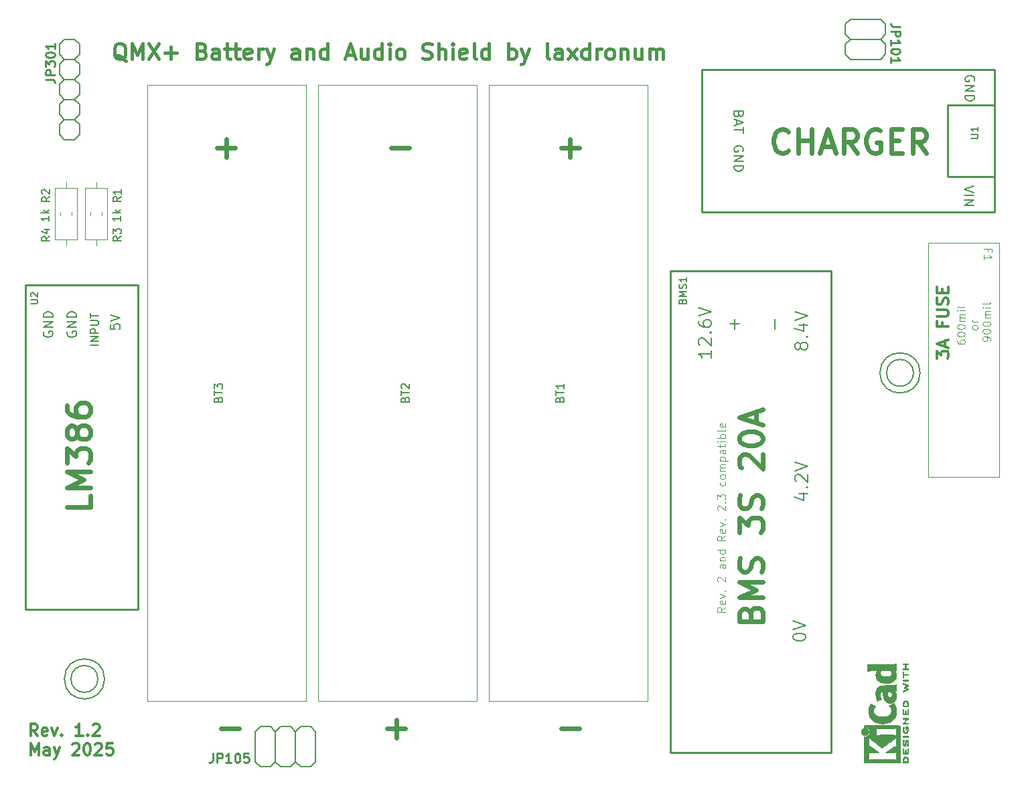
<source format=gbr>
%TF.GenerationSoftware,KiCad,Pcbnew,9.0.0*%
%TF.CreationDate,2025-05-09T22:52:23+03:00*%
%TF.ProjectId,QMX+ Battery + Audio Board,514d582b-2042-4617-9474-657279202b20,rev?*%
%TF.SameCoordinates,Original*%
%TF.FileFunction,Legend,Top*%
%TF.FilePolarity,Positive*%
%FSLAX46Y46*%
G04 Gerber Fmt 4.6, Leading zero omitted, Abs format (unit mm)*
G04 Created by KiCad (PCBNEW 9.0.0) date 2025-05-09 22:52:23*
%MOMM*%
%LPD*%
G01*
G04 APERTURE LIST*
%ADD10C,0.125000*%
%ADD11C,0.600000*%
%ADD12C,0.400000*%
%ADD13C,0.300000*%
%ADD14C,0.233680*%
%ADD15C,0.200000*%
%ADD16C,0.100000*%
%ADD17C,0.152400*%
%ADD18C,0.203000*%
%ADD19C,0.203200*%
%ADD20C,0.150000*%
%ADD21C,0.120000*%
%ADD22C,0.254000*%
%ADD23C,0.010000*%
G04 APERTURE END LIST*
D10*
X209151231Y-95309523D02*
X209151231Y-95499999D01*
X209151231Y-95499999D02*
X209198850Y-95595237D01*
X209198850Y-95595237D02*
X209246469Y-95642856D01*
X209246469Y-95642856D02*
X209389326Y-95738094D01*
X209389326Y-95738094D02*
X209579802Y-95785713D01*
X209579802Y-95785713D02*
X209960754Y-95785713D01*
X209960754Y-95785713D02*
X210055992Y-95738094D01*
X210055992Y-95738094D02*
X210103612Y-95690475D01*
X210103612Y-95690475D02*
X210151231Y-95595237D01*
X210151231Y-95595237D02*
X210151231Y-95404761D01*
X210151231Y-95404761D02*
X210103612Y-95309523D01*
X210103612Y-95309523D02*
X210055992Y-95261904D01*
X210055992Y-95261904D02*
X209960754Y-95214285D01*
X209960754Y-95214285D02*
X209722659Y-95214285D01*
X209722659Y-95214285D02*
X209627421Y-95261904D01*
X209627421Y-95261904D02*
X209579802Y-95309523D01*
X209579802Y-95309523D02*
X209532183Y-95404761D01*
X209532183Y-95404761D02*
X209532183Y-95595237D01*
X209532183Y-95595237D02*
X209579802Y-95690475D01*
X209579802Y-95690475D02*
X209627421Y-95738094D01*
X209627421Y-95738094D02*
X209722659Y-95785713D01*
X209151231Y-94595237D02*
X209151231Y-94499999D01*
X209151231Y-94499999D02*
X209198850Y-94404761D01*
X209198850Y-94404761D02*
X209246469Y-94357142D01*
X209246469Y-94357142D02*
X209341707Y-94309523D01*
X209341707Y-94309523D02*
X209532183Y-94261904D01*
X209532183Y-94261904D02*
X209770278Y-94261904D01*
X209770278Y-94261904D02*
X209960754Y-94309523D01*
X209960754Y-94309523D02*
X210055992Y-94357142D01*
X210055992Y-94357142D02*
X210103612Y-94404761D01*
X210103612Y-94404761D02*
X210151231Y-94499999D01*
X210151231Y-94499999D02*
X210151231Y-94595237D01*
X210151231Y-94595237D02*
X210103612Y-94690475D01*
X210103612Y-94690475D02*
X210055992Y-94738094D01*
X210055992Y-94738094D02*
X209960754Y-94785713D01*
X209960754Y-94785713D02*
X209770278Y-94833332D01*
X209770278Y-94833332D02*
X209532183Y-94833332D01*
X209532183Y-94833332D02*
X209341707Y-94785713D01*
X209341707Y-94785713D02*
X209246469Y-94738094D01*
X209246469Y-94738094D02*
X209198850Y-94690475D01*
X209198850Y-94690475D02*
X209151231Y-94595237D01*
X209151231Y-93642856D02*
X209151231Y-93547618D01*
X209151231Y-93547618D02*
X209198850Y-93452380D01*
X209198850Y-93452380D02*
X209246469Y-93404761D01*
X209246469Y-93404761D02*
X209341707Y-93357142D01*
X209341707Y-93357142D02*
X209532183Y-93309523D01*
X209532183Y-93309523D02*
X209770278Y-93309523D01*
X209770278Y-93309523D02*
X209960754Y-93357142D01*
X209960754Y-93357142D02*
X210055992Y-93404761D01*
X210055992Y-93404761D02*
X210103612Y-93452380D01*
X210103612Y-93452380D02*
X210151231Y-93547618D01*
X210151231Y-93547618D02*
X210151231Y-93642856D01*
X210151231Y-93642856D02*
X210103612Y-93738094D01*
X210103612Y-93738094D02*
X210055992Y-93785713D01*
X210055992Y-93785713D02*
X209960754Y-93833332D01*
X209960754Y-93833332D02*
X209770278Y-93880951D01*
X209770278Y-93880951D02*
X209532183Y-93880951D01*
X209532183Y-93880951D02*
X209341707Y-93833332D01*
X209341707Y-93833332D02*
X209246469Y-93785713D01*
X209246469Y-93785713D02*
X209198850Y-93738094D01*
X209198850Y-93738094D02*
X209151231Y-93642856D01*
X210151231Y-92880951D02*
X209484564Y-92880951D01*
X209579802Y-92880951D02*
X209532183Y-92833332D01*
X209532183Y-92833332D02*
X209484564Y-92738094D01*
X209484564Y-92738094D02*
X209484564Y-92595237D01*
X209484564Y-92595237D02*
X209532183Y-92499999D01*
X209532183Y-92499999D02*
X209627421Y-92452380D01*
X209627421Y-92452380D02*
X210151231Y-92452380D01*
X209627421Y-92452380D02*
X209532183Y-92404761D01*
X209532183Y-92404761D02*
X209484564Y-92309523D01*
X209484564Y-92309523D02*
X209484564Y-92166666D01*
X209484564Y-92166666D02*
X209532183Y-92071427D01*
X209532183Y-92071427D02*
X209627421Y-92023808D01*
X209627421Y-92023808D02*
X210151231Y-92023808D01*
X210151231Y-91547618D02*
X209484564Y-91547618D01*
X209151231Y-91547618D02*
X209198850Y-91595237D01*
X209198850Y-91595237D02*
X209246469Y-91547618D01*
X209246469Y-91547618D02*
X209198850Y-91499999D01*
X209198850Y-91499999D02*
X209151231Y-91547618D01*
X209151231Y-91547618D02*
X209246469Y-91547618D01*
X210151231Y-90928571D02*
X210103612Y-91023809D01*
X210103612Y-91023809D02*
X210008373Y-91071428D01*
X210008373Y-91071428D02*
X209151231Y-91071428D01*
X211761175Y-93761904D02*
X211713556Y-93857142D01*
X211713556Y-93857142D02*
X211665936Y-93904761D01*
X211665936Y-93904761D02*
X211570698Y-93952380D01*
X211570698Y-93952380D02*
X211284984Y-93952380D01*
X211284984Y-93952380D02*
X211189746Y-93904761D01*
X211189746Y-93904761D02*
X211142127Y-93857142D01*
X211142127Y-93857142D02*
X211094508Y-93761904D01*
X211094508Y-93761904D02*
X211094508Y-93619047D01*
X211094508Y-93619047D02*
X211142127Y-93523809D01*
X211142127Y-93523809D02*
X211189746Y-93476190D01*
X211189746Y-93476190D02*
X211284984Y-93428571D01*
X211284984Y-93428571D02*
X211570698Y-93428571D01*
X211570698Y-93428571D02*
X211665936Y-93476190D01*
X211665936Y-93476190D02*
X211713556Y-93523809D01*
X211713556Y-93523809D02*
X211761175Y-93619047D01*
X211761175Y-93619047D02*
X211761175Y-93761904D01*
X211761175Y-92999999D02*
X211094508Y-92999999D01*
X211284984Y-92999999D02*
X211189746Y-92952380D01*
X211189746Y-92952380D02*
X211142127Y-92904761D01*
X211142127Y-92904761D02*
X211094508Y-92809523D01*
X211094508Y-92809523D02*
X211094508Y-92714285D01*
X213371119Y-95309523D02*
X213371119Y-95119047D01*
X213371119Y-95119047D02*
X213323500Y-95023809D01*
X213323500Y-95023809D02*
X213275880Y-94976190D01*
X213275880Y-94976190D02*
X213133023Y-94880952D01*
X213133023Y-94880952D02*
X212942547Y-94833333D01*
X212942547Y-94833333D02*
X212561595Y-94833333D01*
X212561595Y-94833333D02*
X212466357Y-94880952D01*
X212466357Y-94880952D02*
X212418738Y-94928571D01*
X212418738Y-94928571D02*
X212371119Y-95023809D01*
X212371119Y-95023809D02*
X212371119Y-95214285D01*
X212371119Y-95214285D02*
X212418738Y-95309523D01*
X212418738Y-95309523D02*
X212466357Y-95357142D01*
X212466357Y-95357142D02*
X212561595Y-95404761D01*
X212561595Y-95404761D02*
X212799690Y-95404761D01*
X212799690Y-95404761D02*
X212894928Y-95357142D01*
X212894928Y-95357142D02*
X212942547Y-95309523D01*
X212942547Y-95309523D02*
X212990166Y-95214285D01*
X212990166Y-95214285D02*
X212990166Y-95023809D01*
X212990166Y-95023809D02*
X212942547Y-94928571D01*
X212942547Y-94928571D02*
X212894928Y-94880952D01*
X212894928Y-94880952D02*
X212799690Y-94833333D01*
X212371119Y-94214285D02*
X212371119Y-94119047D01*
X212371119Y-94119047D02*
X212418738Y-94023809D01*
X212418738Y-94023809D02*
X212466357Y-93976190D01*
X212466357Y-93976190D02*
X212561595Y-93928571D01*
X212561595Y-93928571D02*
X212752071Y-93880952D01*
X212752071Y-93880952D02*
X212990166Y-93880952D01*
X212990166Y-93880952D02*
X213180642Y-93928571D01*
X213180642Y-93928571D02*
X213275880Y-93976190D01*
X213275880Y-93976190D02*
X213323500Y-94023809D01*
X213323500Y-94023809D02*
X213371119Y-94119047D01*
X213371119Y-94119047D02*
X213371119Y-94214285D01*
X213371119Y-94214285D02*
X213323500Y-94309523D01*
X213323500Y-94309523D02*
X213275880Y-94357142D01*
X213275880Y-94357142D02*
X213180642Y-94404761D01*
X213180642Y-94404761D02*
X212990166Y-94452380D01*
X212990166Y-94452380D02*
X212752071Y-94452380D01*
X212752071Y-94452380D02*
X212561595Y-94404761D01*
X212561595Y-94404761D02*
X212466357Y-94357142D01*
X212466357Y-94357142D02*
X212418738Y-94309523D01*
X212418738Y-94309523D02*
X212371119Y-94214285D01*
X212371119Y-93261904D02*
X212371119Y-93166666D01*
X212371119Y-93166666D02*
X212418738Y-93071428D01*
X212418738Y-93071428D02*
X212466357Y-93023809D01*
X212466357Y-93023809D02*
X212561595Y-92976190D01*
X212561595Y-92976190D02*
X212752071Y-92928571D01*
X212752071Y-92928571D02*
X212990166Y-92928571D01*
X212990166Y-92928571D02*
X213180642Y-92976190D01*
X213180642Y-92976190D02*
X213275880Y-93023809D01*
X213275880Y-93023809D02*
X213323500Y-93071428D01*
X213323500Y-93071428D02*
X213371119Y-93166666D01*
X213371119Y-93166666D02*
X213371119Y-93261904D01*
X213371119Y-93261904D02*
X213323500Y-93357142D01*
X213323500Y-93357142D02*
X213275880Y-93404761D01*
X213275880Y-93404761D02*
X213180642Y-93452380D01*
X213180642Y-93452380D02*
X212990166Y-93499999D01*
X212990166Y-93499999D02*
X212752071Y-93499999D01*
X212752071Y-93499999D02*
X212561595Y-93452380D01*
X212561595Y-93452380D02*
X212466357Y-93404761D01*
X212466357Y-93404761D02*
X212418738Y-93357142D01*
X212418738Y-93357142D02*
X212371119Y-93261904D01*
X213371119Y-92499999D02*
X212704452Y-92499999D01*
X212799690Y-92499999D02*
X212752071Y-92452380D01*
X212752071Y-92452380D02*
X212704452Y-92357142D01*
X212704452Y-92357142D02*
X212704452Y-92214285D01*
X212704452Y-92214285D02*
X212752071Y-92119047D01*
X212752071Y-92119047D02*
X212847309Y-92071428D01*
X212847309Y-92071428D02*
X213371119Y-92071428D01*
X212847309Y-92071428D02*
X212752071Y-92023809D01*
X212752071Y-92023809D02*
X212704452Y-91928571D01*
X212704452Y-91928571D02*
X212704452Y-91785714D01*
X212704452Y-91785714D02*
X212752071Y-91690475D01*
X212752071Y-91690475D02*
X212847309Y-91642856D01*
X212847309Y-91642856D02*
X213371119Y-91642856D01*
X213371119Y-91166666D02*
X212704452Y-91166666D01*
X212371119Y-91166666D02*
X212418738Y-91214285D01*
X212418738Y-91214285D02*
X212466357Y-91166666D01*
X212466357Y-91166666D02*
X212418738Y-91119047D01*
X212418738Y-91119047D02*
X212371119Y-91166666D01*
X212371119Y-91166666D02*
X212466357Y-91166666D01*
X213371119Y-90547619D02*
X213323500Y-90642857D01*
X213323500Y-90642857D02*
X213228261Y-90690476D01*
X213228261Y-90690476D02*
X212371119Y-90690476D01*
D11*
X159109021Y-144458800D02*
X161394736Y-144458800D01*
D12*
X104072680Y-59924914D02*
X103882204Y-59829676D01*
X103882204Y-59829676D02*
X103691728Y-59639200D01*
X103691728Y-59639200D02*
X103406014Y-59353485D01*
X103406014Y-59353485D02*
X103215537Y-59258247D01*
X103215537Y-59258247D02*
X103025061Y-59258247D01*
X103120299Y-59734438D02*
X102929823Y-59639200D01*
X102929823Y-59639200D02*
X102739347Y-59448723D01*
X102739347Y-59448723D02*
X102644109Y-59067771D01*
X102644109Y-59067771D02*
X102644109Y-58401104D01*
X102644109Y-58401104D02*
X102739347Y-58020152D01*
X102739347Y-58020152D02*
X102929823Y-57829676D01*
X102929823Y-57829676D02*
X103120299Y-57734438D01*
X103120299Y-57734438D02*
X103501252Y-57734438D01*
X103501252Y-57734438D02*
X103691728Y-57829676D01*
X103691728Y-57829676D02*
X103882204Y-58020152D01*
X103882204Y-58020152D02*
X103977442Y-58401104D01*
X103977442Y-58401104D02*
X103977442Y-59067771D01*
X103977442Y-59067771D02*
X103882204Y-59448723D01*
X103882204Y-59448723D02*
X103691728Y-59639200D01*
X103691728Y-59639200D02*
X103501252Y-59734438D01*
X103501252Y-59734438D02*
X103120299Y-59734438D01*
X104834585Y-59734438D02*
X104834585Y-57734438D01*
X104834585Y-57734438D02*
X105501252Y-59163009D01*
X105501252Y-59163009D02*
X106167918Y-57734438D01*
X106167918Y-57734438D02*
X106167918Y-59734438D01*
X106929823Y-57734438D02*
X108263156Y-59734438D01*
X108263156Y-57734438D02*
X106929823Y-59734438D01*
X109025061Y-58972533D02*
X110548871Y-58972533D01*
X109786966Y-59734438D02*
X109786966Y-58210628D01*
X113691728Y-58686819D02*
X113977442Y-58782057D01*
X113977442Y-58782057D02*
X114072680Y-58877295D01*
X114072680Y-58877295D02*
X114167918Y-59067771D01*
X114167918Y-59067771D02*
X114167918Y-59353485D01*
X114167918Y-59353485D02*
X114072680Y-59543961D01*
X114072680Y-59543961D02*
X113977442Y-59639200D01*
X113977442Y-59639200D02*
X113786966Y-59734438D01*
X113786966Y-59734438D02*
X113025061Y-59734438D01*
X113025061Y-59734438D02*
X113025061Y-57734438D01*
X113025061Y-57734438D02*
X113691728Y-57734438D01*
X113691728Y-57734438D02*
X113882204Y-57829676D01*
X113882204Y-57829676D02*
X113977442Y-57924914D01*
X113977442Y-57924914D02*
X114072680Y-58115390D01*
X114072680Y-58115390D02*
X114072680Y-58305866D01*
X114072680Y-58305866D02*
X113977442Y-58496342D01*
X113977442Y-58496342D02*
X113882204Y-58591580D01*
X113882204Y-58591580D02*
X113691728Y-58686819D01*
X113691728Y-58686819D02*
X113025061Y-58686819D01*
X115882204Y-59734438D02*
X115882204Y-58686819D01*
X115882204Y-58686819D02*
X115786966Y-58496342D01*
X115786966Y-58496342D02*
X115596490Y-58401104D01*
X115596490Y-58401104D02*
X115215537Y-58401104D01*
X115215537Y-58401104D02*
X115025061Y-58496342D01*
X115882204Y-59639200D02*
X115691728Y-59734438D01*
X115691728Y-59734438D02*
X115215537Y-59734438D01*
X115215537Y-59734438D02*
X115025061Y-59639200D01*
X115025061Y-59639200D02*
X114929823Y-59448723D01*
X114929823Y-59448723D02*
X114929823Y-59258247D01*
X114929823Y-59258247D02*
X115025061Y-59067771D01*
X115025061Y-59067771D02*
X115215537Y-58972533D01*
X115215537Y-58972533D02*
X115691728Y-58972533D01*
X115691728Y-58972533D02*
X115882204Y-58877295D01*
X116548871Y-58401104D02*
X117310775Y-58401104D01*
X116834585Y-57734438D02*
X116834585Y-59448723D01*
X116834585Y-59448723D02*
X116929823Y-59639200D01*
X116929823Y-59639200D02*
X117120299Y-59734438D01*
X117120299Y-59734438D02*
X117310775Y-59734438D01*
X117691728Y-58401104D02*
X118453632Y-58401104D01*
X117977442Y-57734438D02*
X117977442Y-59448723D01*
X117977442Y-59448723D02*
X118072680Y-59639200D01*
X118072680Y-59639200D02*
X118263156Y-59734438D01*
X118263156Y-59734438D02*
X118453632Y-59734438D01*
X119882204Y-59639200D02*
X119691728Y-59734438D01*
X119691728Y-59734438D02*
X119310775Y-59734438D01*
X119310775Y-59734438D02*
X119120299Y-59639200D01*
X119120299Y-59639200D02*
X119025061Y-59448723D01*
X119025061Y-59448723D02*
X119025061Y-58686819D01*
X119025061Y-58686819D02*
X119120299Y-58496342D01*
X119120299Y-58496342D02*
X119310775Y-58401104D01*
X119310775Y-58401104D02*
X119691728Y-58401104D01*
X119691728Y-58401104D02*
X119882204Y-58496342D01*
X119882204Y-58496342D02*
X119977442Y-58686819D01*
X119977442Y-58686819D02*
X119977442Y-58877295D01*
X119977442Y-58877295D02*
X119025061Y-59067771D01*
X120834585Y-59734438D02*
X120834585Y-58401104D01*
X120834585Y-58782057D02*
X120929823Y-58591580D01*
X120929823Y-58591580D02*
X121025061Y-58496342D01*
X121025061Y-58496342D02*
X121215537Y-58401104D01*
X121215537Y-58401104D02*
X121406014Y-58401104D01*
X121882204Y-58401104D02*
X122358394Y-59734438D01*
X122834585Y-58401104D02*
X122358394Y-59734438D01*
X122358394Y-59734438D02*
X122167918Y-60210628D01*
X122167918Y-60210628D02*
X122072680Y-60305866D01*
X122072680Y-60305866D02*
X121882204Y-60401104D01*
X125977443Y-59734438D02*
X125977443Y-58686819D01*
X125977443Y-58686819D02*
X125882205Y-58496342D01*
X125882205Y-58496342D02*
X125691729Y-58401104D01*
X125691729Y-58401104D02*
X125310776Y-58401104D01*
X125310776Y-58401104D02*
X125120300Y-58496342D01*
X125977443Y-59639200D02*
X125786967Y-59734438D01*
X125786967Y-59734438D02*
X125310776Y-59734438D01*
X125310776Y-59734438D02*
X125120300Y-59639200D01*
X125120300Y-59639200D02*
X125025062Y-59448723D01*
X125025062Y-59448723D02*
X125025062Y-59258247D01*
X125025062Y-59258247D02*
X125120300Y-59067771D01*
X125120300Y-59067771D02*
X125310776Y-58972533D01*
X125310776Y-58972533D02*
X125786967Y-58972533D01*
X125786967Y-58972533D02*
X125977443Y-58877295D01*
X126929824Y-58401104D02*
X126929824Y-59734438D01*
X126929824Y-58591580D02*
X127025062Y-58496342D01*
X127025062Y-58496342D02*
X127215538Y-58401104D01*
X127215538Y-58401104D02*
X127501253Y-58401104D01*
X127501253Y-58401104D02*
X127691729Y-58496342D01*
X127691729Y-58496342D02*
X127786967Y-58686819D01*
X127786967Y-58686819D02*
X127786967Y-59734438D01*
X129596491Y-59734438D02*
X129596491Y-57734438D01*
X129596491Y-59639200D02*
X129406015Y-59734438D01*
X129406015Y-59734438D02*
X129025062Y-59734438D01*
X129025062Y-59734438D02*
X128834586Y-59639200D01*
X128834586Y-59639200D02*
X128739348Y-59543961D01*
X128739348Y-59543961D02*
X128644110Y-59353485D01*
X128644110Y-59353485D02*
X128644110Y-58782057D01*
X128644110Y-58782057D02*
X128739348Y-58591580D01*
X128739348Y-58591580D02*
X128834586Y-58496342D01*
X128834586Y-58496342D02*
X129025062Y-58401104D01*
X129025062Y-58401104D02*
X129406015Y-58401104D01*
X129406015Y-58401104D02*
X129596491Y-58496342D01*
X131977444Y-59163009D02*
X132929825Y-59163009D01*
X131786968Y-59734438D02*
X132453634Y-57734438D01*
X132453634Y-57734438D02*
X133120301Y-59734438D01*
X134644111Y-58401104D02*
X134644111Y-59734438D01*
X133786968Y-58401104D02*
X133786968Y-59448723D01*
X133786968Y-59448723D02*
X133882206Y-59639200D01*
X133882206Y-59639200D02*
X134072682Y-59734438D01*
X134072682Y-59734438D02*
X134358397Y-59734438D01*
X134358397Y-59734438D02*
X134548873Y-59639200D01*
X134548873Y-59639200D02*
X134644111Y-59543961D01*
X136453635Y-59734438D02*
X136453635Y-57734438D01*
X136453635Y-59639200D02*
X136263159Y-59734438D01*
X136263159Y-59734438D02*
X135882206Y-59734438D01*
X135882206Y-59734438D02*
X135691730Y-59639200D01*
X135691730Y-59639200D02*
X135596492Y-59543961D01*
X135596492Y-59543961D02*
X135501254Y-59353485D01*
X135501254Y-59353485D02*
X135501254Y-58782057D01*
X135501254Y-58782057D02*
X135596492Y-58591580D01*
X135596492Y-58591580D02*
X135691730Y-58496342D01*
X135691730Y-58496342D02*
X135882206Y-58401104D01*
X135882206Y-58401104D02*
X136263159Y-58401104D01*
X136263159Y-58401104D02*
X136453635Y-58496342D01*
X137406016Y-59734438D02*
X137406016Y-58401104D01*
X137406016Y-57734438D02*
X137310778Y-57829676D01*
X137310778Y-57829676D02*
X137406016Y-57924914D01*
X137406016Y-57924914D02*
X137501254Y-57829676D01*
X137501254Y-57829676D02*
X137406016Y-57734438D01*
X137406016Y-57734438D02*
X137406016Y-57924914D01*
X138644111Y-59734438D02*
X138453635Y-59639200D01*
X138453635Y-59639200D02*
X138358397Y-59543961D01*
X138358397Y-59543961D02*
X138263159Y-59353485D01*
X138263159Y-59353485D02*
X138263159Y-58782057D01*
X138263159Y-58782057D02*
X138358397Y-58591580D01*
X138358397Y-58591580D02*
X138453635Y-58496342D01*
X138453635Y-58496342D02*
X138644111Y-58401104D01*
X138644111Y-58401104D02*
X138929826Y-58401104D01*
X138929826Y-58401104D02*
X139120302Y-58496342D01*
X139120302Y-58496342D02*
X139215540Y-58591580D01*
X139215540Y-58591580D02*
X139310778Y-58782057D01*
X139310778Y-58782057D02*
X139310778Y-59353485D01*
X139310778Y-59353485D02*
X139215540Y-59543961D01*
X139215540Y-59543961D02*
X139120302Y-59639200D01*
X139120302Y-59639200D02*
X138929826Y-59734438D01*
X138929826Y-59734438D02*
X138644111Y-59734438D01*
X141596493Y-59639200D02*
X141882207Y-59734438D01*
X141882207Y-59734438D02*
X142358398Y-59734438D01*
X142358398Y-59734438D02*
X142548874Y-59639200D01*
X142548874Y-59639200D02*
X142644112Y-59543961D01*
X142644112Y-59543961D02*
X142739350Y-59353485D01*
X142739350Y-59353485D02*
X142739350Y-59163009D01*
X142739350Y-59163009D02*
X142644112Y-58972533D01*
X142644112Y-58972533D02*
X142548874Y-58877295D01*
X142548874Y-58877295D02*
X142358398Y-58782057D01*
X142358398Y-58782057D02*
X141977445Y-58686819D01*
X141977445Y-58686819D02*
X141786969Y-58591580D01*
X141786969Y-58591580D02*
X141691731Y-58496342D01*
X141691731Y-58496342D02*
X141596493Y-58305866D01*
X141596493Y-58305866D02*
X141596493Y-58115390D01*
X141596493Y-58115390D02*
X141691731Y-57924914D01*
X141691731Y-57924914D02*
X141786969Y-57829676D01*
X141786969Y-57829676D02*
X141977445Y-57734438D01*
X141977445Y-57734438D02*
X142453636Y-57734438D01*
X142453636Y-57734438D02*
X142739350Y-57829676D01*
X143596493Y-59734438D02*
X143596493Y-57734438D01*
X144453636Y-59734438D02*
X144453636Y-58686819D01*
X144453636Y-58686819D02*
X144358398Y-58496342D01*
X144358398Y-58496342D02*
X144167922Y-58401104D01*
X144167922Y-58401104D02*
X143882207Y-58401104D01*
X143882207Y-58401104D02*
X143691731Y-58496342D01*
X143691731Y-58496342D02*
X143596493Y-58591580D01*
X145406017Y-59734438D02*
X145406017Y-58401104D01*
X145406017Y-57734438D02*
X145310779Y-57829676D01*
X145310779Y-57829676D02*
X145406017Y-57924914D01*
X145406017Y-57924914D02*
X145501255Y-57829676D01*
X145501255Y-57829676D02*
X145406017Y-57734438D01*
X145406017Y-57734438D02*
X145406017Y-57924914D01*
X147120303Y-59639200D02*
X146929827Y-59734438D01*
X146929827Y-59734438D02*
X146548874Y-59734438D01*
X146548874Y-59734438D02*
X146358398Y-59639200D01*
X146358398Y-59639200D02*
X146263160Y-59448723D01*
X146263160Y-59448723D02*
X146263160Y-58686819D01*
X146263160Y-58686819D02*
X146358398Y-58496342D01*
X146358398Y-58496342D02*
X146548874Y-58401104D01*
X146548874Y-58401104D02*
X146929827Y-58401104D01*
X146929827Y-58401104D02*
X147120303Y-58496342D01*
X147120303Y-58496342D02*
X147215541Y-58686819D01*
X147215541Y-58686819D02*
X147215541Y-58877295D01*
X147215541Y-58877295D02*
X146263160Y-59067771D01*
X148358398Y-59734438D02*
X148167922Y-59639200D01*
X148167922Y-59639200D02*
X148072684Y-59448723D01*
X148072684Y-59448723D02*
X148072684Y-57734438D01*
X149977446Y-59734438D02*
X149977446Y-57734438D01*
X149977446Y-59639200D02*
X149786970Y-59734438D01*
X149786970Y-59734438D02*
X149406017Y-59734438D01*
X149406017Y-59734438D02*
X149215541Y-59639200D01*
X149215541Y-59639200D02*
X149120303Y-59543961D01*
X149120303Y-59543961D02*
X149025065Y-59353485D01*
X149025065Y-59353485D02*
X149025065Y-58782057D01*
X149025065Y-58782057D02*
X149120303Y-58591580D01*
X149120303Y-58591580D02*
X149215541Y-58496342D01*
X149215541Y-58496342D02*
X149406017Y-58401104D01*
X149406017Y-58401104D02*
X149786970Y-58401104D01*
X149786970Y-58401104D02*
X149977446Y-58496342D01*
X152453637Y-59734438D02*
X152453637Y-57734438D01*
X152453637Y-58496342D02*
X152644113Y-58401104D01*
X152644113Y-58401104D02*
X153025066Y-58401104D01*
X153025066Y-58401104D02*
X153215542Y-58496342D01*
X153215542Y-58496342D02*
X153310780Y-58591580D01*
X153310780Y-58591580D02*
X153406018Y-58782057D01*
X153406018Y-58782057D02*
X153406018Y-59353485D01*
X153406018Y-59353485D02*
X153310780Y-59543961D01*
X153310780Y-59543961D02*
X153215542Y-59639200D01*
X153215542Y-59639200D02*
X153025066Y-59734438D01*
X153025066Y-59734438D02*
X152644113Y-59734438D01*
X152644113Y-59734438D02*
X152453637Y-59639200D01*
X154072685Y-58401104D02*
X154548875Y-59734438D01*
X155025066Y-58401104D02*
X154548875Y-59734438D01*
X154548875Y-59734438D02*
X154358399Y-60210628D01*
X154358399Y-60210628D02*
X154263161Y-60305866D01*
X154263161Y-60305866D02*
X154072685Y-60401104D01*
X157596495Y-59734438D02*
X157406019Y-59639200D01*
X157406019Y-59639200D02*
X157310781Y-59448723D01*
X157310781Y-59448723D02*
X157310781Y-57734438D01*
X159215543Y-59734438D02*
X159215543Y-58686819D01*
X159215543Y-58686819D02*
X159120305Y-58496342D01*
X159120305Y-58496342D02*
X158929829Y-58401104D01*
X158929829Y-58401104D02*
X158548876Y-58401104D01*
X158548876Y-58401104D02*
X158358400Y-58496342D01*
X159215543Y-59639200D02*
X159025067Y-59734438D01*
X159025067Y-59734438D02*
X158548876Y-59734438D01*
X158548876Y-59734438D02*
X158358400Y-59639200D01*
X158358400Y-59639200D02*
X158263162Y-59448723D01*
X158263162Y-59448723D02*
X158263162Y-59258247D01*
X158263162Y-59258247D02*
X158358400Y-59067771D01*
X158358400Y-59067771D02*
X158548876Y-58972533D01*
X158548876Y-58972533D02*
X159025067Y-58972533D01*
X159025067Y-58972533D02*
X159215543Y-58877295D01*
X159977448Y-59734438D02*
X161025067Y-58401104D01*
X159977448Y-58401104D02*
X161025067Y-59734438D01*
X162644115Y-59734438D02*
X162644115Y-57734438D01*
X162644115Y-59639200D02*
X162453639Y-59734438D01*
X162453639Y-59734438D02*
X162072686Y-59734438D01*
X162072686Y-59734438D02*
X161882210Y-59639200D01*
X161882210Y-59639200D02*
X161786972Y-59543961D01*
X161786972Y-59543961D02*
X161691734Y-59353485D01*
X161691734Y-59353485D02*
X161691734Y-58782057D01*
X161691734Y-58782057D02*
X161786972Y-58591580D01*
X161786972Y-58591580D02*
X161882210Y-58496342D01*
X161882210Y-58496342D02*
X162072686Y-58401104D01*
X162072686Y-58401104D02*
X162453639Y-58401104D01*
X162453639Y-58401104D02*
X162644115Y-58496342D01*
X163596496Y-59734438D02*
X163596496Y-58401104D01*
X163596496Y-58782057D02*
X163691734Y-58591580D01*
X163691734Y-58591580D02*
X163786972Y-58496342D01*
X163786972Y-58496342D02*
X163977448Y-58401104D01*
X163977448Y-58401104D02*
X164167925Y-58401104D01*
X165120305Y-59734438D02*
X164929829Y-59639200D01*
X164929829Y-59639200D02*
X164834591Y-59543961D01*
X164834591Y-59543961D02*
X164739353Y-59353485D01*
X164739353Y-59353485D02*
X164739353Y-58782057D01*
X164739353Y-58782057D02*
X164834591Y-58591580D01*
X164834591Y-58591580D02*
X164929829Y-58496342D01*
X164929829Y-58496342D02*
X165120305Y-58401104D01*
X165120305Y-58401104D02*
X165406020Y-58401104D01*
X165406020Y-58401104D02*
X165596496Y-58496342D01*
X165596496Y-58496342D02*
X165691734Y-58591580D01*
X165691734Y-58591580D02*
X165786972Y-58782057D01*
X165786972Y-58782057D02*
X165786972Y-59353485D01*
X165786972Y-59353485D02*
X165691734Y-59543961D01*
X165691734Y-59543961D02*
X165596496Y-59639200D01*
X165596496Y-59639200D02*
X165406020Y-59734438D01*
X165406020Y-59734438D02*
X165120305Y-59734438D01*
X166644115Y-58401104D02*
X166644115Y-59734438D01*
X166644115Y-58591580D02*
X166739353Y-58496342D01*
X166739353Y-58496342D02*
X166929829Y-58401104D01*
X166929829Y-58401104D02*
X167215544Y-58401104D01*
X167215544Y-58401104D02*
X167406020Y-58496342D01*
X167406020Y-58496342D02*
X167501258Y-58686819D01*
X167501258Y-58686819D02*
X167501258Y-59734438D01*
X169310782Y-58401104D02*
X169310782Y-59734438D01*
X168453639Y-58401104D02*
X168453639Y-59448723D01*
X168453639Y-59448723D02*
X168548877Y-59639200D01*
X168548877Y-59639200D02*
X168739353Y-59734438D01*
X168739353Y-59734438D02*
X169025068Y-59734438D01*
X169025068Y-59734438D02*
X169215544Y-59639200D01*
X169215544Y-59639200D02*
X169310782Y-59543961D01*
X170263163Y-59734438D02*
X170263163Y-58401104D01*
X170263163Y-58591580D02*
X170358401Y-58496342D01*
X170358401Y-58496342D02*
X170548877Y-58401104D01*
X170548877Y-58401104D02*
X170834592Y-58401104D01*
X170834592Y-58401104D02*
X171025068Y-58496342D01*
X171025068Y-58496342D02*
X171120306Y-58686819D01*
X171120306Y-58686819D02*
X171120306Y-59734438D01*
X171120306Y-58686819D02*
X171215544Y-58496342D01*
X171215544Y-58496342D02*
X171406020Y-58401104D01*
X171406020Y-58401104D02*
X171691734Y-58401104D01*
X171691734Y-58401104D02*
X171882211Y-58496342D01*
X171882211Y-58496342D02*
X171977449Y-58686819D01*
X171977449Y-58686819D02*
X171977449Y-59734438D01*
D11*
X115609021Y-70958800D02*
X117894736Y-70958800D01*
X116751878Y-72101657D02*
X116751878Y-69815942D01*
D13*
X206580828Y-97588346D02*
X206580828Y-96659774D01*
X206580828Y-96659774D02*
X207152257Y-97159774D01*
X207152257Y-97159774D02*
X207152257Y-96945489D01*
X207152257Y-96945489D02*
X207223685Y-96802632D01*
X207223685Y-96802632D02*
X207295114Y-96731203D01*
X207295114Y-96731203D02*
X207437971Y-96659774D01*
X207437971Y-96659774D02*
X207795114Y-96659774D01*
X207795114Y-96659774D02*
X207937971Y-96731203D01*
X207937971Y-96731203D02*
X208009400Y-96802632D01*
X208009400Y-96802632D02*
X208080828Y-96945489D01*
X208080828Y-96945489D02*
X208080828Y-97374060D01*
X208080828Y-97374060D02*
X208009400Y-97516917D01*
X208009400Y-97516917D02*
X207937971Y-97588346D01*
X207652257Y-96088346D02*
X207652257Y-95374061D01*
X208080828Y-96231203D02*
X206580828Y-95731203D01*
X206580828Y-95731203D02*
X208080828Y-95231203D01*
X207295114Y-93088347D02*
X207295114Y-93588347D01*
X208080828Y-93588347D02*
X206580828Y-93588347D01*
X206580828Y-93588347D02*
X206580828Y-92874061D01*
X206580828Y-92302633D02*
X207795114Y-92302633D01*
X207795114Y-92302633D02*
X207937971Y-92231204D01*
X207937971Y-92231204D02*
X208009400Y-92159776D01*
X208009400Y-92159776D02*
X208080828Y-92016918D01*
X208080828Y-92016918D02*
X208080828Y-91731204D01*
X208080828Y-91731204D02*
X208009400Y-91588347D01*
X208009400Y-91588347D02*
X207937971Y-91516918D01*
X207937971Y-91516918D02*
X207795114Y-91445490D01*
X207795114Y-91445490D02*
X206580828Y-91445490D01*
X208009400Y-90802632D02*
X208080828Y-90588347D01*
X208080828Y-90588347D02*
X208080828Y-90231204D01*
X208080828Y-90231204D02*
X208009400Y-90088347D01*
X208009400Y-90088347D02*
X207937971Y-90016918D01*
X207937971Y-90016918D02*
X207795114Y-89945489D01*
X207795114Y-89945489D02*
X207652257Y-89945489D01*
X207652257Y-89945489D02*
X207509400Y-90016918D01*
X207509400Y-90016918D02*
X207437971Y-90088347D01*
X207437971Y-90088347D02*
X207366542Y-90231204D01*
X207366542Y-90231204D02*
X207295114Y-90516918D01*
X207295114Y-90516918D02*
X207223685Y-90659775D01*
X207223685Y-90659775D02*
X207152257Y-90731204D01*
X207152257Y-90731204D02*
X207009400Y-90802632D01*
X207009400Y-90802632D02*
X206866542Y-90802632D01*
X206866542Y-90802632D02*
X206723685Y-90731204D01*
X206723685Y-90731204D02*
X206652257Y-90659775D01*
X206652257Y-90659775D02*
X206580828Y-90516918D01*
X206580828Y-90516918D02*
X206580828Y-90159775D01*
X206580828Y-90159775D02*
X206652257Y-89945489D01*
X207295114Y-89302633D02*
X207295114Y-88802633D01*
X208080828Y-88588347D02*
X208080828Y-89302633D01*
X208080828Y-89302633D02*
X206580828Y-89302633D01*
X206580828Y-89302633D02*
X206580828Y-88588347D01*
D14*
X93926458Y-62294244D02*
X94761029Y-62294244D01*
X94761029Y-62294244D02*
X94927943Y-62349883D01*
X94927943Y-62349883D02*
X95039220Y-62461159D01*
X95039220Y-62461159D02*
X95094858Y-62628073D01*
X95094858Y-62628073D02*
X95094858Y-62739349D01*
X95094858Y-61737863D02*
X93926458Y-61737863D01*
X93926458Y-61737863D02*
X93926458Y-61292758D01*
X93926458Y-61292758D02*
X93982096Y-61181482D01*
X93982096Y-61181482D02*
X94037734Y-61125844D01*
X94037734Y-61125844D02*
X94149010Y-61070206D01*
X94149010Y-61070206D02*
X94315924Y-61070206D01*
X94315924Y-61070206D02*
X94427200Y-61125844D01*
X94427200Y-61125844D02*
X94482839Y-61181482D01*
X94482839Y-61181482D02*
X94538477Y-61292758D01*
X94538477Y-61292758D02*
X94538477Y-61737863D01*
X93926458Y-60680739D02*
X93926458Y-59957444D01*
X93926458Y-59957444D02*
X94371562Y-60346911D01*
X94371562Y-60346911D02*
X94371562Y-60179996D01*
X94371562Y-60179996D02*
X94427200Y-60068720D01*
X94427200Y-60068720D02*
X94482839Y-60013082D01*
X94482839Y-60013082D02*
X94594115Y-59957444D01*
X94594115Y-59957444D02*
X94872305Y-59957444D01*
X94872305Y-59957444D02*
X94983581Y-60013082D01*
X94983581Y-60013082D02*
X95039220Y-60068720D01*
X95039220Y-60068720D02*
X95094858Y-60179996D01*
X95094858Y-60179996D02*
X95094858Y-60513825D01*
X95094858Y-60513825D02*
X95039220Y-60625101D01*
X95039220Y-60625101D02*
X94983581Y-60680739D01*
X93926458Y-59234149D02*
X93926458Y-59122872D01*
X93926458Y-59122872D02*
X93982096Y-59011596D01*
X93982096Y-59011596D02*
X94037734Y-58955958D01*
X94037734Y-58955958D02*
X94149010Y-58900320D01*
X94149010Y-58900320D02*
X94371562Y-58844682D01*
X94371562Y-58844682D02*
X94649753Y-58844682D01*
X94649753Y-58844682D02*
X94872305Y-58900320D01*
X94872305Y-58900320D02*
X94983581Y-58955958D01*
X94983581Y-58955958D02*
X95039220Y-59011596D01*
X95039220Y-59011596D02*
X95094858Y-59122872D01*
X95094858Y-59122872D02*
X95094858Y-59234149D01*
X95094858Y-59234149D02*
X95039220Y-59345425D01*
X95039220Y-59345425D02*
X94983581Y-59401063D01*
X94983581Y-59401063D02*
X94872305Y-59456701D01*
X94872305Y-59456701D02*
X94649753Y-59512339D01*
X94649753Y-59512339D02*
X94371562Y-59512339D01*
X94371562Y-59512339D02*
X94149010Y-59456701D01*
X94149010Y-59456701D02*
X94037734Y-59401063D01*
X94037734Y-59401063D02*
X93982096Y-59345425D01*
X93982096Y-59345425D02*
X93926458Y-59234149D01*
X95094858Y-57731920D02*
X95094858Y-58399577D01*
X95094858Y-58065749D02*
X93926458Y-58065749D01*
X93926458Y-58065749D02*
X94093372Y-58177025D01*
X94093372Y-58177025D02*
X94204648Y-58288301D01*
X94204648Y-58288301D02*
X94260286Y-58399577D01*
D15*
X94367219Y-79606517D02*
X94367219Y-80177945D01*
X94367219Y-79892231D02*
X93367219Y-79892231D01*
X93367219Y-79892231D02*
X93510076Y-79987469D01*
X93510076Y-79987469D02*
X93605314Y-80082707D01*
X93605314Y-80082707D02*
X93652933Y-80177945D01*
X94367219Y-79177945D02*
X93367219Y-79177945D01*
X93986266Y-79082707D02*
X94367219Y-78796993D01*
X93700552Y-78796993D02*
X94081504Y-79177945D01*
D14*
X115065755Y-147588458D02*
X115065755Y-148423029D01*
X115065755Y-148423029D02*
X115010116Y-148589943D01*
X115010116Y-148589943D02*
X114898840Y-148701220D01*
X114898840Y-148701220D02*
X114731926Y-148756858D01*
X114731926Y-148756858D02*
X114620650Y-148756858D01*
X115622136Y-148756858D02*
X115622136Y-147588458D01*
X115622136Y-147588458D02*
X116067241Y-147588458D01*
X116067241Y-147588458D02*
X116178517Y-147644096D01*
X116178517Y-147644096D02*
X116234155Y-147699734D01*
X116234155Y-147699734D02*
X116289793Y-147811010D01*
X116289793Y-147811010D02*
X116289793Y-147977924D01*
X116289793Y-147977924D02*
X116234155Y-148089200D01*
X116234155Y-148089200D02*
X116178517Y-148144839D01*
X116178517Y-148144839D02*
X116067241Y-148200477D01*
X116067241Y-148200477D02*
X115622136Y-148200477D01*
X117402555Y-148756858D02*
X116734898Y-148756858D01*
X117068726Y-148756858D02*
X117068726Y-147588458D01*
X117068726Y-147588458D02*
X116957450Y-147755372D01*
X116957450Y-147755372D02*
X116846174Y-147866648D01*
X116846174Y-147866648D02*
X116734898Y-147922286D01*
X118125850Y-147588458D02*
X118237127Y-147588458D01*
X118237127Y-147588458D02*
X118348403Y-147644096D01*
X118348403Y-147644096D02*
X118404041Y-147699734D01*
X118404041Y-147699734D02*
X118459679Y-147811010D01*
X118459679Y-147811010D02*
X118515317Y-148033562D01*
X118515317Y-148033562D02*
X118515317Y-148311753D01*
X118515317Y-148311753D02*
X118459679Y-148534305D01*
X118459679Y-148534305D02*
X118404041Y-148645581D01*
X118404041Y-148645581D02*
X118348403Y-148701220D01*
X118348403Y-148701220D02*
X118237127Y-148756858D01*
X118237127Y-148756858D02*
X118125850Y-148756858D01*
X118125850Y-148756858D02*
X118014574Y-148701220D01*
X118014574Y-148701220D02*
X117958936Y-148645581D01*
X117958936Y-148645581D02*
X117903298Y-148534305D01*
X117903298Y-148534305D02*
X117847660Y-148311753D01*
X117847660Y-148311753D02*
X117847660Y-148033562D01*
X117847660Y-148033562D02*
X117903298Y-147811010D01*
X117903298Y-147811010D02*
X117958936Y-147699734D01*
X117958936Y-147699734D02*
X118014574Y-147644096D01*
X118014574Y-147644096D02*
X118125850Y-147588458D01*
X119572441Y-147588458D02*
X119016060Y-147588458D01*
X119016060Y-147588458D02*
X118960422Y-148144839D01*
X118960422Y-148144839D02*
X119016060Y-148089200D01*
X119016060Y-148089200D02*
X119127336Y-148033562D01*
X119127336Y-148033562D02*
X119405527Y-148033562D01*
X119405527Y-148033562D02*
X119516803Y-148089200D01*
X119516803Y-148089200D02*
X119572441Y-148144839D01*
X119572441Y-148144839D02*
X119628079Y-148256115D01*
X119628079Y-148256115D02*
X119628079Y-148534305D01*
X119628079Y-148534305D02*
X119572441Y-148645581D01*
X119572441Y-148645581D02*
X119516803Y-148701220D01*
X119516803Y-148701220D02*
X119405527Y-148756858D01*
X119405527Y-148756858D02*
X119127336Y-148756858D01*
X119127336Y-148756858D02*
X119016060Y-148701220D01*
X119016060Y-148701220D02*
X118960422Y-148645581D01*
D11*
X187823307Y-71315942D02*
X187680450Y-71458800D01*
X187680450Y-71458800D02*
X187251878Y-71601657D01*
X187251878Y-71601657D02*
X186966164Y-71601657D01*
X186966164Y-71601657D02*
X186537593Y-71458800D01*
X186537593Y-71458800D02*
X186251878Y-71173085D01*
X186251878Y-71173085D02*
X186109021Y-70887371D01*
X186109021Y-70887371D02*
X185966164Y-70315942D01*
X185966164Y-70315942D02*
X185966164Y-69887371D01*
X185966164Y-69887371D02*
X186109021Y-69315942D01*
X186109021Y-69315942D02*
X186251878Y-69030228D01*
X186251878Y-69030228D02*
X186537593Y-68744514D01*
X186537593Y-68744514D02*
X186966164Y-68601657D01*
X186966164Y-68601657D02*
X187251878Y-68601657D01*
X187251878Y-68601657D02*
X187680450Y-68744514D01*
X187680450Y-68744514D02*
X187823307Y-68887371D01*
X189109021Y-71601657D02*
X189109021Y-68601657D01*
X189109021Y-70030228D02*
X190823307Y-70030228D01*
X190823307Y-71601657D02*
X190823307Y-68601657D01*
X192109021Y-70744514D02*
X193537593Y-70744514D01*
X191823307Y-71601657D02*
X192823307Y-68601657D01*
X192823307Y-68601657D02*
X193823307Y-71601657D01*
X196537593Y-71601657D02*
X195537593Y-70173085D01*
X194823307Y-71601657D02*
X194823307Y-68601657D01*
X194823307Y-68601657D02*
X195966164Y-68601657D01*
X195966164Y-68601657D02*
X196251879Y-68744514D01*
X196251879Y-68744514D02*
X196394736Y-68887371D01*
X196394736Y-68887371D02*
X196537593Y-69173085D01*
X196537593Y-69173085D02*
X196537593Y-69601657D01*
X196537593Y-69601657D02*
X196394736Y-69887371D01*
X196394736Y-69887371D02*
X196251879Y-70030228D01*
X196251879Y-70030228D02*
X195966164Y-70173085D01*
X195966164Y-70173085D02*
X194823307Y-70173085D01*
X199394736Y-68744514D02*
X199109022Y-68601657D01*
X199109022Y-68601657D02*
X198680450Y-68601657D01*
X198680450Y-68601657D02*
X198251879Y-68744514D01*
X198251879Y-68744514D02*
X197966164Y-69030228D01*
X197966164Y-69030228D02*
X197823307Y-69315942D01*
X197823307Y-69315942D02*
X197680450Y-69887371D01*
X197680450Y-69887371D02*
X197680450Y-70315942D01*
X197680450Y-70315942D02*
X197823307Y-70887371D01*
X197823307Y-70887371D02*
X197966164Y-71173085D01*
X197966164Y-71173085D02*
X198251879Y-71458800D01*
X198251879Y-71458800D02*
X198680450Y-71601657D01*
X198680450Y-71601657D02*
X198966164Y-71601657D01*
X198966164Y-71601657D02*
X199394736Y-71458800D01*
X199394736Y-71458800D02*
X199537593Y-71315942D01*
X199537593Y-71315942D02*
X199537593Y-70315942D01*
X199537593Y-70315942D02*
X198966164Y-70315942D01*
X200823307Y-70030228D02*
X201823307Y-70030228D01*
X202251879Y-71601657D02*
X200823307Y-71601657D01*
X200823307Y-71601657D02*
X200823307Y-68601657D01*
X200823307Y-68601657D02*
X202251879Y-68601657D01*
X205251879Y-71601657D02*
X204251879Y-70173085D01*
X203537593Y-71601657D02*
X203537593Y-68601657D01*
X203537593Y-68601657D02*
X204680450Y-68601657D01*
X204680450Y-68601657D02*
X204966165Y-68744514D01*
X204966165Y-68744514D02*
X205109022Y-68887371D01*
X205109022Y-68887371D02*
X205251879Y-69173085D01*
X205251879Y-69173085D02*
X205251879Y-69601657D01*
X205251879Y-69601657D02*
X205109022Y-69887371D01*
X205109022Y-69887371D02*
X204966165Y-70030228D01*
X204966165Y-70030228D02*
X204680450Y-70173085D01*
X204680450Y-70173085D02*
X203537593Y-70173085D01*
X159109021Y-70958800D02*
X161394736Y-70958800D01*
X160251878Y-72101657D02*
X160251878Y-69815942D01*
D14*
X201969612Y-55623270D02*
X201135041Y-55623270D01*
X201135041Y-55623270D02*
X200968127Y-55567631D01*
X200968127Y-55567631D02*
X200856851Y-55456355D01*
X200856851Y-55456355D02*
X200801212Y-55289441D01*
X200801212Y-55289441D02*
X200801212Y-55178165D01*
X200801212Y-56179651D02*
X201969612Y-56179651D01*
X201969612Y-56179651D02*
X201969612Y-56624756D01*
X201969612Y-56624756D02*
X201913974Y-56736032D01*
X201913974Y-56736032D02*
X201858336Y-56791670D01*
X201858336Y-56791670D02*
X201747060Y-56847308D01*
X201747060Y-56847308D02*
X201580146Y-56847308D01*
X201580146Y-56847308D02*
X201468870Y-56791670D01*
X201468870Y-56791670D02*
X201413231Y-56736032D01*
X201413231Y-56736032D02*
X201357593Y-56624756D01*
X201357593Y-56624756D02*
X201357593Y-56179651D01*
X200801212Y-57960070D02*
X200801212Y-57292413D01*
X200801212Y-57626241D02*
X201969612Y-57626241D01*
X201969612Y-57626241D02*
X201802698Y-57514965D01*
X201802698Y-57514965D02*
X201691422Y-57403689D01*
X201691422Y-57403689D02*
X201635784Y-57292413D01*
X201969612Y-58683365D02*
X201969612Y-58794642D01*
X201969612Y-58794642D02*
X201913974Y-58905918D01*
X201913974Y-58905918D02*
X201858336Y-58961556D01*
X201858336Y-58961556D02*
X201747060Y-59017194D01*
X201747060Y-59017194D02*
X201524508Y-59072832D01*
X201524508Y-59072832D02*
X201246317Y-59072832D01*
X201246317Y-59072832D02*
X201023765Y-59017194D01*
X201023765Y-59017194D02*
X200912489Y-58961556D01*
X200912489Y-58961556D02*
X200856851Y-58905918D01*
X200856851Y-58905918D02*
X200801212Y-58794642D01*
X200801212Y-58794642D02*
X200801212Y-58683365D01*
X200801212Y-58683365D02*
X200856851Y-58572089D01*
X200856851Y-58572089D02*
X200912489Y-58516451D01*
X200912489Y-58516451D02*
X201023765Y-58460813D01*
X201023765Y-58460813D02*
X201246317Y-58405175D01*
X201246317Y-58405175D02*
X201524508Y-58405175D01*
X201524508Y-58405175D02*
X201747060Y-58460813D01*
X201747060Y-58460813D02*
X201858336Y-58516451D01*
X201858336Y-58516451D02*
X201913974Y-58572089D01*
X201913974Y-58572089D02*
X201969612Y-58683365D01*
X200801212Y-60185594D02*
X200801212Y-59517937D01*
X200801212Y-59851765D02*
X201969612Y-59851765D01*
X201969612Y-59851765D02*
X201802698Y-59740489D01*
X201802698Y-59740489D02*
X201691422Y-59629213D01*
X201691422Y-59629213D02*
X201635784Y-59517937D01*
D11*
X137109021Y-144458800D02*
X139394736Y-144458800D01*
X138251878Y-145601657D02*
X138251878Y-143315942D01*
D15*
X103367219Y-79606517D02*
X103367219Y-80177945D01*
X103367219Y-79892231D02*
X102367219Y-79892231D01*
X102367219Y-79892231D02*
X102510076Y-79987469D01*
X102510076Y-79987469D02*
X102605314Y-80082707D01*
X102605314Y-80082707D02*
X102652933Y-80177945D01*
X103367219Y-79177945D02*
X102367219Y-79177945D01*
X102986266Y-79082707D02*
X103367219Y-78796993D01*
X102700552Y-78796993D02*
X103081504Y-79177945D01*
D11*
X116109021Y-144458800D02*
X118394736Y-144458800D01*
D13*
X92911653Y-145385912D02*
X92411653Y-144671626D01*
X92054510Y-145385912D02*
X92054510Y-143885912D01*
X92054510Y-143885912D02*
X92625939Y-143885912D01*
X92625939Y-143885912D02*
X92768796Y-143957341D01*
X92768796Y-143957341D02*
X92840225Y-144028769D01*
X92840225Y-144028769D02*
X92911653Y-144171626D01*
X92911653Y-144171626D02*
X92911653Y-144385912D01*
X92911653Y-144385912D02*
X92840225Y-144528769D01*
X92840225Y-144528769D02*
X92768796Y-144600198D01*
X92768796Y-144600198D02*
X92625939Y-144671626D01*
X92625939Y-144671626D02*
X92054510Y-144671626D01*
X94125939Y-145314484D02*
X93983082Y-145385912D01*
X93983082Y-145385912D02*
X93697368Y-145385912D01*
X93697368Y-145385912D02*
X93554510Y-145314484D01*
X93554510Y-145314484D02*
X93483082Y-145171626D01*
X93483082Y-145171626D02*
X93483082Y-144600198D01*
X93483082Y-144600198D02*
X93554510Y-144457341D01*
X93554510Y-144457341D02*
X93697368Y-144385912D01*
X93697368Y-144385912D02*
X93983082Y-144385912D01*
X93983082Y-144385912D02*
X94125939Y-144457341D01*
X94125939Y-144457341D02*
X94197368Y-144600198D01*
X94197368Y-144600198D02*
X94197368Y-144743055D01*
X94197368Y-144743055D02*
X93483082Y-144885912D01*
X94697367Y-144385912D02*
X95054510Y-145385912D01*
X95054510Y-145385912D02*
X95411653Y-144385912D01*
X95983081Y-145243055D02*
X96054510Y-145314484D01*
X96054510Y-145314484D02*
X95983081Y-145385912D01*
X95983081Y-145385912D02*
X95911653Y-145314484D01*
X95911653Y-145314484D02*
X95983081Y-145243055D01*
X95983081Y-145243055D02*
X95983081Y-145385912D01*
X98625939Y-145385912D02*
X97768796Y-145385912D01*
X98197367Y-145385912D02*
X98197367Y-143885912D01*
X98197367Y-143885912D02*
X98054510Y-144100198D01*
X98054510Y-144100198D02*
X97911653Y-144243055D01*
X97911653Y-144243055D02*
X97768796Y-144314484D01*
X99268795Y-145243055D02*
X99340224Y-145314484D01*
X99340224Y-145314484D02*
X99268795Y-145385912D01*
X99268795Y-145385912D02*
X99197367Y-145314484D01*
X99197367Y-145314484D02*
X99268795Y-145243055D01*
X99268795Y-145243055D02*
X99268795Y-145385912D01*
X99911653Y-144028769D02*
X99983081Y-143957341D01*
X99983081Y-143957341D02*
X100125939Y-143885912D01*
X100125939Y-143885912D02*
X100483081Y-143885912D01*
X100483081Y-143885912D02*
X100625939Y-143957341D01*
X100625939Y-143957341D02*
X100697367Y-144028769D01*
X100697367Y-144028769D02*
X100768796Y-144171626D01*
X100768796Y-144171626D02*
X100768796Y-144314484D01*
X100768796Y-144314484D02*
X100697367Y-144528769D01*
X100697367Y-144528769D02*
X99840224Y-145385912D01*
X99840224Y-145385912D02*
X100768796Y-145385912D01*
X92054510Y-147800828D02*
X92054510Y-146300828D01*
X92054510Y-146300828D02*
X92554510Y-147372257D01*
X92554510Y-147372257D02*
X93054510Y-146300828D01*
X93054510Y-146300828D02*
X93054510Y-147800828D01*
X94411654Y-147800828D02*
X94411654Y-147015114D01*
X94411654Y-147015114D02*
X94340225Y-146872257D01*
X94340225Y-146872257D02*
X94197368Y-146800828D01*
X94197368Y-146800828D02*
X93911654Y-146800828D01*
X93911654Y-146800828D02*
X93768796Y-146872257D01*
X94411654Y-147729400D02*
X94268796Y-147800828D01*
X94268796Y-147800828D02*
X93911654Y-147800828D01*
X93911654Y-147800828D02*
X93768796Y-147729400D01*
X93768796Y-147729400D02*
X93697368Y-147586542D01*
X93697368Y-147586542D02*
X93697368Y-147443685D01*
X93697368Y-147443685D02*
X93768796Y-147300828D01*
X93768796Y-147300828D02*
X93911654Y-147229400D01*
X93911654Y-147229400D02*
X94268796Y-147229400D01*
X94268796Y-147229400D02*
X94411654Y-147157971D01*
X94983082Y-146800828D02*
X95340225Y-147800828D01*
X95697368Y-146800828D02*
X95340225Y-147800828D01*
X95340225Y-147800828D02*
X95197368Y-148157971D01*
X95197368Y-148157971D02*
X95125939Y-148229400D01*
X95125939Y-148229400D02*
X94983082Y-148300828D01*
X97340225Y-146443685D02*
X97411653Y-146372257D01*
X97411653Y-146372257D02*
X97554511Y-146300828D01*
X97554511Y-146300828D02*
X97911653Y-146300828D01*
X97911653Y-146300828D02*
X98054511Y-146372257D01*
X98054511Y-146372257D02*
X98125939Y-146443685D01*
X98125939Y-146443685D02*
X98197368Y-146586542D01*
X98197368Y-146586542D02*
X98197368Y-146729400D01*
X98197368Y-146729400D02*
X98125939Y-146943685D01*
X98125939Y-146943685D02*
X97268796Y-147800828D01*
X97268796Y-147800828D02*
X98197368Y-147800828D01*
X99125939Y-146300828D02*
X99268796Y-146300828D01*
X99268796Y-146300828D02*
X99411653Y-146372257D01*
X99411653Y-146372257D02*
X99483082Y-146443685D01*
X99483082Y-146443685D02*
X99554510Y-146586542D01*
X99554510Y-146586542D02*
X99625939Y-146872257D01*
X99625939Y-146872257D02*
X99625939Y-147229400D01*
X99625939Y-147229400D02*
X99554510Y-147515114D01*
X99554510Y-147515114D02*
X99483082Y-147657971D01*
X99483082Y-147657971D02*
X99411653Y-147729400D01*
X99411653Y-147729400D02*
X99268796Y-147800828D01*
X99268796Y-147800828D02*
X99125939Y-147800828D01*
X99125939Y-147800828D02*
X98983082Y-147729400D01*
X98983082Y-147729400D02*
X98911653Y-147657971D01*
X98911653Y-147657971D02*
X98840224Y-147515114D01*
X98840224Y-147515114D02*
X98768796Y-147229400D01*
X98768796Y-147229400D02*
X98768796Y-146872257D01*
X98768796Y-146872257D02*
X98840224Y-146586542D01*
X98840224Y-146586542D02*
X98911653Y-146443685D01*
X98911653Y-146443685D02*
X98983082Y-146372257D01*
X98983082Y-146372257D02*
X99125939Y-146300828D01*
X100197367Y-146443685D02*
X100268795Y-146372257D01*
X100268795Y-146372257D02*
X100411653Y-146300828D01*
X100411653Y-146300828D02*
X100768795Y-146300828D01*
X100768795Y-146300828D02*
X100911653Y-146372257D01*
X100911653Y-146372257D02*
X100983081Y-146443685D01*
X100983081Y-146443685D02*
X101054510Y-146586542D01*
X101054510Y-146586542D02*
X101054510Y-146729400D01*
X101054510Y-146729400D02*
X100983081Y-146943685D01*
X100983081Y-146943685D02*
X100125938Y-147800828D01*
X100125938Y-147800828D02*
X101054510Y-147800828D01*
X102411652Y-146300828D02*
X101697366Y-146300828D01*
X101697366Y-146300828D02*
X101625938Y-147015114D01*
X101625938Y-147015114D02*
X101697366Y-146943685D01*
X101697366Y-146943685D02*
X101840224Y-146872257D01*
X101840224Y-146872257D02*
X102197366Y-146872257D01*
X102197366Y-146872257D02*
X102340224Y-146943685D01*
X102340224Y-146943685D02*
X102411652Y-147015114D01*
X102411652Y-147015114D02*
X102483081Y-147157971D01*
X102483081Y-147157971D02*
X102483081Y-147515114D01*
X102483081Y-147515114D02*
X102411652Y-147657971D01*
X102411652Y-147657971D02*
X102340224Y-147729400D01*
X102340224Y-147729400D02*
X102197366Y-147800828D01*
X102197366Y-147800828D02*
X101840224Y-147800828D01*
X101840224Y-147800828D02*
X101697366Y-147729400D01*
X101697366Y-147729400D02*
X101625938Y-147657971D01*
D11*
X137609021Y-70958800D02*
X139894736Y-70958800D01*
D16*
X213066390Y-84046666D02*
X213066390Y-83713333D01*
X212542580Y-83713333D02*
X213542580Y-83713333D01*
X213542580Y-83713333D02*
X213542580Y-84189523D01*
X212542580Y-85094285D02*
X212542580Y-84522857D01*
X212542580Y-84808571D02*
X213542580Y-84808571D01*
X213542580Y-84808571D02*
X213399723Y-84713333D01*
X213399723Y-84713333D02*
X213304485Y-84618095D01*
X213304485Y-84618095D02*
X213256866Y-84522857D01*
D15*
X103452219Y-82166666D02*
X102976028Y-82499999D01*
X103452219Y-82738094D02*
X102452219Y-82738094D01*
X102452219Y-82738094D02*
X102452219Y-82357142D01*
X102452219Y-82357142D02*
X102499838Y-82261904D01*
X102499838Y-82261904D02*
X102547457Y-82214285D01*
X102547457Y-82214285D02*
X102642695Y-82166666D01*
X102642695Y-82166666D02*
X102785552Y-82166666D01*
X102785552Y-82166666D02*
X102880790Y-82214285D01*
X102880790Y-82214285D02*
X102928409Y-82261904D01*
X102928409Y-82261904D02*
X102976028Y-82357142D01*
X102976028Y-82357142D02*
X102976028Y-82738094D01*
X102452219Y-81833332D02*
X102452219Y-81214285D01*
X102452219Y-81214285D02*
X102833171Y-81547618D01*
X102833171Y-81547618D02*
X102833171Y-81404761D01*
X102833171Y-81404761D02*
X102880790Y-81309523D01*
X102880790Y-81309523D02*
X102928409Y-81261904D01*
X102928409Y-81261904D02*
X103023647Y-81214285D01*
X103023647Y-81214285D02*
X103261742Y-81214285D01*
X103261742Y-81214285D02*
X103356980Y-81261904D01*
X103356980Y-81261904D02*
X103404600Y-81309523D01*
X103404600Y-81309523D02*
X103452219Y-81404761D01*
X103452219Y-81404761D02*
X103452219Y-81690475D01*
X103452219Y-81690475D02*
X103404600Y-81785713D01*
X103404600Y-81785713D02*
X103356980Y-81833332D01*
D17*
X210904269Y-69772848D02*
X211644498Y-69772848D01*
X211644498Y-69772848D02*
X211731584Y-69729305D01*
X211731584Y-69729305D02*
X211775127Y-69685763D01*
X211775127Y-69685763D02*
X211818669Y-69598677D01*
X211818669Y-69598677D02*
X211818669Y-69424505D01*
X211818669Y-69424505D02*
X211775127Y-69337420D01*
X211775127Y-69337420D02*
X211731584Y-69293877D01*
X211731584Y-69293877D02*
X211644498Y-69250334D01*
X211644498Y-69250334D02*
X210904269Y-69250334D01*
X211818669Y-68335934D02*
X211818669Y-68858448D01*
X211818669Y-68597191D02*
X210904269Y-68597191D01*
X210904269Y-68597191D02*
X211034898Y-68684277D01*
X211034898Y-68684277D02*
X211121984Y-68771362D01*
X211121984Y-68771362D02*
X211165527Y-68858448D01*
D18*
X211265913Y-75787337D02*
X210065913Y-76187337D01*
X210065913Y-76187337D02*
X211265913Y-76587337D01*
X210065913Y-76987337D02*
X211265913Y-76987337D01*
X210065913Y-77558766D02*
X211265913Y-77558766D01*
X211265913Y-77558766D02*
X210065913Y-78244480D01*
X210065913Y-78244480D02*
X211265913Y-78244480D01*
D19*
X181580395Y-66706898D02*
X181523252Y-66878326D01*
X181523252Y-66878326D02*
X181466109Y-66935469D01*
X181466109Y-66935469D02*
X181351824Y-66992612D01*
X181351824Y-66992612D02*
X181180395Y-66992612D01*
X181180395Y-66992612D02*
X181066109Y-66935469D01*
X181066109Y-66935469D02*
X181008967Y-66878326D01*
X181008967Y-66878326D02*
X180951824Y-66764041D01*
X180951824Y-66764041D02*
X180951824Y-66306898D01*
X180951824Y-66306898D02*
X182151824Y-66306898D01*
X182151824Y-66306898D02*
X182151824Y-66706898D01*
X182151824Y-66706898D02*
X182094681Y-66821184D01*
X182094681Y-66821184D02*
X182037538Y-66878326D01*
X182037538Y-66878326D02*
X181923252Y-66935469D01*
X181923252Y-66935469D02*
X181808967Y-66935469D01*
X181808967Y-66935469D02*
X181694681Y-66878326D01*
X181694681Y-66878326D02*
X181637538Y-66821184D01*
X181637538Y-66821184D02*
X181580395Y-66706898D01*
X181580395Y-66706898D02*
X181580395Y-66306898D01*
X181294681Y-67449755D02*
X181294681Y-68021184D01*
X180951824Y-67335469D02*
X182151824Y-67735469D01*
X182151824Y-67735469D02*
X180951824Y-68135469D01*
X182151824Y-68364040D02*
X182151824Y-69049755D01*
X180951824Y-68706897D02*
X182151824Y-68706897D01*
X182094681Y-71380469D02*
X182151824Y-71266184D01*
X182151824Y-71266184D02*
X182151824Y-71094755D01*
X182151824Y-71094755D02*
X182094681Y-70923326D01*
X182094681Y-70923326D02*
X181980395Y-70809041D01*
X181980395Y-70809041D02*
X181866109Y-70751898D01*
X181866109Y-70751898D02*
X181637538Y-70694755D01*
X181637538Y-70694755D02*
X181466109Y-70694755D01*
X181466109Y-70694755D02*
X181237538Y-70751898D01*
X181237538Y-70751898D02*
X181123252Y-70809041D01*
X181123252Y-70809041D02*
X181008967Y-70923326D01*
X181008967Y-70923326D02*
X180951824Y-71094755D01*
X180951824Y-71094755D02*
X180951824Y-71209041D01*
X180951824Y-71209041D02*
X181008967Y-71380469D01*
X181008967Y-71380469D02*
X181066109Y-71437612D01*
X181066109Y-71437612D02*
X181466109Y-71437612D01*
X181466109Y-71437612D02*
X181466109Y-71209041D01*
X180951824Y-71951898D02*
X182151824Y-71951898D01*
X182151824Y-71951898D02*
X180951824Y-72637612D01*
X180951824Y-72637612D02*
X182151824Y-72637612D01*
X180951824Y-73209041D02*
X182151824Y-73209041D01*
X182151824Y-73209041D02*
X182151824Y-73494755D01*
X182151824Y-73494755D02*
X182094681Y-73666184D01*
X182094681Y-73666184D02*
X181980395Y-73780469D01*
X181980395Y-73780469D02*
X181866109Y-73837612D01*
X181866109Y-73837612D02*
X181637538Y-73894755D01*
X181637538Y-73894755D02*
X181466109Y-73894755D01*
X181466109Y-73894755D02*
X181237538Y-73837612D01*
X181237538Y-73837612D02*
X181123252Y-73780469D01*
X181123252Y-73780469D02*
X181008967Y-73666184D01*
X181008967Y-73666184D02*
X180951824Y-73494755D01*
X180951824Y-73494755D02*
X180951824Y-73209041D01*
X211335781Y-62490469D02*
X211392924Y-62376184D01*
X211392924Y-62376184D02*
X211392924Y-62204755D01*
X211392924Y-62204755D02*
X211335781Y-62033326D01*
X211335781Y-62033326D02*
X211221495Y-61919041D01*
X211221495Y-61919041D02*
X211107209Y-61861898D01*
X211107209Y-61861898D02*
X210878638Y-61804755D01*
X210878638Y-61804755D02*
X210707209Y-61804755D01*
X210707209Y-61804755D02*
X210478638Y-61861898D01*
X210478638Y-61861898D02*
X210364352Y-61919041D01*
X210364352Y-61919041D02*
X210250067Y-62033326D01*
X210250067Y-62033326D02*
X210192924Y-62204755D01*
X210192924Y-62204755D02*
X210192924Y-62319041D01*
X210192924Y-62319041D02*
X210250067Y-62490469D01*
X210250067Y-62490469D02*
X210307209Y-62547612D01*
X210307209Y-62547612D02*
X210707209Y-62547612D01*
X210707209Y-62547612D02*
X210707209Y-62319041D01*
X210192924Y-63061898D02*
X211392924Y-63061898D01*
X211392924Y-63061898D02*
X210192924Y-63747612D01*
X210192924Y-63747612D02*
X211392924Y-63747612D01*
X210192924Y-64319041D02*
X211392924Y-64319041D01*
X211392924Y-64319041D02*
X211392924Y-64604755D01*
X211392924Y-64604755D02*
X211335781Y-64776184D01*
X211335781Y-64776184D02*
X211221495Y-64890469D01*
X211221495Y-64890469D02*
X211107209Y-64947612D01*
X211107209Y-64947612D02*
X210878638Y-65004755D01*
X210878638Y-65004755D02*
X210707209Y-65004755D01*
X210707209Y-65004755D02*
X210478638Y-64947612D01*
X210478638Y-64947612D02*
X210364352Y-64890469D01*
X210364352Y-64890469D02*
X210250067Y-64776184D01*
X210250067Y-64776184D02*
X210192924Y-64604755D01*
X210192924Y-64604755D02*
X210192924Y-64319041D01*
D20*
X115771009Y-102785714D02*
X115818628Y-102642857D01*
X115818628Y-102642857D02*
X115866247Y-102595238D01*
X115866247Y-102595238D02*
X115961485Y-102547619D01*
X115961485Y-102547619D02*
X116104342Y-102547619D01*
X116104342Y-102547619D02*
X116199580Y-102595238D01*
X116199580Y-102595238D02*
X116247200Y-102642857D01*
X116247200Y-102642857D02*
X116294819Y-102738095D01*
X116294819Y-102738095D02*
X116294819Y-103119047D01*
X116294819Y-103119047D02*
X115294819Y-103119047D01*
X115294819Y-103119047D02*
X115294819Y-102785714D01*
X115294819Y-102785714D02*
X115342438Y-102690476D01*
X115342438Y-102690476D02*
X115390057Y-102642857D01*
X115390057Y-102642857D02*
X115485295Y-102595238D01*
X115485295Y-102595238D02*
X115580533Y-102595238D01*
X115580533Y-102595238D02*
X115675771Y-102642857D01*
X115675771Y-102642857D02*
X115723390Y-102690476D01*
X115723390Y-102690476D02*
X115771009Y-102785714D01*
X115771009Y-102785714D02*
X115771009Y-103119047D01*
X115294819Y-102261904D02*
X115294819Y-101690476D01*
X116294819Y-101976190D02*
X115294819Y-101976190D01*
X115294819Y-101452380D02*
X115294819Y-100833333D01*
X115294819Y-100833333D02*
X115675771Y-101166666D01*
X115675771Y-101166666D02*
X115675771Y-101023809D01*
X115675771Y-101023809D02*
X115723390Y-100928571D01*
X115723390Y-100928571D02*
X115771009Y-100880952D01*
X115771009Y-100880952D02*
X115866247Y-100833333D01*
X115866247Y-100833333D02*
X116104342Y-100833333D01*
X116104342Y-100833333D02*
X116199580Y-100880952D01*
X116199580Y-100880952D02*
X116247200Y-100928571D01*
X116247200Y-100928571D02*
X116294819Y-101023809D01*
X116294819Y-101023809D02*
X116294819Y-101309523D01*
X116294819Y-101309523D02*
X116247200Y-101404761D01*
X116247200Y-101404761D02*
X116199580Y-101452380D01*
D17*
X92035617Y-90682022D02*
X92775846Y-90682022D01*
X92775846Y-90682022D02*
X92862932Y-90638479D01*
X92862932Y-90638479D02*
X92906475Y-90594937D01*
X92906475Y-90594937D02*
X92950017Y-90507851D01*
X92950017Y-90507851D02*
X92950017Y-90333679D01*
X92950017Y-90333679D02*
X92906475Y-90246594D01*
X92906475Y-90246594D02*
X92862932Y-90203051D01*
X92862932Y-90203051D02*
X92775846Y-90159508D01*
X92775846Y-90159508D02*
X92035617Y-90159508D01*
X92122703Y-89767622D02*
X92079160Y-89724079D01*
X92079160Y-89724079D02*
X92035617Y-89636994D01*
X92035617Y-89636994D02*
X92035617Y-89419279D01*
X92035617Y-89419279D02*
X92079160Y-89332194D01*
X92079160Y-89332194D02*
X92122703Y-89288651D01*
X92122703Y-89288651D02*
X92209789Y-89245108D01*
X92209789Y-89245108D02*
X92296875Y-89245108D01*
X92296875Y-89245108D02*
X92427503Y-89288651D01*
X92427503Y-89288651D02*
X92950017Y-89811165D01*
X92950017Y-89811165D02*
X92950017Y-89245108D01*
D11*
X99611657Y-114962406D02*
X99611657Y-116390978D01*
X99611657Y-116390978D02*
X96611657Y-116390978D01*
X99611657Y-113962407D02*
X96611657Y-113962407D01*
X96611657Y-113962407D02*
X98754514Y-112962407D01*
X98754514Y-112962407D02*
X96611657Y-111962407D01*
X96611657Y-111962407D02*
X99611657Y-111962407D01*
X96611657Y-110819550D02*
X96611657Y-108962407D01*
X96611657Y-108962407D02*
X97754514Y-109962407D01*
X97754514Y-109962407D02*
X97754514Y-109533836D01*
X97754514Y-109533836D02*
X97897371Y-109248122D01*
X97897371Y-109248122D02*
X98040228Y-109105264D01*
X98040228Y-109105264D02*
X98325942Y-108962407D01*
X98325942Y-108962407D02*
X99040228Y-108962407D01*
X99040228Y-108962407D02*
X99325942Y-109105264D01*
X99325942Y-109105264D02*
X99468800Y-109248122D01*
X99468800Y-109248122D02*
X99611657Y-109533836D01*
X99611657Y-109533836D02*
X99611657Y-110390979D01*
X99611657Y-110390979D02*
X99468800Y-110676693D01*
X99468800Y-110676693D02*
X99325942Y-110819550D01*
X97897371Y-107248121D02*
X97754514Y-107533836D01*
X97754514Y-107533836D02*
X97611657Y-107676693D01*
X97611657Y-107676693D02*
X97325942Y-107819550D01*
X97325942Y-107819550D02*
X97183085Y-107819550D01*
X97183085Y-107819550D02*
X96897371Y-107676693D01*
X96897371Y-107676693D02*
X96754514Y-107533836D01*
X96754514Y-107533836D02*
X96611657Y-107248121D01*
X96611657Y-107248121D02*
X96611657Y-106676693D01*
X96611657Y-106676693D02*
X96754514Y-106390979D01*
X96754514Y-106390979D02*
X96897371Y-106248121D01*
X96897371Y-106248121D02*
X97183085Y-106105264D01*
X97183085Y-106105264D02*
X97325942Y-106105264D01*
X97325942Y-106105264D02*
X97611657Y-106248121D01*
X97611657Y-106248121D02*
X97754514Y-106390979D01*
X97754514Y-106390979D02*
X97897371Y-106676693D01*
X97897371Y-106676693D02*
X97897371Y-107248121D01*
X97897371Y-107248121D02*
X98040228Y-107533836D01*
X98040228Y-107533836D02*
X98183085Y-107676693D01*
X98183085Y-107676693D02*
X98468800Y-107819550D01*
X98468800Y-107819550D02*
X99040228Y-107819550D01*
X99040228Y-107819550D02*
X99325942Y-107676693D01*
X99325942Y-107676693D02*
X99468800Y-107533836D01*
X99468800Y-107533836D02*
X99611657Y-107248121D01*
X99611657Y-107248121D02*
X99611657Y-106676693D01*
X99611657Y-106676693D02*
X99468800Y-106390979D01*
X99468800Y-106390979D02*
X99325942Y-106248121D01*
X99325942Y-106248121D02*
X99040228Y-106105264D01*
X99040228Y-106105264D02*
X98468800Y-106105264D01*
X98468800Y-106105264D02*
X98183085Y-106248121D01*
X98183085Y-106248121D02*
X98040228Y-106390979D01*
X98040228Y-106390979D02*
X97897371Y-106676693D01*
X96611657Y-103533836D02*
X96611657Y-104105264D01*
X96611657Y-104105264D02*
X96754514Y-104390978D01*
X96754514Y-104390978D02*
X96897371Y-104533836D01*
X96897371Y-104533836D02*
X97325942Y-104819550D01*
X97325942Y-104819550D02*
X97897371Y-104962407D01*
X97897371Y-104962407D02*
X99040228Y-104962407D01*
X99040228Y-104962407D02*
X99325942Y-104819550D01*
X99325942Y-104819550D02*
X99468800Y-104676693D01*
X99468800Y-104676693D02*
X99611657Y-104390978D01*
X99611657Y-104390978D02*
X99611657Y-103819550D01*
X99611657Y-103819550D02*
X99468800Y-103533836D01*
X99468800Y-103533836D02*
X99325942Y-103390978D01*
X99325942Y-103390978D02*
X99040228Y-103248121D01*
X99040228Y-103248121D02*
X98325942Y-103248121D01*
X98325942Y-103248121D02*
X98040228Y-103390978D01*
X98040228Y-103390978D02*
X97897371Y-103533836D01*
X97897371Y-103533836D02*
X97754514Y-103819550D01*
X97754514Y-103819550D02*
X97754514Y-104390978D01*
X97754514Y-104390978D02*
X97897371Y-104676693D01*
X97897371Y-104676693D02*
X98040228Y-104819550D01*
X98040228Y-104819550D02*
X98325942Y-104962407D01*
D19*
X96695718Y-94230130D02*
X96638575Y-94344416D01*
X96638575Y-94344416D02*
X96638575Y-94515844D01*
X96638575Y-94515844D02*
X96695718Y-94687273D01*
X96695718Y-94687273D02*
X96810004Y-94801558D01*
X96810004Y-94801558D02*
X96924290Y-94858701D01*
X96924290Y-94858701D02*
X97152861Y-94915844D01*
X97152861Y-94915844D02*
X97324290Y-94915844D01*
X97324290Y-94915844D02*
X97552861Y-94858701D01*
X97552861Y-94858701D02*
X97667147Y-94801558D01*
X97667147Y-94801558D02*
X97781433Y-94687273D01*
X97781433Y-94687273D02*
X97838575Y-94515844D01*
X97838575Y-94515844D02*
X97838575Y-94401558D01*
X97838575Y-94401558D02*
X97781433Y-94230130D01*
X97781433Y-94230130D02*
X97724290Y-94172987D01*
X97724290Y-94172987D02*
X97324290Y-94172987D01*
X97324290Y-94172987D02*
X97324290Y-94401558D01*
X97838575Y-93658701D02*
X96638575Y-93658701D01*
X96638575Y-93658701D02*
X97838575Y-92972987D01*
X97838575Y-92972987D02*
X96638575Y-92972987D01*
X97838575Y-92401558D02*
X96638575Y-92401558D01*
X96638575Y-92401558D02*
X96638575Y-92115844D01*
X96638575Y-92115844D02*
X96695718Y-91944415D01*
X96695718Y-91944415D02*
X96810004Y-91830130D01*
X96810004Y-91830130D02*
X96924290Y-91772987D01*
X96924290Y-91772987D02*
X97152861Y-91715844D01*
X97152861Y-91715844D02*
X97324290Y-91715844D01*
X97324290Y-91715844D02*
X97552861Y-91772987D01*
X97552861Y-91772987D02*
X97667147Y-91830130D01*
X97667147Y-91830130D02*
X97781433Y-91944415D01*
X97781433Y-91944415D02*
X97838575Y-92115844D01*
X97838575Y-92115844D02*
X97838575Y-92401558D01*
D15*
X93695885Y-94232236D02*
X93638742Y-94346522D01*
X93638742Y-94346522D02*
X93638742Y-94517950D01*
X93638742Y-94517950D02*
X93695885Y-94689379D01*
X93695885Y-94689379D02*
X93810171Y-94803664D01*
X93810171Y-94803664D02*
X93924457Y-94860807D01*
X93924457Y-94860807D02*
X94153028Y-94917950D01*
X94153028Y-94917950D02*
X94324457Y-94917950D01*
X94324457Y-94917950D02*
X94553028Y-94860807D01*
X94553028Y-94860807D02*
X94667314Y-94803664D01*
X94667314Y-94803664D02*
X94781600Y-94689379D01*
X94781600Y-94689379D02*
X94838742Y-94517950D01*
X94838742Y-94517950D02*
X94838742Y-94403664D01*
X94838742Y-94403664D02*
X94781600Y-94232236D01*
X94781600Y-94232236D02*
X94724457Y-94175093D01*
X94724457Y-94175093D02*
X94324457Y-94175093D01*
X94324457Y-94175093D02*
X94324457Y-94403664D01*
X94838742Y-93660807D02*
X93638742Y-93660807D01*
X93638742Y-93660807D02*
X94838742Y-92975093D01*
X94838742Y-92975093D02*
X93638742Y-92975093D01*
X94838742Y-92403664D02*
X93638742Y-92403664D01*
X93638742Y-92403664D02*
X93638742Y-92117950D01*
X93638742Y-92117950D02*
X93695885Y-91946521D01*
X93695885Y-91946521D02*
X93810171Y-91832236D01*
X93810171Y-91832236D02*
X93924457Y-91775093D01*
X93924457Y-91775093D02*
X94153028Y-91717950D01*
X94153028Y-91717950D02*
X94324457Y-91717950D01*
X94324457Y-91717950D02*
X94553028Y-91775093D01*
X94553028Y-91775093D02*
X94667314Y-91832236D01*
X94667314Y-91832236D02*
X94781600Y-91946521D01*
X94781600Y-91946521D02*
X94838742Y-92117950D01*
X94838742Y-92117950D02*
X94838742Y-92403664D01*
D19*
X102138575Y-93287273D02*
X102138575Y-93858701D01*
X102138575Y-93858701D02*
X102710004Y-93915844D01*
X102710004Y-93915844D02*
X102652861Y-93858701D01*
X102652861Y-93858701D02*
X102595718Y-93744416D01*
X102595718Y-93744416D02*
X102595718Y-93458701D01*
X102595718Y-93458701D02*
X102652861Y-93344416D01*
X102652861Y-93344416D02*
X102710004Y-93287273D01*
X102710004Y-93287273D02*
X102824290Y-93230130D01*
X102824290Y-93230130D02*
X103110004Y-93230130D01*
X103110004Y-93230130D02*
X103224290Y-93287273D01*
X103224290Y-93287273D02*
X103281433Y-93344416D01*
X103281433Y-93344416D02*
X103338575Y-93458701D01*
X103338575Y-93458701D02*
X103338575Y-93744416D01*
X103338575Y-93744416D02*
X103281433Y-93858701D01*
X103281433Y-93858701D02*
X103224290Y-93915844D01*
X102138575Y-92887273D02*
X103338575Y-92487273D01*
X103338575Y-92487273D02*
X102138575Y-92087273D01*
X100629052Y-95906320D02*
X99629052Y-95906320D01*
X100629052Y-95430130D02*
X99629052Y-95430130D01*
X99629052Y-95430130D02*
X100629052Y-94858702D01*
X100629052Y-94858702D02*
X99629052Y-94858702D01*
X100629052Y-94382511D02*
X99629052Y-94382511D01*
X99629052Y-94382511D02*
X99629052Y-94001559D01*
X99629052Y-94001559D02*
X99676671Y-93906321D01*
X99676671Y-93906321D02*
X99724290Y-93858702D01*
X99724290Y-93858702D02*
X99819528Y-93811083D01*
X99819528Y-93811083D02*
X99962385Y-93811083D01*
X99962385Y-93811083D02*
X100057623Y-93858702D01*
X100057623Y-93858702D02*
X100105242Y-93906321D01*
X100105242Y-93906321D02*
X100152861Y-94001559D01*
X100152861Y-94001559D02*
X100152861Y-94382511D01*
X99629052Y-93382511D02*
X100438575Y-93382511D01*
X100438575Y-93382511D02*
X100533813Y-93334892D01*
X100533813Y-93334892D02*
X100581433Y-93287273D01*
X100581433Y-93287273D02*
X100629052Y-93192035D01*
X100629052Y-93192035D02*
X100629052Y-93001559D01*
X100629052Y-93001559D02*
X100581433Y-92906321D01*
X100581433Y-92906321D02*
X100533813Y-92858702D01*
X100533813Y-92858702D02*
X100438575Y-92811083D01*
X100438575Y-92811083D02*
X99629052Y-92811083D01*
X99629052Y-92477749D02*
X99629052Y-91906321D01*
X100629052Y-92192035D02*
X99629052Y-92192035D01*
D15*
X94452219Y-77166666D02*
X93976028Y-77499999D01*
X94452219Y-77738094D02*
X93452219Y-77738094D01*
X93452219Y-77738094D02*
X93452219Y-77357142D01*
X93452219Y-77357142D02*
X93499838Y-77261904D01*
X93499838Y-77261904D02*
X93547457Y-77214285D01*
X93547457Y-77214285D02*
X93642695Y-77166666D01*
X93642695Y-77166666D02*
X93785552Y-77166666D01*
X93785552Y-77166666D02*
X93880790Y-77214285D01*
X93880790Y-77214285D02*
X93928409Y-77261904D01*
X93928409Y-77261904D02*
X93976028Y-77357142D01*
X93976028Y-77357142D02*
X93976028Y-77738094D01*
X93547457Y-76785713D02*
X93499838Y-76738094D01*
X93499838Y-76738094D02*
X93452219Y-76642856D01*
X93452219Y-76642856D02*
X93452219Y-76404761D01*
X93452219Y-76404761D02*
X93499838Y-76309523D01*
X93499838Y-76309523D02*
X93547457Y-76261904D01*
X93547457Y-76261904D02*
X93642695Y-76214285D01*
X93642695Y-76214285D02*
X93737933Y-76214285D01*
X93737933Y-76214285D02*
X93880790Y-76261904D01*
X93880790Y-76261904D02*
X94452219Y-76833332D01*
X94452219Y-76833332D02*
X94452219Y-76214285D01*
X103452219Y-77166666D02*
X102976028Y-77499999D01*
X103452219Y-77738094D02*
X102452219Y-77738094D01*
X102452219Y-77738094D02*
X102452219Y-77357142D01*
X102452219Y-77357142D02*
X102499838Y-77261904D01*
X102499838Y-77261904D02*
X102547457Y-77214285D01*
X102547457Y-77214285D02*
X102642695Y-77166666D01*
X102642695Y-77166666D02*
X102785552Y-77166666D01*
X102785552Y-77166666D02*
X102880790Y-77214285D01*
X102880790Y-77214285D02*
X102928409Y-77261904D01*
X102928409Y-77261904D02*
X102976028Y-77357142D01*
X102976028Y-77357142D02*
X102976028Y-77738094D01*
X103452219Y-76214285D02*
X103452219Y-76785713D01*
X103452219Y-76499999D02*
X102452219Y-76499999D01*
X102452219Y-76499999D02*
X102595076Y-76595237D01*
X102595076Y-76595237D02*
X102690314Y-76690475D01*
X102690314Y-76690475D02*
X102737933Y-76785713D01*
D17*
X174471046Y-90377222D02*
X174514589Y-90246594D01*
X174514589Y-90246594D02*
X174558132Y-90203051D01*
X174558132Y-90203051D02*
X174645217Y-90159508D01*
X174645217Y-90159508D02*
X174775846Y-90159508D01*
X174775846Y-90159508D02*
X174862932Y-90203051D01*
X174862932Y-90203051D02*
X174906475Y-90246594D01*
X174906475Y-90246594D02*
X174950017Y-90333679D01*
X174950017Y-90333679D02*
X174950017Y-90682022D01*
X174950017Y-90682022D02*
X174035617Y-90682022D01*
X174035617Y-90682022D02*
X174035617Y-90377222D01*
X174035617Y-90377222D02*
X174079160Y-90290137D01*
X174079160Y-90290137D02*
X174122703Y-90246594D01*
X174122703Y-90246594D02*
X174209789Y-90203051D01*
X174209789Y-90203051D02*
X174296875Y-90203051D01*
X174296875Y-90203051D02*
X174383960Y-90246594D01*
X174383960Y-90246594D02*
X174427503Y-90290137D01*
X174427503Y-90290137D02*
X174471046Y-90377222D01*
X174471046Y-90377222D02*
X174471046Y-90682022D01*
X174950017Y-89767622D02*
X174035617Y-89767622D01*
X174035617Y-89767622D02*
X174688760Y-89462822D01*
X174688760Y-89462822D02*
X174035617Y-89158022D01*
X174035617Y-89158022D02*
X174950017Y-89158022D01*
X174906475Y-88766136D02*
X174950017Y-88635508D01*
X174950017Y-88635508D02*
X174950017Y-88417793D01*
X174950017Y-88417793D02*
X174906475Y-88330708D01*
X174906475Y-88330708D02*
X174862932Y-88287165D01*
X174862932Y-88287165D02*
X174775846Y-88243622D01*
X174775846Y-88243622D02*
X174688760Y-88243622D01*
X174688760Y-88243622D02*
X174601675Y-88287165D01*
X174601675Y-88287165D02*
X174558132Y-88330708D01*
X174558132Y-88330708D02*
X174514589Y-88417793D01*
X174514589Y-88417793D02*
X174471046Y-88591965D01*
X174471046Y-88591965D02*
X174427503Y-88679050D01*
X174427503Y-88679050D02*
X174383960Y-88722593D01*
X174383960Y-88722593D02*
X174296875Y-88766136D01*
X174296875Y-88766136D02*
X174209789Y-88766136D01*
X174209789Y-88766136D02*
X174122703Y-88722593D01*
X174122703Y-88722593D02*
X174079160Y-88679050D01*
X174079160Y-88679050D02*
X174035617Y-88591965D01*
X174035617Y-88591965D02*
X174035617Y-88374250D01*
X174035617Y-88374250D02*
X174079160Y-88243622D01*
X174950017Y-87372765D02*
X174950017Y-87895279D01*
X174950017Y-87634022D02*
X174035617Y-87634022D01*
X174035617Y-87634022D02*
X174166246Y-87721108D01*
X174166246Y-87721108D02*
X174253332Y-87808193D01*
X174253332Y-87808193D02*
X174296875Y-87895279D01*
D10*
X179871119Y-129108240D02*
X179394928Y-129441573D01*
X179871119Y-129679668D02*
X178871119Y-129679668D01*
X178871119Y-129679668D02*
X178871119Y-129298716D01*
X178871119Y-129298716D02*
X178918738Y-129203478D01*
X178918738Y-129203478D02*
X178966357Y-129155859D01*
X178966357Y-129155859D02*
X179061595Y-129108240D01*
X179061595Y-129108240D02*
X179204452Y-129108240D01*
X179204452Y-129108240D02*
X179299690Y-129155859D01*
X179299690Y-129155859D02*
X179347309Y-129203478D01*
X179347309Y-129203478D02*
X179394928Y-129298716D01*
X179394928Y-129298716D02*
X179394928Y-129679668D01*
X179823500Y-128298716D02*
X179871119Y-128393954D01*
X179871119Y-128393954D02*
X179871119Y-128584430D01*
X179871119Y-128584430D02*
X179823500Y-128679668D01*
X179823500Y-128679668D02*
X179728261Y-128727287D01*
X179728261Y-128727287D02*
X179347309Y-128727287D01*
X179347309Y-128727287D02*
X179252071Y-128679668D01*
X179252071Y-128679668D02*
X179204452Y-128584430D01*
X179204452Y-128584430D02*
X179204452Y-128393954D01*
X179204452Y-128393954D02*
X179252071Y-128298716D01*
X179252071Y-128298716D02*
X179347309Y-128251097D01*
X179347309Y-128251097D02*
X179442547Y-128251097D01*
X179442547Y-128251097D02*
X179537785Y-128727287D01*
X179204452Y-127917763D02*
X179871119Y-127679668D01*
X179871119Y-127679668D02*
X179204452Y-127441573D01*
X179775880Y-127060620D02*
X179823500Y-127013001D01*
X179823500Y-127013001D02*
X179871119Y-127060620D01*
X179871119Y-127060620D02*
X179823500Y-127108239D01*
X179823500Y-127108239D02*
X179775880Y-127060620D01*
X179775880Y-127060620D02*
X179871119Y-127060620D01*
X178966357Y-125870144D02*
X178918738Y-125822525D01*
X178918738Y-125822525D02*
X178871119Y-125727287D01*
X178871119Y-125727287D02*
X178871119Y-125489192D01*
X178871119Y-125489192D02*
X178918738Y-125393954D01*
X178918738Y-125393954D02*
X178966357Y-125346335D01*
X178966357Y-125346335D02*
X179061595Y-125298716D01*
X179061595Y-125298716D02*
X179156833Y-125298716D01*
X179156833Y-125298716D02*
X179299690Y-125346335D01*
X179299690Y-125346335D02*
X179871119Y-125917763D01*
X179871119Y-125917763D02*
X179871119Y-125298716D01*
X179871119Y-123679668D02*
X179347309Y-123679668D01*
X179347309Y-123679668D02*
X179252071Y-123727287D01*
X179252071Y-123727287D02*
X179204452Y-123822525D01*
X179204452Y-123822525D02*
X179204452Y-124013001D01*
X179204452Y-124013001D02*
X179252071Y-124108239D01*
X179823500Y-123679668D02*
X179871119Y-123774906D01*
X179871119Y-123774906D02*
X179871119Y-124013001D01*
X179871119Y-124013001D02*
X179823500Y-124108239D01*
X179823500Y-124108239D02*
X179728261Y-124155858D01*
X179728261Y-124155858D02*
X179633023Y-124155858D01*
X179633023Y-124155858D02*
X179537785Y-124108239D01*
X179537785Y-124108239D02*
X179490166Y-124013001D01*
X179490166Y-124013001D02*
X179490166Y-123774906D01*
X179490166Y-123774906D02*
X179442547Y-123679668D01*
X179204452Y-123203477D02*
X179871119Y-123203477D01*
X179299690Y-123203477D02*
X179252071Y-123155858D01*
X179252071Y-123155858D02*
X179204452Y-123060620D01*
X179204452Y-123060620D02*
X179204452Y-122917763D01*
X179204452Y-122917763D02*
X179252071Y-122822525D01*
X179252071Y-122822525D02*
X179347309Y-122774906D01*
X179347309Y-122774906D02*
X179871119Y-122774906D01*
X179871119Y-121870144D02*
X178871119Y-121870144D01*
X179823500Y-121870144D02*
X179871119Y-121965382D01*
X179871119Y-121965382D02*
X179871119Y-122155858D01*
X179871119Y-122155858D02*
X179823500Y-122251096D01*
X179823500Y-122251096D02*
X179775880Y-122298715D01*
X179775880Y-122298715D02*
X179680642Y-122346334D01*
X179680642Y-122346334D02*
X179394928Y-122346334D01*
X179394928Y-122346334D02*
X179299690Y-122298715D01*
X179299690Y-122298715D02*
X179252071Y-122251096D01*
X179252071Y-122251096D02*
X179204452Y-122155858D01*
X179204452Y-122155858D02*
X179204452Y-121965382D01*
X179204452Y-121965382D02*
X179252071Y-121870144D01*
X179871119Y-120060620D02*
X179394928Y-120393953D01*
X179871119Y-120632048D02*
X178871119Y-120632048D01*
X178871119Y-120632048D02*
X178871119Y-120251096D01*
X178871119Y-120251096D02*
X178918738Y-120155858D01*
X178918738Y-120155858D02*
X178966357Y-120108239D01*
X178966357Y-120108239D02*
X179061595Y-120060620D01*
X179061595Y-120060620D02*
X179204452Y-120060620D01*
X179204452Y-120060620D02*
X179299690Y-120108239D01*
X179299690Y-120108239D02*
X179347309Y-120155858D01*
X179347309Y-120155858D02*
X179394928Y-120251096D01*
X179394928Y-120251096D02*
X179394928Y-120632048D01*
X179823500Y-119251096D02*
X179871119Y-119346334D01*
X179871119Y-119346334D02*
X179871119Y-119536810D01*
X179871119Y-119536810D02*
X179823500Y-119632048D01*
X179823500Y-119632048D02*
X179728261Y-119679667D01*
X179728261Y-119679667D02*
X179347309Y-119679667D01*
X179347309Y-119679667D02*
X179252071Y-119632048D01*
X179252071Y-119632048D02*
X179204452Y-119536810D01*
X179204452Y-119536810D02*
X179204452Y-119346334D01*
X179204452Y-119346334D02*
X179252071Y-119251096D01*
X179252071Y-119251096D02*
X179347309Y-119203477D01*
X179347309Y-119203477D02*
X179442547Y-119203477D01*
X179442547Y-119203477D02*
X179537785Y-119679667D01*
X179204452Y-118870143D02*
X179871119Y-118632048D01*
X179871119Y-118632048D02*
X179204452Y-118393953D01*
X179775880Y-118013000D02*
X179823500Y-117965381D01*
X179823500Y-117965381D02*
X179871119Y-118013000D01*
X179871119Y-118013000D02*
X179823500Y-118060619D01*
X179823500Y-118060619D02*
X179775880Y-118013000D01*
X179775880Y-118013000D02*
X179871119Y-118013000D01*
X178966357Y-116822524D02*
X178918738Y-116774905D01*
X178918738Y-116774905D02*
X178871119Y-116679667D01*
X178871119Y-116679667D02*
X178871119Y-116441572D01*
X178871119Y-116441572D02*
X178918738Y-116346334D01*
X178918738Y-116346334D02*
X178966357Y-116298715D01*
X178966357Y-116298715D02*
X179061595Y-116251096D01*
X179061595Y-116251096D02*
X179156833Y-116251096D01*
X179156833Y-116251096D02*
X179299690Y-116298715D01*
X179299690Y-116298715D02*
X179871119Y-116870143D01*
X179871119Y-116870143D02*
X179871119Y-116251096D01*
X179775880Y-115822524D02*
X179823500Y-115774905D01*
X179823500Y-115774905D02*
X179871119Y-115822524D01*
X179871119Y-115822524D02*
X179823500Y-115870143D01*
X179823500Y-115870143D02*
X179775880Y-115822524D01*
X179775880Y-115822524D02*
X179871119Y-115822524D01*
X178871119Y-115441572D02*
X178871119Y-114822525D01*
X178871119Y-114822525D02*
X179252071Y-115155858D01*
X179252071Y-115155858D02*
X179252071Y-115013001D01*
X179252071Y-115013001D02*
X179299690Y-114917763D01*
X179299690Y-114917763D02*
X179347309Y-114870144D01*
X179347309Y-114870144D02*
X179442547Y-114822525D01*
X179442547Y-114822525D02*
X179680642Y-114822525D01*
X179680642Y-114822525D02*
X179775880Y-114870144D01*
X179775880Y-114870144D02*
X179823500Y-114917763D01*
X179823500Y-114917763D02*
X179871119Y-115013001D01*
X179871119Y-115013001D02*
X179871119Y-115298715D01*
X179871119Y-115298715D02*
X179823500Y-115393953D01*
X179823500Y-115393953D02*
X179775880Y-115441572D01*
X179823500Y-113203477D02*
X179871119Y-113298715D01*
X179871119Y-113298715D02*
X179871119Y-113489191D01*
X179871119Y-113489191D02*
X179823500Y-113584429D01*
X179823500Y-113584429D02*
X179775880Y-113632048D01*
X179775880Y-113632048D02*
X179680642Y-113679667D01*
X179680642Y-113679667D02*
X179394928Y-113679667D01*
X179394928Y-113679667D02*
X179299690Y-113632048D01*
X179299690Y-113632048D02*
X179252071Y-113584429D01*
X179252071Y-113584429D02*
X179204452Y-113489191D01*
X179204452Y-113489191D02*
X179204452Y-113298715D01*
X179204452Y-113298715D02*
X179252071Y-113203477D01*
X179871119Y-112632048D02*
X179823500Y-112727286D01*
X179823500Y-112727286D02*
X179775880Y-112774905D01*
X179775880Y-112774905D02*
X179680642Y-112822524D01*
X179680642Y-112822524D02*
X179394928Y-112822524D01*
X179394928Y-112822524D02*
X179299690Y-112774905D01*
X179299690Y-112774905D02*
X179252071Y-112727286D01*
X179252071Y-112727286D02*
X179204452Y-112632048D01*
X179204452Y-112632048D02*
X179204452Y-112489191D01*
X179204452Y-112489191D02*
X179252071Y-112393953D01*
X179252071Y-112393953D02*
X179299690Y-112346334D01*
X179299690Y-112346334D02*
X179394928Y-112298715D01*
X179394928Y-112298715D02*
X179680642Y-112298715D01*
X179680642Y-112298715D02*
X179775880Y-112346334D01*
X179775880Y-112346334D02*
X179823500Y-112393953D01*
X179823500Y-112393953D02*
X179871119Y-112489191D01*
X179871119Y-112489191D02*
X179871119Y-112632048D01*
X179871119Y-111870143D02*
X179204452Y-111870143D01*
X179299690Y-111870143D02*
X179252071Y-111822524D01*
X179252071Y-111822524D02*
X179204452Y-111727286D01*
X179204452Y-111727286D02*
X179204452Y-111584429D01*
X179204452Y-111584429D02*
X179252071Y-111489191D01*
X179252071Y-111489191D02*
X179347309Y-111441572D01*
X179347309Y-111441572D02*
X179871119Y-111441572D01*
X179347309Y-111441572D02*
X179252071Y-111393953D01*
X179252071Y-111393953D02*
X179204452Y-111298715D01*
X179204452Y-111298715D02*
X179204452Y-111155858D01*
X179204452Y-111155858D02*
X179252071Y-111060619D01*
X179252071Y-111060619D02*
X179347309Y-111013000D01*
X179347309Y-111013000D02*
X179871119Y-111013000D01*
X179204452Y-110536810D02*
X180204452Y-110536810D01*
X179252071Y-110536810D02*
X179204452Y-110441572D01*
X179204452Y-110441572D02*
X179204452Y-110251096D01*
X179204452Y-110251096D02*
X179252071Y-110155858D01*
X179252071Y-110155858D02*
X179299690Y-110108239D01*
X179299690Y-110108239D02*
X179394928Y-110060620D01*
X179394928Y-110060620D02*
X179680642Y-110060620D01*
X179680642Y-110060620D02*
X179775880Y-110108239D01*
X179775880Y-110108239D02*
X179823500Y-110155858D01*
X179823500Y-110155858D02*
X179871119Y-110251096D01*
X179871119Y-110251096D02*
X179871119Y-110441572D01*
X179871119Y-110441572D02*
X179823500Y-110536810D01*
X179871119Y-109203477D02*
X179347309Y-109203477D01*
X179347309Y-109203477D02*
X179252071Y-109251096D01*
X179252071Y-109251096D02*
X179204452Y-109346334D01*
X179204452Y-109346334D02*
X179204452Y-109536810D01*
X179204452Y-109536810D02*
X179252071Y-109632048D01*
X179823500Y-109203477D02*
X179871119Y-109298715D01*
X179871119Y-109298715D02*
X179871119Y-109536810D01*
X179871119Y-109536810D02*
X179823500Y-109632048D01*
X179823500Y-109632048D02*
X179728261Y-109679667D01*
X179728261Y-109679667D02*
X179633023Y-109679667D01*
X179633023Y-109679667D02*
X179537785Y-109632048D01*
X179537785Y-109632048D02*
X179490166Y-109536810D01*
X179490166Y-109536810D02*
X179490166Y-109298715D01*
X179490166Y-109298715D02*
X179442547Y-109203477D01*
X179204452Y-108870143D02*
X179204452Y-108489191D01*
X178871119Y-108727286D02*
X179728261Y-108727286D01*
X179728261Y-108727286D02*
X179823500Y-108679667D01*
X179823500Y-108679667D02*
X179871119Y-108584429D01*
X179871119Y-108584429D02*
X179871119Y-108489191D01*
X179871119Y-108155857D02*
X179204452Y-108155857D01*
X178871119Y-108155857D02*
X178918738Y-108203476D01*
X178918738Y-108203476D02*
X178966357Y-108155857D01*
X178966357Y-108155857D02*
X178918738Y-108108238D01*
X178918738Y-108108238D02*
X178871119Y-108155857D01*
X178871119Y-108155857D02*
X178966357Y-108155857D01*
X179871119Y-107679667D02*
X178871119Y-107679667D01*
X179252071Y-107679667D02*
X179204452Y-107584429D01*
X179204452Y-107584429D02*
X179204452Y-107393953D01*
X179204452Y-107393953D02*
X179252071Y-107298715D01*
X179252071Y-107298715D02*
X179299690Y-107251096D01*
X179299690Y-107251096D02*
X179394928Y-107203477D01*
X179394928Y-107203477D02*
X179680642Y-107203477D01*
X179680642Y-107203477D02*
X179775880Y-107251096D01*
X179775880Y-107251096D02*
X179823500Y-107298715D01*
X179823500Y-107298715D02*
X179871119Y-107393953D01*
X179871119Y-107393953D02*
X179871119Y-107584429D01*
X179871119Y-107584429D02*
X179823500Y-107679667D01*
X179871119Y-106632048D02*
X179823500Y-106727286D01*
X179823500Y-106727286D02*
X179728261Y-106774905D01*
X179728261Y-106774905D02*
X178871119Y-106774905D01*
X179823500Y-105870143D02*
X179871119Y-105965381D01*
X179871119Y-105965381D02*
X179871119Y-106155857D01*
X179871119Y-106155857D02*
X179823500Y-106251095D01*
X179823500Y-106251095D02*
X179728261Y-106298714D01*
X179728261Y-106298714D02*
X179347309Y-106298714D01*
X179347309Y-106298714D02*
X179252071Y-106251095D01*
X179252071Y-106251095D02*
X179204452Y-106155857D01*
X179204452Y-106155857D02*
X179204452Y-105965381D01*
X179204452Y-105965381D02*
X179252071Y-105870143D01*
X179252071Y-105870143D02*
X179347309Y-105822524D01*
X179347309Y-105822524D02*
X179442547Y-105822524D01*
X179442547Y-105822524D02*
X179537785Y-106298714D01*
D19*
X186113566Y-93873268D02*
X186113566Y-92634716D01*
X189359928Y-96181039D02*
X189282518Y-96335858D01*
X189282518Y-96335858D02*
X189205109Y-96413268D01*
X189205109Y-96413268D02*
X189050290Y-96490677D01*
X189050290Y-96490677D02*
X188972880Y-96490677D01*
X188972880Y-96490677D02*
X188818061Y-96413268D01*
X188818061Y-96413268D02*
X188740652Y-96335858D01*
X188740652Y-96335858D02*
X188663242Y-96181039D01*
X188663242Y-96181039D02*
X188663242Y-95871401D01*
X188663242Y-95871401D02*
X188740652Y-95716582D01*
X188740652Y-95716582D02*
X188818061Y-95639173D01*
X188818061Y-95639173D02*
X188972880Y-95561763D01*
X188972880Y-95561763D02*
X189050290Y-95561763D01*
X189050290Y-95561763D02*
X189205109Y-95639173D01*
X189205109Y-95639173D02*
X189282518Y-95716582D01*
X189282518Y-95716582D02*
X189359928Y-95871401D01*
X189359928Y-95871401D02*
X189359928Y-96181039D01*
X189359928Y-96181039D02*
X189437337Y-96335858D01*
X189437337Y-96335858D02*
X189514747Y-96413268D01*
X189514747Y-96413268D02*
X189669566Y-96490677D01*
X189669566Y-96490677D02*
X189979204Y-96490677D01*
X189979204Y-96490677D02*
X190134023Y-96413268D01*
X190134023Y-96413268D02*
X190211433Y-96335858D01*
X190211433Y-96335858D02*
X190288842Y-96181039D01*
X190288842Y-96181039D02*
X190288842Y-95871401D01*
X190288842Y-95871401D02*
X190211433Y-95716582D01*
X190211433Y-95716582D02*
X190134023Y-95639173D01*
X190134023Y-95639173D02*
X189979204Y-95561763D01*
X189979204Y-95561763D02*
X189669566Y-95561763D01*
X189669566Y-95561763D02*
X189514747Y-95639173D01*
X189514747Y-95639173D02*
X189437337Y-95716582D01*
X189437337Y-95716582D02*
X189359928Y-95871401D01*
X190134023Y-94865078D02*
X190211433Y-94787668D01*
X190211433Y-94787668D02*
X190288842Y-94865078D01*
X190288842Y-94865078D02*
X190211433Y-94942487D01*
X190211433Y-94942487D02*
X190134023Y-94865078D01*
X190134023Y-94865078D02*
X190288842Y-94865078D01*
X189205109Y-93394297D02*
X190288842Y-93394297D01*
X188585833Y-93781345D02*
X189746975Y-94168392D01*
X189746975Y-94168392D02*
X189746975Y-93162069D01*
X188663242Y-92775021D02*
X190288842Y-92233155D01*
X190288842Y-92233155D02*
X188663242Y-91691288D01*
D11*
X183040228Y-129890978D02*
X183183085Y-129462406D01*
X183183085Y-129462406D02*
X183325942Y-129319549D01*
X183325942Y-129319549D02*
X183611657Y-129176692D01*
X183611657Y-129176692D02*
X184040228Y-129176692D01*
X184040228Y-129176692D02*
X184325942Y-129319549D01*
X184325942Y-129319549D02*
X184468800Y-129462406D01*
X184468800Y-129462406D02*
X184611657Y-129748121D01*
X184611657Y-129748121D02*
X184611657Y-130890978D01*
X184611657Y-130890978D02*
X181611657Y-130890978D01*
X181611657Y-130890978D02*
X181611657Y-129890978D01*
X181611657Y-129890978D02*
X181754514Y-129605264D01*
X181754514Y-129605264D02*
X181897371Y-129462406D01*
X181897371Y-129462406D02*
X182183085Y-129319549D01*
X182183085Y-129319549D02*
X182468800Y-129319549D01*
X182468800Y-129319549D02*
X182754514Y-129462406D01*
X182754514Y-129462406D02*
X182897371Y-129605264D01*
X182897371Y-129605264D02*
X183040228Y-129890978D01*
X183040228Y-129890978D02*
X183040228Y-130890978D01*
X184611657Y-127890978D02*
X181611657Y-127890978D01*
X181611657Y-127890978D02*
X183754514Y-126890978D01*
X183754514Y-126890978D02*
X181611657Y-125890978D01*
X181611657Y-125890978D02*
X184611657Y-125890978D01*
X184468800Y-124605264D02*
X184611657Y-124176693D01*
X184611657Y-124176693D02*
X184611657Y-123462407D01*
X184611657Y-123462407D02*
X184468800Y-123176693D01*
X184468800Y-123176693D02*
X184325942Y-123033835D01*
X184325942Y-123033835D02*
X184040228Y-122890978D01*
X184040228Y-122890978D02*
X183754514Y-122890978D01*
X183754514Y-122890978D02*
X183468800Y-123033835D01*
X183468800Y-123033835D02*
X183325942Y-123176693D01*
X183325942Y-123176693D02*
X183183085Y-123462407D01*
X183183085Y-123462407D02*
X183040228Y-124033835D01*
X183040228Y-124033835D02*
X182897371Y-124319550D01*
X182897371Y-124319550D02*
X182754514Y-124462407D01*
X182754514Y-124462407D02*
X182468800Y-124605264D01*
X182468800Y-124605264D02*
X182183085Y-124605264D01*
X182183085Y-124605264D02*
X181897371Y-124462407D01*
X181897371Y-124462407D02*
X181754514Y-124319550D01*
X181754514Y-124319550D02*
X181611657Y-124033835D01*
X181611657Y-124033835D02*
X181611657Y-123319550D01*
X181611657Y-123319550D02*
X181754514Y-122890978D01*
X181611657Y-119605264D02*
X181611657Y-117748121D01*
X181611657Y-117748121D02*
X182754514Y-118748121D01*
X182754514Y-118748121D02*
X182754514Y-118319550D01*
X182754514Y-118319550D02*
X182897371Y-118033836D01*
X182897371Y-118033836D02*
X183040228Y-117890978D01*
X183040228Y-117890978D02*
X183325942Y-117748121D01*
X183325942Y-117748121D02*
X184040228Y-117748121D01*
X184040228Y-117748121D02*
X184325942Y-117890978D01*
X184325942Y-117890978D02*
X184468800Y-118033836D01*
X184468800Y-118033836D02*
X184611657Y-118319550D01*
X184611657Y-118319550D02*
X184611657Y-119176693D01*
X184611657Y-119176693D02*
X184468800Y-119462407D01*
X184468800Y-119462407D02*
X184325942Y-119605264D01*
X184468800Y-116605264D02*
X184611657Y-116176693D01*
X184611657Y-116176693D02*
X184611657Y-115462407D01*
X184611657Y-115462407D02*
X184468800Y-115176693D01*
X184468800Y-115176693D02*
X184325942Y-115033835D01*
X184325942Y-115033835D02*
X184040228Y-114890978D01*
X184040228Y-114890978D02*
X183754514Y-114890978D01*
X183754514Y-114890978D02*
X183468800Y-115033835D01*
X183468800Y-115033835D02*
X183325942Y-115176693D01*
X183325942Y-115176693D02*
X183183085Y-115462407D01*
X183183085Y-115462407D02*
X183040228Y-116033835D01*
X183040228Y-116033835D02*
X182897371Y-116319550D01*
X182897371Y-116319550D02*
X182754514Y-116462407D01*
X182754514Y-116462407D02*
X182468800Y-116605264D01*
X182468800Y-116605264D02*
X182183085Y-116605264D01*
X182183085Y-116605264D02*
X181897371Y-116462407D01*
X181897371Y-116462407D02*
X181754514Y-116319550D01*
X181754514Y-116319550D02*
X181611657Y-116033835D01*
X181611657Y-116033835D02*
X181611657Y-115319550D01*
X181611657Y-115319550D02*
X181754514Y-114890978D01*
X181897371Y-111462407D02*
X181754514Y-111319550D01*
X181754514Y-111319550D02*
X181611657Y-111033836D01*
X181611657Y-111033836D02*
X181611657Y-110319550D01*
X181611657Y-110319550D02*
X181754514Y-110033836D01*
X181754514Y-110033836D02*
X181897371Y-109890978D01*
X181897371Y-109890978D02*
X182183085Y-109748121D01*
X182183085Y-109748121D02*
X182468800Y-109748121D01*
X182468800Y-109748121D02*
X182897371Y-109890978D01*
X182897371Y-109890978D02*
X184611657Y-111605264D01*
X184611657Y-111605264D02*
X184611657Y-109748121D01*
X181611657Y-107890978D02*
X181611657Y-107605264D01*
X181611657Y-107605264D02*
X181754514Y-107319550D01*
X181754514Y-107319550D02*
X181897371Y-107176693D01*
X181897371Y-107176693D02*
X182183085Y-107033835D01*
X182183085Y-107033835D02*
X182754514Y-106890978D01*
X182754514Y-106890978D02*
X183468800Y-106890978D01*
X183468800Y-106890978D02*
X184040228Y-107033835D01*
X184040228Y-107033835D02*
X184325942Y-107176693D01*
X184325942Y-107176693D02*
X184468800Y-107319550D01*
X184468800Y-107319550D02*
X184611657Y-107605264D01*
X184611657Y-107605264D02*
X184611657Y-107890978D01*
X184611657Y-107890978D02*
X184468800Y-108176693D01*
X184468800Y-108176693D02*
X184325942Y-108319550D01*
X184325942Y-108319550D02*
X184040228Y-108462407D01*
X184040228Y-108462407D02*
X183468800Y-108605264D01*
X183468800Y-108605264D02*
X182754514Y-108605264D01*
X182754514Y-108605264D02*
X182183085Y-108462407D01*
X182183085Y-108462407D02*
X181897371Y-108319550D01*
X181897371Y-108319550D02*
X181754514Y-108176693D01*
X181754514Y-108176693D02*
X181611657Y-107890978D01*
X183754514Y-105748121D02*
X183754514Y-104319550D01*
X184611657Y-106033835D02*
X181611657Y-105033835D01*
X181611657Y-105033835D02*
X184611657Y-104033835D01*
D19*
X178096842Y-96577763D02*
X178096842Y-97506677D01*
X178096842Y-97042220D02*
X176471242Y-97042220D01*
X176471242Y-97042220D02*
X176703471Y-97197039D01*
X176703471Y-97197039D02*
X176858290Y-97351858D01*
X176858290Y-97351858D02*
X176935699Y-97506677D01*
X176626061Y-95958487D02*
X176548652Y-95881078D01*
X176548652Y-95881078D02*
X176471242Y-95726259D01*
X176471242Y-95726259D02*
X176471242Y-95339211D01*
X176471242Y-95339211D02*
X176548652Y-95184392D01*
X176548652Y-95184392D02*
X176626061Y-95106983D01*
X176626061Y-95106983D02*
X176780880Y-95029573D01*
X176780880Y-95029573D02*
X176935699Y-95029573D01*
X176935699Y-95029573D02*
X177167928Y-95106983D01*
X177167928Y-95106983D02*
X178096842Y-96035897D01*
X178096842Y-96035897D02*
X178096842Y-95029573D01*
X177942023Y-94332888D02*
X178019433Y-94255478D01*
X178019433Y-94255478D02*
X178096842Y-94332888D01*
X178096842Y-94332888D02*
X178019433Y-94410297D01*
X178019433Y-94410297D02*
X177942023Y-94332888D01*
X177942023Y-94332888D02*
X178096842Y-94332888D01*
X176471242Y-92862107D02*
X176471242Y-93171745D01*
X176471242Y-93171745D02*
X176548652Y-93326564D01*
X176548652Y-93326564D02*
X176626061Y-93403974D01*
X176626061Y-93403974D02*
X176858290Y-93558793D01*
X176858290Y-93558793D02*
X177167928Y-93636202D01*
X177167928Y-93636202D02*
X177787204Y-93636202D01*
X177787204Y-93636202D02*
X177942023Y-93558793D01*
X177942023Y-93558793D02*
X178019433Y-93481383D01*
X178019433Y-93481383D02*
X178096842Y-93326564D01*
X178096842Y-93326564D02*
X178096842Y-93016926D01*
X178096842Y-93016926D02*
X178019433Y-92862107D01*
X178019433Y-92862107D02*
X177942023Y-92784698D01*
X177942023Y-92784698D02*
X177787204Y-92707288D01*
X177787204Y-92707288D02*
X177400156Y-92707288D01*
X177400156Y-92707288D02*
X177245337Y-92784698D01*
X177245337Y-92784698D02*
X177167928Y-92862107D01*
X177167928Y-92862107D02*
X177090518Y-93016926D01*
X177090518Y-93016926D02*
X177090518Y-93326564D01*
X177090518Y-93326564D02*
X177167928Y-93481383D01*
X177167928Y-93481383D02*
X177245337Y-93558793D01*
X177245337Y-93558793D02*
X177400156Y-93636202D01*
X176471242Y-92242831D02*
X178096842Y-91700965D01*
X178096842Y-91700965D02*
X176471242Y-91159098D01*
X181033566Y-93873268D02*
X181033566Y-92634716D01*
X181652842Y-93253992D02*
X180414290Y-93253992D01*
X189205109Y-114766582D02*
X190288842Y-114766582D01*
X188585833Y-115153630D02*
X189746975Y-115540677D01*
X189746975Y-115540677D02*
X189746975Y-114534354D01*
X190134023Y-113915078D02*
X190211433Y-113837668D01*
X190211433Y-113837668D02*
X190288842Y-113915078D01*
X190288842Y-113915078D02*
X190211433Y-113992487D01*
X190211433Y-113992487D02*
X190134023Y-113915078D01*
X190134023Y-113915078D02*
X190288842Y-113915078D01*
X188818061Y-113218392D02*
X188740652Y-113140983D01*
X188740652Y-113140983D02*
X188663242Y-112986164D01*
X188663242Y-112986164D02*
X188663242Y-112599116D01*
X188663242Y-112599116D02*
X188740652Y-112444297D01*
X188740652Y-112444297D02*
X188818061Y-112366888D01*
X188818061Y-112366888D02*
X188972880Y-112289478D01*
X188972880Y-112289478D02*
X189127699Y-112289478D01*
X189127699Y-112289478D02*
X189359928Y-112366888D01*
X189359928Y-112366888D02*
X190288842Y-113295802D01*
X190288842Y-113295802D02*
X190288842Y-112289478D01*
X188663242Y-111825021D02*
X190288842Y-111283155D01*
X190288842Y-111283155D02*
X188663242Y-110741288D01*
X188409242Y-132933630D02*
X188409242Y-132778811D01*
X188409242Y-132778811D02*
X188486652Y-132623992D01*
X188486652Y-132623992D02*
X188564061Y-132546582D01*
X188564061Y-132546582D02*
X188718880Y-132469173D01*
X188718880Y-132469173D02*
X189028518Y-132391763D01*
X189028518Y-132391763D02*
X189415566Y-132391763D01*
X189415566Y-132391763D02*
X189725204Y-132469173D01*
X189725204Y-132469173D02*
X189880023Y-132546582D01*
X189880023Y-132546582D02*
X189957433Y-132623992D01*
X189957433Y-132623992D02*
X190034842Y-132778811D01*
X190034842Y-132778811D02*
X190034842Y-132933630D01*
X190034842Y-132933630D02*
X189957433Y-133088449D01*
X189957433Y-133088449D02*
X189880023Y-133165858D01*
X189880023Y-133165858D02*
X189725204Y-133243268D01*
X189725204Y-133243268D02*
X189415566Y-133320677D01*
X189415566Y-133320677D02*
X189028518Y-133320677D01*
X189028518Y-133320677D02*
X188718880Y-133243268D01*
X188718880Y-133243268D02*
X188564061Y-133165858D01*
X188564061Y-133165858D02*
X188486652Y-133088449D01*
X188486652Y-133088449D02*
X188409242Y-132933630D01*
X188409242Y-131927306D02*
X190034842Y-131385440D01*
X190034842Y-131385440D02*
X188409242Y-130843573D01*
D15*
X94452219Y-82166666D02*
X93976028Y-82499999D01*
X94452219Y-82738094D02*
X93452219Y-82738094D01*
X93452219Y-82738094D02*
X93452219Y-82357142D01*
X93452219Y-82357142D02*
X93499838Y-82261904D01*
X93499838Y-82261904D02*
X93547457Y-82214285D01*
X93547457Y-82214285D02*
X93642695Y-82166666D01*
X93642695Y-82166666D02*
X93785552Y-82166666D01*
X93785552Y-82166666D02*
X93880790Y-82214285D01*
X93880790Y-82214285D02*
X93928409Y-82261904D01*
X93928409Y-82261904D02*
X93976028Y-82357142D01*
X93976028Y-82357142D02*
X93976028Y-82738094D01*
X93785552Y-81309523D02*
X94452219Y-81309523D01*
X93404600Y-81547618D02*
X94118885Y-81785713D01*
X94118885Y-81785713D02*
X94118885Y-81166666D01*
D20*
X139361009Y-102785714D02*
X139408628Y-102642857D01*
X139408628Y-102642857D02*
X139456247Y-102595238D01*
X139456247Y-102595238D02*
X139551485Y-102547619D01*
X139551485Y-102547619D02*
X139694342Y-102547619D01*
X139694342Y-102547619D02*
X139789580Y-102595238D01*
X139789580Y-102595238D02*
X139837200Y-102642857D01*
X139837200Y-102642857D02*
X139884819Y-102738095D01*
X139884819Y-102738095D02*
X139884819Y-103119047D01*
X139884819Y-103119047D02*
X138884819Y-103119047D01*
X138884819Y-103119047D02*
X138884819Y-102785714D01*
X138884819Y-102785714D02*
X138932438Y-102690476D01*
X138932438Y-102690476D02*
X138980057Y-102642857D01*
X138980057Y-102642857D02*
X139075295Y-102595238D01*
X139075295Y-102595238D02*
X139170533Y-102595238D01*
X139170533Y-102595238D02*
X139265771Y-102642857D01*
X139265771Y-102642857D02*
X139313390Y-102690476D01*
X139313390Y-102690476D02*
X139361009Y-102785714D01*
X139361009Y-102785714D02*
X139361009Y-103119047D01*
X138884819Y-102261904D02*
X138884819Y-101690476D01*
X139884819Y-101976190D02*
X138884819Y-101976190D01*
X138980057Y-101404761D02*
X138932438Y-101357142D01*
X138932438Y-101357142D02*
X138884819Y-101261904D01*
X138884819Y-101261904D02*
X138884819Y-101023809D01*
X138884819Y-101023809D02*
X138932438Y-100928571D01*
X138932438Y-100928571D02*
X138980057Y-100880952D01*
X138980057Y-100880952D02*
X139075295Y-100833333D01*
X139075295Y-100833333D02*
X139170533Y-100833333D01*
X139170533Y-100833333D02*
X139313390Y-100880952D01*
X139313390Y-100880952D02*
X139884819Y-101452380D01*
X139884819Y-101452380D02*
X139884819Y-100833333D01*
X158931009Y-102785714D02*
X158978628Y-102642857D01*
X158978628Y-102642857D02*
X159026247Y-102595238D01*
X159026247Y-102595238D02*
X159121485Y-102547619D01*
X159121485Y-102547619D02*
X159264342Y-102547619D01*
X159264342Y-102547619D02*
X159359580Y-102595238D01*
X159359580Y-102595238D02*
X159407200Y-102642857D01*
X159407200Y-102642857D02*
X159454819Y-102738095D01*
X159454819Y-102738095D02*
X159454819Y-103119047D01*
X159454819Y-103119047D02*
X158454819Y-103119047D01*
X158454819Y-103119047D02*
X158454819Y-102785714D01*
X158454819Y-102785714D02*
X158502438Y-102690476D01*
X158502438Y-102690476D02*
X158550057Y-102642857D01*
X158550057Y-102642857D02*
X158645295Y-102595238D01*
X158645295Y-102595238D02*
X158740533Y-102595238D01*
X158740533Y-102595238D02*
X158835771Y-102642857D01*
X158835771Y-102642857D02*
X158883390Y-102690476D01*
X158883390Y-102690476D02*
X158931009Y-102785714D01*
X158931009Y-102785714D02*
X158931009Y-103119047D01*
X158454819Y-102261904D02*
X158454819Y-101690476D01*
X159454819Y-101976190D02*
X158454819Y-101976190D01*
X159454819Y-100833333D02*
X159454819Y-101404761D01*
X159454819Y-101119047D02*
X158454819Y-101119047D01*
X158454819Y-101119047D02*
X158597676Y-101214285D01*
X158597676Y-101214285D02*
X158692914Y-101309523D01*
X158692914Y-101309523D02*
X158740533Y-101404761D01*
%TO.C,F1*%
D16*
X214500000Y-82980000D02*
X205500000Y-82980000D01*
X205500000Y-112600000D01*
X214500000Y-112600000D01*
X214500000Y-82980000D01*
D21*
%TO.C,R3*%
X99595000Y-79088936D02*
X99595000Y-79543064D01*
X101065000Y-79088936D02*
X101065000Y-79543064D01*
D22*
%TO.C,U1*%
X176938500Y-61061500D02*
X213938500Y-61061500D01*
X176938500Y-79061500D02*
X176938500Y-61061500D01*
X207938500Y-65561500D02*
X213938500Y-65561500D01*
X207938500Y-74561500D02*
X207938500Y-65561500D01*
X213938500Y-61061500D02*
X213938500Y-79061500D01*
X213938500Y-65561600D02*
X213938500Y-74561600D01*
X213938500Y-74561500D02*
X207938500Y-74561500D01*
X213938500Y-79061500D02*
X176938500Y-79061500D01*
D21*
%TO.C,BT3*%
X106790000Y-63000000D02*
X126890000Y-63000000D01*
X106790000Y-141000000D02*
X106790000Y-63000000D01*
X126890000Y-63000000D02*
X126890000Y-141000000D01*
X126890000Y-141000000D02*
X106790000Y-141000000D01*
D22*
%TO.C,U2*%
X91377000Y-88269000D02*
X105577100Y-88269000D01*
X91377000Y-129369000D02*
X91377000Y-88269000D01*
X105577100Y-88269000D02*
X105577100Y-129369000D01*
X105577100Y-129369000D02*
X91377000Y-129369000D01*
D17*
%TO.C,J1*%
X95670000Y-57845000D02*
X96305000Y-57210000D01*
X95670000Y-59115000D02*
X95670000Y-57845000D01*
X95670000Y-59115000D02*
X96305000Y-59750000D01*
X95670000Y-60385000D02*
X96305000Y-59750000D01*
X95670000Y-61655000D02*
X95670000Y-60385000D01*
X95670000Y-61655000D02*
X96305000Y-62290000D01*
X95670000Y-62925000D02*
X96305000Y-62290000D01*
X95670000Y-64195000D02*
X95670000Y-62925000D01*
X95670000Y-65465000D02*
X96305000Y-64830000D01*
X95670000Y-66735000D02*
X95670000Y-65465000D01*
X95670000Y-68005000D02*
X96305000Y-67370000D01*
X95670000Y-69275000D02*
X95670000Y-68005000D01*
X95670000Y-69275000D02*
X96305000Y-69910000D01*
X96305000Y-57210000D02*
X97575000Y-57210000D01*
X96305000Y-59750000D02*
X97575000Y-59750000D01*
X96305000Y-62290000D02*
X97575000Y-62290000D01*
X96305000Y-64830000D02*
X95670000Y-64195000D01*
X96305000Y-64830000D02*
X97575000Y-64830000D01*
X96305000Y-67370000D02*
X95670000Y-66735000D01*
X96305000Y-67370000D02*
X97575000Y-67370000D01*
X96305000Y-69910000D02*
X97575000Y-69910000D01*
X97575000Y-57210000D02*
X98210000Y-57845000D01*
X97575000Y-59750000D02*
X98210000Y-59115000D01*
X97575000Y-59750000D02*
X98210000Y-60385000D01*
X97575000Y-62290000D02*
X98210000Y-61655000D01*
X97575000Y-62290000D02*
X98210000Y-62925000D01*
X97575000Y-64830000D02*
X98210000Y-65465000D01*
X97575000Y-67370000D02*
X98210000Y-68005000D01*
X97575000Y-69910000D02*
X98210000Y-69275000D01*
X98210000Y-57845000D02*
X98210000Y-59115000D01*
X98210000Y-60385000D02*
X98210000Y-61655000D01*
X98210000Y-62925000D02*
X98210000Y-64195000D01*
X98210000Y-64195000D02*
X97575000Y-64830000D01*
X98210000Y-65465000D02*
X98210000Y-66735000D01*
X98210000Y-66735000D02*
X97575000Y-67370000D01*
X98210000Y-68005000D02*
X98210000Y-69275000D01*
D23*
%TO.C,REF\u002A\u002A*%
X202727830Y-138261107D02*
X202801932Y-138261471D01*
X202858704Y-138262276D01*
X202900768Y-138263687D01*
X202930748Y-138265867D01*
X202951267Y-138268979D01*
X202964949Y-138273186D01*
X202974416Y-138278652D01*
X202979082Y-138282528D01*
X202999575Y-138313966D01*
X202998739Y-138349767D01*
X202981264Y-138381127D01*
X202959684Y-138407778D01*
X202312227Y-138407778D01*
X202290647Y-138381127D01*
X202274949Y-138355406D01*
X202269067Y-138334400D01*
X202275877Y-138311386D01*
X202290647Y-138287673D01*
X202312227Y-138261022D01*
X202633773Y-138261022D01*
X202727830Y-138261107D01*
G36*
X202727830Y-138261107D02*
G01*
X202801932Y-138261471D01*
X202858704Y-138262276D01*
X202900768Y-138263687D01*
X202930748Y-138265867D01*
X202951267Y-138268979D01*
X202964949Y-138273186D01*
X202974416Y-138278652D01*
X202979082Y-138282528D01*
X202999575Y-138313966D01*
X202998739Y-138349767D01*
X202981264Y-138381127D01*
X202959684Y-138407778D01*
X202312227Y-138407778D01*
X202290647Y-138381127D01*
X202274949Y-138355406D01*
X202269067Y-138334400D01*
X202275877Y-138311386D01*
X202290647Y-138287673D01*
X202312227Y-138261022D01*
X202633773Y-138261022D01*
X202727830Y-138261107D01*
G37*
X202729802Y-145401314D02*
X202803689Y-145401638D01*
X202860232Y-145402386D01*
X202902049Y-145403732D01*
X202931757Y-145405846D01*
X202951973Y-145408900D01*
X202965314Y-145413066D01*
X202974398Y-145418516D01*
X202980267Y-145423822D01*
X202999947Y-145456826D01*
X202998181Y-145491991D01*
X202976717Y-145523455D01*
X202968337Y-145530684D01*
X202958614Y-145536334D01*
X202944861Y-145540599D01*
X202924389Y-145543673D01*
X202894512Y-145545752D01*
X202852541Y-145547030D01*
X202795789Y-145547701D01*
X202721567Y-145547959D01*
X202637537Y-145548000D01*
X202324485Y-145548000D01*
X202296776Y-145520291D01*
X202273463Y-145486137D01*
X202272623Y-145453006D01*
X202291645Y-145423822D01*
X202299218Y-145417242D01*
X202308987Y-145412079D01*
X202323571Y-145408164D01*
X202345585Y-145405324D01*
X202377648Y-145403387D01*
X202422375Y-145402183D01*
X202482385Y-145401539D01*
X202560294Y-145401284D01*
X202635956Y-145401245D01*
X202729802Y-145401314D01*
G36*
X202729802Y-145401314D02*
G01*
X202803689Y-145401638D01*
X202860232Y-145402386D01*
X202902049Y-145403732D01*
X202931757Y-145405846D01*
X202951973Y-145408900D01*
X202965314Y-145413066D01*
X202974398Y-145418516D01*
X202980267Y-145423822D01*
X202999947Y-145456826D01*
X202998181Y-145491991D01*
X202976717Y-145523455D01*
X202968337Y-145530684D01*
X202958614Y-145536334D01*
X202944861Y-145540599D01*
X202924389Y-145543673D01*
X202894512Y-145545752D01*
X202852541Y-145547030D01*
X202795789Y-145547701D01*
X202721567Y-145547959D01*
X202637537Y-145548000D01*
X202324485Y-145548000D01*
X202296776Y-145520291D01*
X202273463Y-145486137D01*
X202272623Y-145453006D01*
X202291645Y-145423822D01*
X202299218Y-145417242D01*
X202308987Y-145412079D01*
X202323571Y-145408164D01*
X202345585Y-145405324D01*
X202377648Y-145403387D01*
X202422375Y-145402183D01*
X202482385Y-145401539D01*
X202560294Y-145401284D01*
X202635956Y-145401245D01*
X202729802Y-145401314D01*
G37*
X197604654Y-144392140D02*
X197692511Y-144425840D01*
X197771770Y-144476528D01*
X197839836Y-144542345D01*
X197894112Y-144621434D01*
X197932002Y-144711934D01*
X197944426Y-144763200D01*
X197951947Y-144807698D01*
X197954919Y-144841999D01*
X197953094Y-144874960D01*
X197946225Y-144915434D01*
X197939250Y-144948531D01*
X197907741Y-145041947D01*
X197856617Y-145125619D01*
X197787429Y-145197665D01*
X197701728Y-145256200D01*
X197674489Y-145270148D01*
X197638122Y-145286586D01*
X197607582Y-145296894D01*
X197575450Y-145302460D01*
X197534307Y-145304669D01*
X197488222Y-145304948D01*
X197403865Y-145300861D01*
X197334586Y-145287446D01*
X197273961Y-145262256D01*
X197215567Y-145222846D01*
X197171302Y-145184298D01*
X197105484Y-145112406D01*
X197060053Y-145037313D01*
X197032850Y-144954562D01*
X197022576Y-144876928D01*
X197026571Y-144773043D01*
X197050809Y-144676768D01*
X197093641Y-144590184D01*
X197153419Y-144515373D01*
X197228494Y-144454418D01*
X197317220Y-144409399D01*
X197413530Y-144383136D01*
X197510795Y-144377286D01*
X197604654Y-144392140D01*
G36*
X197604654Y-144392140D02*
G01*
X197692511Y-144425840D01*
X197771770Y-144476528D01*
X197839836Y-144542345D01*
X197894112Y-144621434D01*
X197932002Y-144711934D01*
X197944426Y-144763200D01*
X197951947Y-144807698D01*
X197954919Y-144841999D01*
X197953094Y-144874960D01*
X197946225Y-144915434D01*
X197939250Y-144948531D01*
X197907741Y-145041947D01*
X197856617Y-145125619D01*
X197787429Y-145197665D01*
X197701728Y-145256200D01*
X197674489Y-145270148D01*
X197638122Y-145286586D01*
X197607582Y-145296894D01*
X197575450Y-145302460D01*
X197534307Y-145304669D01*
X197488222Y-145304948D01*
X197403865Y-145300861D01*
X197334586Y-145287446D01*
X197273961Y-145262256D01*
X197215567Y-145222846D01*
X197171302Y-145184298D01*
X197105484Y-145112406D01*
X197060053Y-145037313D01*
X197032850Y-144954562D01*
X197022576Y-144876928D01*
X197026571Y-144773043D01*
X197050809Y-144676768D01*
X197093641Y-144590184D01*
X197153419Y-144515373D01*
X197228494Y-144454418D01*
X197317220Y-144409399D01*
X197413530Y-144383136D01*
X197510795Y-144377286D01*
X197604654Y-144392140D01*
G37*
X202385826Y-137251289D02*
X202398089Y-137261652D01*
X202406450Y-137272804D01*
X202411657Y-137288965D01*
X202414457Y-137314358D01*
X202415596Y-137353202D01*
X202415821Y-137409720D01*
X202415822Y-137420820D01*
X202415822Y-137566756D01*
X202686756Y-137566756D01*
X202772154Y-137566852D01*
X202837864Y-137567289D01*
X202886774Y-137568288D01*
X202921773Y-137570072D01*
X202945749Y-137572863D01*
X202961593Y-137576883D01*
X202972191Y-137582355D01*
X202980267Y-137589334D01*
X203000112Y-137622266D01*
X202998548Y-137656646D01*
X202975906Y-137687824D01*
X202973100Y-137690114D01*
X202962492Y-137697571D01*
X202950081Y-137703253D01*
X202932850Y-137707399D01*
X202907784Y-137710250D01*
X202871867Y-137712046D01*
X202822083Y-137713028D01*
X202755417Y-137713436D01*
X202679589Y-137713511D01*
X202415822Y-137713511D01*
X202415822Y-137852873D01*
X202415418Y-137912678D01*
X202413840Y-137954082D01*
X202410547Y-137981252D01*
X202404992Y-137998354D01*
X202396631Y-138009557D01*
X202395178Y-138010917D01*
X202361939Y-138027275D01*
X202324362Y-138025828D01*
X202291645Y-138007022D01*
X202285298Y-137999750D01*
X202280266Y-137990373D01*
X202276396Y-137976391D01*
X202273537Y-137955304D01*
X202271535Y-137924611D01*
X202270239Y-137881811D01*
X202269498Y-137824405D01*
X202269158Y-137749890D01*
X202269068Y-137655767D01*
X202269067Y-137635740D01*
X202269163Y-137536935D01*
X202269542Y-137458228D01*
X202270333Y-137397137D01*
X202271670Y-137351183D01*
X202273683Y-137317886D01*
X202276506Y-137294764D01*
X202280269Y-137279338D01*
X202285105Y-137269129D01*
X202288822Y-137264187D01*
X202321358Y-137238543D01*
X202355138Y-137235441D01*
X202385826Y-137251289D01*
G36*
X202385826Y-137251289D02*
G01*
X202398089Y-137261652D01*
X202406450Y-137272804D01*
X202411657Y-137288965D01*
X202414457Y-137314358D01*
X202415596Y-137353202D01*
X202415821Y-137409720D01*
X202415822Y-137420820D01*
X202415822Y-137566756D01*
X202686756Y-137566756D01*
X202772154Y-137566852D01*
X202837864Y-137567289D01*
X202886774Y-137568288D01*
X202921773Y-137570072D01*
X202945749Y-137572863D01*
X202961593Y-137576883D01*
X202972191Y-137582355D01*
X202980267Y-137589334D01*
X203000112Y-137622266D01*
X202998548Y-137656646D01*
X202975906Y-137687824D01*
X202973100Y-137690114D01*
X202962492Y-137697571D01*
X202950081Y-137703253D01*
X202932850Y-137707399D01*
X202907784Y-137710250D01*
X202871867Y-137712046D01*
X202822083Y-137713028D01*
X202755417Y-137713436D01*
X202679589Y-137713511D01*
X202415822Y-137713511D01*
X202415822Y-137852873D01*
X202415418Y-137912678D01*
X202413840Y-137954082D01*
X202410547Y-137981252D01*
X202404992Y-137998354D01*
X202396631Y-138009557D01*
X202395178Y-138010917D01*
X202361939Y-138027275D01*
X202324362Y-138025828D01*
X202291645Y-138007022D01*
X202285298Y-137999750D01*
X202280266Y-137990373D01*
X202276396Y-137976391D01*
X202273537Y-137955304D01*
X202271535Y-137924611D01*
X202270239Y-137881811D01*
X202269498Y-137824405D01*
X202269158Y-137749890D01*
X202269068Y-137655767D01*
X202269067Y-137635740D01*
X202269163Y-137536935D01*
X202269542Y-137458228D01*
X202270333Y-137397137D01*
X202271670Y-137351183D01*
X202273683Y-137317886D01*
X202276506Y-137294764D01*
X202280269Y-137279338D01*
X202285105Y-137269129D01*
X202288822Y-137264187D01*
X202321358Y-137238543D01*
X202355138Y-137235441D01*
X202385826Y-137251289D01*
G37*
X202725799Y-136212162D02*
X202797840Y-136212505D01*
X202852780Y-136213308D01*
X202893360Y-136214759D01*
X202922317Y-136217048D01*
X202942391Y-136220364D01*
X202956321Y-136224895D01*
X202966845Y-136230831D01*
X202973100Y-136235486D01*
X202997673Y-136266217D01*
X203000341Y-136301504D01*
X202985271Y-136333755D01*
X202976374Y-136344412D01*
X202964557Y-136351536D01*
X202945526Y-136355833D01*
X202914992Y-136358009D01*
X202868662Y-136358772D01*
X202832871Y-136358845D01*
X202698045Y-136358845D01*
X202698045Y-136855556D01*
X202820700Y-136855556D01*
X202876787Y-136856069D01*
X202915333Y-136858124D01*
X202941361Y-136862492D01*
X202959897Y-136869944D01*
X202973100Y-136878953D01*
X202997604Y-136909856D01*
X203000506Y-136944804D01*
X202983089Y-136978262D01*
X202973959Y-136987396D01*
X202961855Y-136993848D01*
X202943001Y-136998103D01*
X202913620Y-137000648D01*
X202869937Y-137001971D01*
X202808175Y-137002557D01*
X202794000Y-137002625D01*
X202677631Y-137003109D01*
X202581727Y-137003359D01*
X202504177Y-137003277D01*
X202442869Y-137002769D01*
X202395690Y-137001738D01*
X202360530Y-137000087D01*
X202335276Y-136997721D01*
X202317817Y-136994543D01*
X202306041Y-136990456D01*
X202297835Y-136985366D01*
X202291645Y-136979734D01*
X202271844Y-136947872D01*
X202274533Y-136914643D01*
X202296776Y-136883265D01*
X202311126Y-136870567D01*
X202326978Y-136862474D01*
X202349554Y-136857958D01*
X202384078Y-136855994D01*
X202435776Y-136855556D01*
X202551289Y-136855556D01*
X202551289Y-136358845D01*
X202432756Y-136358845D01*
X202378148Y-136358338D01*
X202341275Y-136356302D01*
X202317307Y-136351965D01*
X202301415Y-136344553D01*
X202291645Y-136336267D01*
X202271844Y-136304406D01*
X202274533Y-136271177D01*
X202296776Y-136239798D01*
X202324485Y-136212089D01*
X202633920Y-136212089D01*
X202725799Y-136212162D01*
G36*
X202725799Y-136212162D02*
G01*
X202797840Y-136212505D01*
X202852780Y-136213308D01*
X202893360Y-136214759D01*
X202922317Y-136217048D01*
X202942391Y-136220364D01*
X202956321Y-136224895D01*
X202966845Y-136230831D01*
X202973100Y-136235486D01*
X202997673Y-136266217D01*
X203000341Y-136301504D01*
X202985271Y-136333755D01*
X202976374Y-136344412D01*
X202964557Y-136351536D01*
X202945526Y-136355833D01*
X202914992Y-136358009D01*
X202868662Y-136358772D01*
X202832871Y-136358845D01*
X202698045Y-136358845D01*
X202698045Y-136855556D01*
X202820700Y-136855556D01*
X202876787Y-136856069D01*
X202915333Y-136858124D01*
X202941361Y-136862492D01*
X202959897Y-136869944D01*
X202973100Y-136878953D01*
X202997604Y-136909856D01*
X203000506Y-136944804D01*
X202983089Y-136978262D01*
X202973959Y-136987396D01*
X202961855Y-136993848D01*
X202943001Y-136998103D01*
X202913620Y-137000648D01*
X202869937Y-137001971D01*
X202808175Y-137002557D01*
X202794000Y-137002625D01*
X202677631Y-137003109D01*
X202581727Y-137003359D01*
X202504177Y-137003277D01*
X202442869Y-137002769D01*
X202395690Y-137001738D01*
X202360530Y-137000087D01*
X202335276Y-136997721D01*
X202317817Y-136994543D01*
X202306041Y-136990456D01*
X202297835Y-136985366D01*
X202291645Y-136979734D01*
X202271844Y-136947872D01*
X202274533Y-136914643D01*
X202296776Y-136883265D01*
X202311126Y-136870567D01*
X202326978Y-136862474D01*
X202349554Y-136857958D01*
X202384078Y-136855994D01*
X202435776Y-136855556D01*
X202551289Y-136855556D01*
X202551289Y-136358845D01*
X202432756Y-136358845D01*
X202378148Y-136358338D01*
X202341275Y-136356302D01*
X202317307Y-136351965D01*
X202301415Y-136344553D01*
X202291645Y-136336267D01*
X202271844Y-136304406D01*
X202274533Y-136271177D01*
X202296776Y-136239798D01*
X202324485Y-136212089D01*
X202633920Y-136212089D01*
X202725799Y-136212162D01*
G37*
X202687887Y-140893769D02*
X202751073Y-140916346D01*
X202760689Y-140920628D01*
X202816966Y-140949828D01*
X202860451Y-140982644D01*
X202897417Y-141024998D01*
X202934135Y-141082810D01*
X202936052Y-141086169D01*
X202960227Y-141136496D01*
X202978282Y-141193379D01*
X202990839Y-141260473D01*
X202998522Y-141341435D01*
X203001953Y-141439918D01*
X203002251Y-141474714D01*
X203002845Y-141640406D01*
X202973100Y-141663803D01*
X202963319Y-141670743D01*
X202951897Y-141676158D01*
X202936095Y-141680235D01*
X202913175Y-141683163D01*
X202880396Y-141685133D01*
X202856089Y-141685775D01*
X202835021Y-141686332D01*
X202774311Y-141686950D01*
X202695526Y-141687175D01*
X202633920Y-141687200D01*
X202324485Y-141687200D01*
X202296776Y-141659491D01*
X202285544Y-141647194D01*
X202277853Y-141633897D01*
X202273040Y-141615328D01*
X202270446Y-141587214D01*
X202269410Y-141545283D01*
X202269372Y-141529156D01*
X202415822Y-141529156D01*
X202856089Y-141529156D01*
X202856089Y-141435274D01*
X202854483Y-141380336D01*
X202850255Y-141323940D01*
X202844292Y-141277655D01*
X202843790Y-141274861D01*
X202821736Y-141192652D01*
X202788600Y-141128886D01*
X202742847Y-141081548D01*
X202682939Y-141048618D01*
X202667061Y-141042892D01*
X202642333Y-141037279D01*
X202617902Y-141039709D01*
X202585400Y-141051533D01*
X202569434Y-141058660D01*
X202527006Y-141082000D01*
X202497240Y-141110120D01*
X202476511Y-141141060D01*
X202449537Y-141203034D01*
X202429998Y-141282349D01*
X202418746Y-141374747D01*
X202416270Y-141441667D01*
X202415822Y-141529156D01*
X202269372Y-141529156D01*
X202269270Y-141485263D01*
X202269275Y-141481691D01*
X202273636Y-141352712D01*
X202286861Y-141243009D01*
X202309741Y-141150774D01*
X202343070Y-141074198D01*
X202387638Y-141011473D01*
X202444236Y-140960788D01*
X202513658Y-140920337D01*
X202515351Y-140919541D01*
X202577483Y-140895399D01*
X202632509Y-140886797D01*
X202687887Y-140893769D01*
G36*
X202687887Y-140893769D02*
G01*
X202751073Y-140916346D01*
X202760689Y-140920628D01*
X202816966Y-140949828D01*
X202860451Y-140982644D01*
X202897417Y-141024998D01*
X202934135Y-141082810D01*
X202936052Y-141086169D01*
X202960227Y-141136496D01*
X202978282Y-141193379D01*
X202990839Y-141260473D01*
X202998522Y-141341435D01*
X203001953Y-141439918D01*
X203002251Y-141474714D01*
X203002845Y-141640406D01*
X202973100Y-141663803D01*
X202963319Y-141670743D01*
X202951897Y-141676158D01*
X202936095Y-141680235D01*
X202913175Y-141683163D01*
X202880396Y-141685133D01*
X202856089Y-141685775D01*
X202835021Y-141686332D01*
X202774311Y-141686950D01*
X202695526Y-141687175D01*
X202633920Y-141687200D01*
X202324485Y-141687200D01*
X202296776Y-141659491D01*
X202285544Y-141647194D01*
X202277853Y-141633897D01*
X202273040Y-141615328D01*
X202270446Y-141587214D01*
X202269410Y-141545283D01*
X202269372Y-141529156D01*
X202415822Y-141529156D01*
X202856089Y-141529156D01*
X202856089Y-141435274D01*
X202854483Y-141380336D01*
X202850255Y-141323940D01*
X202844292Y-141277655D01*
X202843790Y-141274861D01*
X202821736Y-141192652D01*
X202788600Y-141128886D01*
X202742847Y-141081548D01*
X202682939Y-141048618D01*
X202667061Y-141042892D01*
X202642333Y-141037279D01*
X202617902Y-141039709D01*
X202585400Y-141051533D01*
X202569434Y-141058660D01*
X202527006Y-141082000D01*
X202497240Y-141110120D01*
X202476511Y-141141060D01*
X202449537Y-141203034D01*
X202429998Y-141282349D01*
X202418746Y-141374747D01*
X202416270Y-141441667D01*
X202415822Y-141529156D01*
X202269372Y-141529156D01*
X202269270Y-141485263D01*
X202269275Y-141481691D01*
X202273636Y-141352712D01*
X202286861Y-141243009D01*
X202309741Y-141150774D01*
X202343070Y-141074198D01*
X202387638Y-141011473D01*
X202444236Y-140960788D01*
X202513658Y-140920337D01*
X202515351Y-140919541D01*
X202577483Y-140895399D01*
X202632509Y-140886797D01*
X202687887Y-140893769D01*
G37*
X202694769Y-147994417D02*
X202759013Y-148015899D01*
X202819821Y-148046999D01*
X202868330Y-148083866D01*
X202874182Y-148089854D01*
X202915321Y-148140579D01*
X202947435Y-148196125D01*
X202971365Y-148259696D01*
X202987953Y-148334494D01*
X202998041Y-148423722D01*
X203002469Y-148530582D01*
X203002845Y-148579528D01*
X203002545Y-148641762D01*
X203001292Y-148685528D01*
X202998554Y-148714931D01*
X202993801Y-148734079D01*
X202986501Y-148747077D01*
X202980267Y-148754045D01*
X202972694Y-148760626D01*
X202962924Y-148765788D01*
X202948340Y-148769703D01*
X202926326Y-148772543D01*
X202894264Y-148774480D01*
X202849536Y-148775684D01*
X202789526Y-148776328D01*
X202711617Y-148776583D01*
X202635956Y-148776622D01*
X202535041Y-148776870D01*
X202454427Y-148776817D01*
X202415822Y-148775857D01*
X202391851Y-148775260D01*
X202345055Y-148770998D01*
X202311778Y-148762830D01*
X202289759Y-148749556D01*
X202276739Y-148729974D01*
X202270457Y-148702883D01*
X202268653Y-148667082D01*
X202269066Y-148621371D01*
X202269467Y-148581889D01*
X202270148Y-148553667D01*
X202415808Y-148553667D01*
X202415822Y-148629867D01*
X202856089Y-148629867D01*
X202856004Y-148536734D01*
X202854396Y-148480693D01*
X202850256Y-148421999D01*
X202844464Y-148373028D01*
X202844226Y-148371538D01*
X202825090Y-148292392D01*
X202795287Y-148231002D01*
X202752878Y-148184305D01*
X202706961Y-148154635D01*
X202656026Y-148136353D01*
X202608200Y-148137771D01*
X202556933Y-148158988D01*
X202503899Y-148200489D01*
X202464600Y-148257998D01*
X202438331Y-148332750D01*
X202429035Y-148382708D01*
X202422507Y-148439416D01*
X202417782Y-148499519D01*
X202415817Y-148550639D01*
X202415808Y-148553667D01*
X202270148Y-148553667D01*
X202272259Y-148466200D01*
X202280550Y-148369311D01*
X202295232Y-148287919D01*
X202317193Y-148218723D01*
X202347322Y-148158420D01*
X202386510Y-148103708D01*
X202403532Y-148084167D01*
X202443363Y-148051750D01*
X202497413Y-148022520D01*
X202557323Y-147999991D01*
X202614739Y-147987679D01*
X202635956Y-147986400D01*
X202694769Y-147994417D01*
G36*
X202694769Y-147994417D02*
G01*
X202759013Y-148015899D01*
X202819821Y-148046999D01*
X202868330Y-148083866D01*
X202874182Y-148089854D01*
X202915321Y-148140579D01*
X202947435Y-148196125D01*
X202971365Y-148259696D01*
X202987953Y-148334494D01*
X202998041Y-148423722D01*
X203002469Y-148530582D01*
X203002845Y-148579528D01*
X203002545Y-148641762D01*
X203001292Y-148685528D01*
X202998554Y-148714931D01*
X202993801Y-148734079D01*
X202986501Y-148747077D01*
X202980267Y-148754045D01*
X202972694Y-148760626D01*
X202962924Y-148765788D01*
X202948340Y-148769703D01*
X202926326Y-148772543D01*
X202894264Y-148774480D01*
X202849536Y-148775684D01*
X202789526Y-148776328D01*
X202711617Y-148776583D01*
X202635956Y-148776622D01*
X202535041Y-148776870D01*
X202454427Y-148776817D01*
X202415822Y-148775857D01*
X202391851Y-148775260D01*
X202345055Y-148770998D01*
X202311778Y-148762830D01*
X202289759Y-148749556D01*
X202276739Y-148729974D01*
X202270457Y-148702883D01*
X202268653Y-148667082D01*
X202269066Y-148621371D01*
X202269467Y-148581889D01*
X202270148Y-148553667D01*
X202415808Y-148553667D01*
X202415822Y-148629867D01*
X202856089Y-148629867D01*
X202856004Y-148536734D01*
X202854396Y-148480693D01*
X202850256Y-148421999D01*
X202844464Y-148373028D01*
X202844226Y-148371538D01*
X202825090Y-148292392D01*
X202795287Y-148231002D01*
X202752878Y-148184305D01*
X202706961Y-148154635D01*
X202656026Y-148136353D01*
X202608200Y-148137771D01*
X202556933Y-148158988D01*
X202503899Y-148200489D01*
X202464600Y-148257998D01*
X202438331Y-148332750D01*
X202429035Y-148382708D01*
X202422507Y-148439416D01*
X202417782Y-148499519D01*
X202415817Y-148550639D01*
X202415808Y-148553667D01*
X202270148Y-148553667D01*
X202272259Y-148466200D01*
X202280550Y-148369311D01*
X202295232Y-148287919D01*
X202317193Y-148218723D01*
X202347322Y-148158420D01*
X202386510Y-148103708D01*
X202403532Y-148084167D01*
X202443363Y-148051750D01*
X202497413Y-148022520D01*
X202557323Y-147999991D01*
X202614739Y-147987679D01*
X202635956Y-147986400D01*
X202694769Y-147994417D01*
G37*
X202848161Y-143088113D02*
X202889342Y-143089032D01*
X202918803Y-143090887D01*
X202939255Y-143093839D01*
X202953413Y-143098050D01*
X202963991Y-143103682D01*
X202972474Y-143109927D01*
X202988207Y-143123439D01*
X202998636Y-143136883D01*
X203002639Y-143152124D01*
X202999094Y-143171026D01*
X202986879Y-143195455D01*
X202964871Y-143227273D01*
X202931949Y-143268348D01*
X202886991Y-143320542D01*
X202828875Y-143385722D01*
X202762099Y-143459556D01*
X202521458Y-143724845D01*
X202740589Y-143730489D01*
X202816128Y-143732531D01*
X202872354Y-143734502D01*
X202912524Y-143736839D01*
X202939896Y-143739981D01*
X202957728Y-143744364D01*
X202969279Y-143750424D01*
X202977807Y-143758600D01*
X202981282Y-143762784D01*
X203000372Y-143799765D01*
X202997493Y-143834708D01*
X202973100Y-143865136D01*
X202963286Y-143872097D01*
X202951826Y-143877523D01*
X202935968Y-143881603D01*
X202912963Y-143884529D01*
X202880062Y-143886492D01*
X202834516Y-143887683D01*
X202773573Y-143888292D01*
X202694486Y-143888511D01*
X202635956Y-143888534D01*
X202544407Y-143888460D01*
X202472687Y-143888113D01*
X202418045Y-143887301D01*
X202377732Y-143885833D01*
X202348998Y-143883519D01*
X202329093Y-143880167D01*
X202315268Y-143875588D01*
X202304772Y-143869589D01*
X202298811Y-143865136D01*
X202284691Y-143853850D01*
X202274029Y-143843301D01*
X202267892Y-143831893D01*
X202267343Y-143818030D01*
X202273448Y-143800114D01*
X202287273Y-143776548D01*
X202309881Y-143745735D01*
X202342338Y-143706078D01*
X202385708Y-143655980D01*
X202441058Y-143593843D01*
X202509451Y-143518072D01*
X202588084Y-143431334D01*
X202751878Y-143250711D01*
X202532029Y-143245067D01*
X202456351Y-143243029D01*
X202399994Y-143241063D01*
X202359706Y-143238734D01*
X202332235Y-143235606D01*
X202314329Y-143231245D01*
X202302737Y-143225216D01*
X202294208Y-143217084D01*
X202290623Y-143212772D01*
X202271670Y-143178241D01*
X202274441Y-143145383D01*
X202290633Y-143119318D01*
X202312199Y-143092667D01*
X202627151Y-143089352D01*
X202719779Y-143088435D01*
X202792544Y-143087968D01*
X202848161Y-143088113D01*
G36*
X202848161Y-143088113D02*
G01*
X202889342Y-143089032D01*
X202918803Y-143090887D01*
X202939255Y-143093839D01*
X202953413Y-143098050D01*
X202963991Y-143103682D01*
X202972474Y-143109927D01*
X202988207Y-143123439D01*
X202998636Y-143136883D01*
X203002639Y-143152124D01*
X202999094Y-143171026D01*
X202986879Y-143195455D01*
X202964871Y-143227273D01*
X202931949Y-143268348D01*
X202886991Y-143320542D01*
X202828875Y-143385722D01*
X202762099Y-143459556D01*
X202521458Y-143724845D01*
X202740589Y-143730489D01*
X202816128Y-143732531D01*
X202872354Y-143734502D01*
X202912524Y-143736839D01*
X202939896Y-143739981D01*
X202957728Y-143744364D01*
X202969279Y-143750424D01*
X202977807Y-143758600D01*
X202981282Y-143762784D01*
X203000372Y-143799765D01*
X202997493Y-143834708D01*
X202973100Y-143865136D01*
X202963286Y-143872097D01*
X202951826Y-143877523D01*
X202935968Y-143881603D01*
X202912963Y-143884529D01*
X202880062Y-143886492D01*
X202834516Y-143887683D01*
X202773573Y-143888292D01*
X202694486Y-143888511D01*
X202635956Y-143888534D01*
X202544407Y-143888460D01*
X202472687Y-143888113D01*
X202418045Y-143887301D01*
X202377732Y-143885833D01*
X202348998Y-143883519D01*
X202329093Y-143880167D01*
X202315268Y-143875588D01*
X202304772Y-143869589D01*
X202298811Y-143865136D01*
X202284691Y-143853850D01*
X202274029Y-143843301D01*
X202267892Y-143831893D01*
X202267343Y-143818030D01*
X202273448Y-143800114D01*
X202287273Y-143776548D01*
X202309881Y-143745735D01*
X202342338Y-143706078D01*
X202385708Y-143655980D01*
X202441058Y-143593843D01*
X202509451Y-143518072D01*
X202588084Y-143431334D01*
X202751878Y-143250711D01*
X202532029Y-143245067D01*
X202456351Y-143243029D01*
X202399994Y-143241063D01*
X202359706Y-143238734D01*
X202332235Y-143235606D01*
X202314329Y-143231245D01*
X202302737Y-143225216D01*
X202294208Y-143217084D01*
X202290623Y-143212772D01*
X202271670Y-143178241D01*
X202274441Y-143145383D01*
X202290633Y-143119318D01*
X202312199Y-143092667D01*
X202627151Y-143089352D01*
X202719779Y-143088435D01*
X202792544Y-143087968D01*
X202848161Y-143088113D01*
G37*
X202839535Y-144228609D02*
X202886786Y-144232848D01*
X202912012Y-144239936D01*
X202913988Y-144241311D01*
X202945508Y-144280228D01*
X202970470Y-144337286D01*
X202988340Y-144408869D01*
X202998586Y-144491358D01*
X203000673Y-144581139D01*
X202994068Y-144674592D01*
X202985956Y-144729556D01*
X202961554Y-144815766D01*
X202921662Y-144895892D01*
X202869887Y-144962977D01*
X202859539Y-144973173D01*
X202816035Y-145006302D01*
X202762118Y-145036194D01*
X202705592Y-145059357D01*
X202654259Y-145072298D01*
X202634544Y-145073858D01*
X202593419Y-145067218D01*
X202542252Y-145049568D01*
X202488394Y-145024297D01*
X202439195Y-144994789D01*
X202406334Y-144968719D01*
X202357452Y-144907765D01*
X202318545Y-144828969D01*
X202290494Y-144735157D01*
X202274179Y-144629150D01*
X202270192Y-144532000D01*
X202274599Y-144450081D01*
X202286095Y-144381565D01*
X202303967Y-144328943D01*
X202327499Y-144294708D01*
X202340924Y-144285379D01*
X202372148Y-144275893D01*
X202400395Y-144282277D01*
X202427182Y-144302430D01*
X202439713Y-144333745D01*
X202438696Y-144379183D01*
X202431906Y-144414326D01*
X202418971Y-144492419D01*
X202417742Y-144572226D01*
X202428241Y-144661555D01*
X202432690Y-144686229D01*
X202456108Y-144769291D01*
X202490945Y-144834273D01*
X202536604Y-144880461D01*
X202592494Y-144907145D01*
X202621388Y-144912663D01*
X202680012Y-144909051D01*
X202731879Y-144885729D01*
X202775978Y-144844824D01*
X202811299Y-144788459D01*
X202836829Y-144718760D01*
X202851559Y-144637852D01*
X202854478Y-144547860D01*
X202844575Y-144450910D01*
X202843641Y-144445436D01*
X202836459Y-144406875D01*
X202829521Y-144385494D01*
X202819227Y-144376227D01*
X202801976Y-144374006D01*
X202792841Y-144373956D01*
X202754489Y-144373956D01*
X202754489Y-144442431D01*
X202750347Y-144502900D01*
X202737147Y-144544165D01*
X202713730Y-144568175D01*
X202678936Y-144576877D01*
X202674394Y-144576983D01*
X202644654Y-144571892D01*
X202623419Y-144554433D01*
X202609366Y-144521939D01*
X202601173Y-144471743D01*
X202598161Y-144423123D01*
X202596433Y-144352456D01*
X202599070Y-144301198D01*
X202608800Y-144266239D01*
X202628353Y-144244470D01*
X202660456Y-144232780D01*
X202707838Y-144228060D01*
X202770071Y-144227200D01*
X202839535Y-144228609D01*
G36*
X202839535Y-144228609D02*
G01*
X202886786Y-144232848D01*
X202912012Y-144239936D01*
X202913988Y-144241311D01*
X202945508Y-144280228D01*
X202970470Y-144337286D01*
X202988340Y-144408869D01*
X202998586Y-144491358D01*
X203000673Y-144581139D01*
X202994068Y-144674592D01*
X202985956Y-144729556D01*
X202961554Y-144815766D01*
X202921662Y-144895892D01*
X202869887Y-144962977D01*
X202859539Y-144973173D01*
X202816035Y-145006302D01*
X202762118Y-145036194D01*
X202705592Y-145059357D01*
X202654259Y-145072298D01*
X202634544Y-145073858D01*
X202593419Y-145067218D01*
X202542252Y-145049568D01*
X202488394Y-145024297D01*
X202439195Y-144994789D01*
X202406334Y-144968719D01*
X202357452Y-144907765D01*
X202318545Y-144828969D01*
X202290494Y-144735157D01*
X202274179Y-144629150D01*
X202270192Y-144532000D01*
X202274599Y-144450081D01*
X202286095Y-144381565D01*
X202303967Y-144328943D01*
X202327499Y-144294708D01*
X202340924Y-144285379D01*
X202372148Y-144275893D01*
X202400395Y-144282277D01*
X202427182Y-144302430D01*
X202439713Y-144333745D01*
X202438696Y-144379183D01*
X202431906Y-144414326D01*
X202418971Y-144492419D01*
X202417742Y-144572226D01*
X202428241Y-144661555D01*
X202432690Y-144686229D01*
X202456108Y-144769291D01*
X202490945Y-144834273D01*
X202536604Y-144880461D01*
X202592494Y-144907145D01*
X202621388Y-144912663D01*
X202680012Y-144909051D01*
X202731879Y-144885729D01*
X202775978Y-144844824D01*
X202811299Y-144788459D01*
X202836829Y-144718760D01*
X202851559Y-144637852D01*
X202854478Y-144547860D01*
X202844575Y-144450910D01*
X202843641Y-144445436D01*
X202836459Y-144406875D01*
X202829521Y-144385494D01*
X202819227Y-144376227D01*
X202801976Y-144374006D01*
X202792841Y-144373956D01*
X202754489Y-144373956D01*
X202754489Y-144442431D01*
X202750347Y-144502900D01*
X202737147Y-144544165D01*
X202713730Y-144568175D01*
X202678936Y-144576877D01*
X202674394Y-144576983D01*
X202644654Y-144571892D01*
X202623419Y-144554433D01*
X202609366Y-144521939D01*
X202601173Y-144471743D01*
X202598161Y-144423123D01*
X202596433Y-144352456D01*
X202599070Y-144301198D01*
X202608800Y-144266239D01*
X202628353Y-144244470D01*
X202660456Y-144232780D01*
X202707838Y-144228060D01*
X202770071Y-144227200D01*
X202839535Y-144228609D01*
G37*
X202363992Y-142026869D02*
X202381503Y-142031604D01*
X202394574Y-142042667D01*
X202403913Y-142062652D01*
X202410227Y-142094154D01*
X202414222Y-142139768D01*
X202416606Y-142202087D01*
X202418086Y-142283707D01*
X202418414Y-142308723D01*
X202421467Y-142550800D01*
X202486378Y-142554186D01*
X202551289Y-142557571D01*
X202551289Y-142389424D01*
X202551531Y-142323734D01*
X202552556Y-142276828D01*
X202554811Y-142244917D01*
X202558742Y-142224209D01*
X202564798Y-142210916D01*
X202573424Y-142201245D01*
X202573493Y-142201183D01*
X202607112Y-142183644D01*
X202643448Y-142184278D01*
X202674423Y-142202686D01*
X202677607Y-142206329D01*
X202685812Y-142219259D01*
X202691521Y-142236976D01*
X202695162Y-142263430D01*
X202697167Y-142302568D01*
X202697964Y-142358338D01*
X202698045Y-142394006D01*
X202698045Y-142556445D01*
X202856089Y-142556445D01*
X202856089Y-142309839D01*
X202856231Y-142228420D01*
X202856814Y-142166590D01*
X202858068Y-142121363D01*
X202860227Y-142089752D01*
X202863523Y-142068769D01*
X202868189Y-142055427D01*
X202874457Y-142046739D01*
X202876733Y-142044550D01*
X202908280Y-142028386D01*
X202944168Y-142027203D01*
X202975285Y-142040464D01*
X202985271Y-142050957D01*
X202990769Y-142061871D01*
X202995022Y-142078783D01*
X202998180Y-142104367D01*
X203000392Y-142141299D01*
X203001806Y-142192254D01*
X203002572Y-142259906D01*
X203002838Y-142346931D01*
X203002845Y-142366606D01*
X203002787Y-142455089D01*
X203002467Y-142523773D01*
X203001667Y-142575436D01*
X203000167Y-142612855D01*
X202997749Y-142638810D01*
X202994194Y-142656078D01*
X202989282Y-142667438D01*
X202982795Y-142675668D01*
X202978138Y-142680183D01*
X202969889Y-142686979D01*
X202959669Y-142692288D01*
X202944800Y-142696294D01*
X202922602Y-142699179D01*
X202890393Y-142701126D01*
X202845496Y-142702319D01*
X202785228Y-142702939D01*
X202706911Y-142703171D01*
X202640994Y-142703200D01*
X202548628Y-142703129D01*
X202476117Y-142702792D01*
X202420737Y-142702002D01*
X202379765Y-142700574D01*
X202350478Y-142698321D01*
X202330153Y-142695057D01*
X202316066Y-142690596D01*
X202305495Y-142684752D01*
X202298811Y-142679803D01*
X202269067Y-142656406D01*
X202269067Y-142366226D01*
X202269260Y-142269657D01*
X202270174Y-142193299D01*
X202272311Y-142134783D01*
X202276175Y-142091745D01*
X202282267Y-142061817D01*
X202291090Y-142042632D01*
X202303146Y-142031824D01*
X202318939Y-142027027D01*
X202338970Y-142025873D01*
X202341335Y-142025867D01*
X202363992Y-142026869D01*
G36*
X202363992Y-142026869D02*
G01*
X202381503Y-142031604D01*
X202394574Y-142042667D01*
X202403913Y-142062652D01*
X202410227Y-142094154D01*
X202414222Y-142139768D01*
X202416606Y-142202087D01*
X202418086Y-142283707D01*
X202418414Y-142308723D01*
X202421467Y-142550800D01*
X202486378Y-142554186D01*
X202551289Y-142557571D01*
X202551289Y-142389424D01*
X202551531Y-142323734D01*
X202552556Y-142276828D01*
X202554811Y-142244917D01*
X202558742Y-142224209D01*
X202564798Y-142210916D01*
X202573424Y-142201245D01*
X202573493Y-142201183D01*
X202607112Y-142183644D01*
X202643448Y-142184278D01*
X202674423Y-142202686D01*
X202677607Y-142206329D01*
X202685812Y-142219259D01*
X202691521Y-142236976D01*
X202695162Y-142263430D01*
X202697167Y-142302568D01*
X202697964Y-142358338D01*
X202698045Y-142394006D01*
X202698045Y-142556445D01*
X202856089Y-142556445D01*
X202856089Y-142309839D01*
X202856231Y-142228420D01*
X202856814Y-142166590D01*
X202858068Y-142121363D01*
X202860227Y-142089752D01*
X202863523Y-142068769D01*
X202868189Y-142055427D01*
X202874457Y-142046739D01*
X202876733Y-142044550D01*
X202908280Y-142028386D01*
X202944168Y-142027203D01*
X202975285Y-142040464D01*
X202985271Y-142050957D01*
X202990769Y-142061871D01*
X202995022Y-142078783D01*
X202998180Y-142104367D01*
X203000392Y-142141299D01*
X203001806Y-142192254D01*
X203002572Y-142259906D01*
X203002838Y-142346931D01*
X203002845Y-142366606D01*
X203002787Y-142455089D01*
X203002467Y-142523773D01*
X203001667Y-142575436D01*
X203000167Y-142612855D01*
X202997749Y-142638810D01*
X202994194Y-142656078D01*
X202989282Y-142667438D01*
X202982795Y-142675668D01*
X202978138Y-142680183D01*
X202969889Y-142686979D01*
X202959669Y-142692288D01*
X202944800Y-142696294D01*
X202922602Y-142699179D01*
X202890393Y-142701126D01*
X202845496Y-142702319D01*
X202785228Y-142702939D01*
X202706911Y-142703171D01*
X202640994Y-142703200D01*
X202548628Y-142703129D01*
X202476117Y-142702792D01*
X202420737Y-142702002D01*
X202379765Y-142700574D01*
X202350478Y-142698321D01*
X202330153Y-142695057D01*
X202316066Y-142690596D01*
X202305495Y-142684752D01*
X202298811Y-142679803D01*
X202269067Y-142656406D01*
X202269067Y-142366226D01*
X202269260Y-142269657D01*
X202270174Y-142193299D01*
X202272311Y-142134783D01*
X202276175Y-142091745D01*
X202282267Y-142061817D01*
X202291090Y-142042632D01*
X202303146Y-142031824D01*
X202318939Y-142027027D01*
X202338970Y-142025873D01*
X202341335Y-142025867D01*
X202363992Y-142026869D01*
G37*
X202958667Y-146966963D02*
X202980267Y-146981689D01*
X202987066Y-146989546D01*
X202992346Y-146999688D01*
X202996298Y-147014844D01*
X202999113Y-147037741D01*
X203000982Y-147071109D01*
X203002098Y-147117675D01*
X203002651Y-147180167D01*
X203002833Y-147261314D01*
X203002845Y-147303422D01*
X203002765Y-147393598D01*
X203002398Y-147463924D01*
X203001552Y-147517129D01*
X203000036Y-147555940D01*
X202997659Y-147583087D01*
X202994229Y-147601298D01*
X202989554Y-147613300D01*
X202983444Y-147621822D01*
X202980267Y-147625156D01*
X202972670Y-147631755D01*
X202962870Y-147636927D01*
X202948239Y-147640846D01*
X202926152Y-147643684D01*
X202893982Y-147645615D01*
X202849103Y-147646812D01*
X202788889Y-147647448D01*
X202710713Y-147647697D01*
X202637923Y-147647734D01*
X202544707Y-147647700D01*
X202471431Y-147647465D01*
X202415458Y-147646830D01*
X202374151Y-147645594D01*
X202344872Y-147643556D01*
X202324984Y-147640517D01*
X202311850Y-147636277D01*
X202302832Y-147630635D01*
X202295293Y-147623391D01*
X202293612Y-147621606D01*
X202286172Y-147612945D01*
X202280409Y-147602882D01*
X202276112Y-147588625D01*
X202273064Y-147567383D01*
X202271051Y-147536364D01*
X202269860Y-147492777D01*
X202269275Y-147433831D01*
X202269083Y-147356734D01*
X202269067Y-147302001D01*
X202269146Y-147212794D01*
X202269518Y-147143386D01*
X202270385Y-147090997D01*
X202271946Y-147052847D01*
X202274403Y-147026159D01*
X202277957Y-147008153D01*
X202282810Y-146996049D01*
X202289161Y-146987069D01*
X202292084Y-146983818D01*
X202323142Y-146964043D01*
X202358828Y-146960482D01*
X202390510Y-146973491D01*
X202396913Y-146979506D01*
X202403121Y-146989235D01*
X202407910Y-147004901D01*
X202411514Y-147029408D01*
X202414164Y-147065661D01*
X202416095Y-147116565D01*
X202417539Y-147185026D01*
X202418418Y-147247617D01*
X202421467Y-147495334D01*
X202486378Y-147498719D01*
X202551289Y-147502105D01*
X202551289Y-147333958D01*
X202551919Y-147260959D01*
X202554553Y-147207517D01*
X202560309Y-147170628D01*
X202570304Y-147147288D01*
X202585656Y-147134494D01*
X202607482Y-147129242D01*
X202627738Y-147128445D01*
X202652592Y-147130923D01*
X202670906Y-147140277D01*
X202683637Y-147159383D01*
X202691741Y-147191118D01*
X202696176Y-147238359D01*
X202697899Y-147303983D01*
X202698045Y-147339801D01*
X202698045Y-147500978D01*
X202856089Y-147500978D01*
X202856089Y-147252622D01*
X202856202Y-147171213D01*
X202856712Y-147109342D01*
X202857870Y-147063968D01*
X202859930Y-147032054D01*
X202863146Y-147010559D01*
X202867772Y-146996443D01*
X202874059Y-146986668D01*
X202878667Y-146981689D01*
X202905560Y-146964610D01*
X202929467Y-146959111D01*
X202958667Y-146966963D01*
G36*
X202958667Y-146966963D02*
G01*
X202980267Y-146981689D01*
X202987066Y-146989546D01*
X202992346Y-146999688D01*
X202996298Y-147014844D01*
X202999113Y-147037741D01*
X203000982Y-147071109D01*
X203002098Y-147117675D01*
X203002651Y-147180167D01*
X203002833Y-147261314D01*
X203002845Y-147303422D01*
X203002765Y-147393598D01*
X203002398Y-147463924D01*
X203001552Y-147517129D01*
X203000036Y-147555940D01*
X202997659Y-147583087D01*
X202994229Y-147601298D01*
X202989554Y-147613300D01*
X202983444Y-147621822D01*
X202980267Y-147625156D01*
X202972670Y-147631755D01*
X202962870Y-147636927D01*
X202948239Y-147640846D01*
X202926152Y-147643684D01*
X202893982Y-147645615D01*
X202849103Y-147646812D01*
X202788889Y-147647448D01*
X202710713Y-147647697D01*
X202637923Y-147647734D01*
X202544707Y-147647700D01*
X202471431Y-147647465D01*
X202415458Y-147646830D01*
X202374151Y-147645594D01*
X202344872Y-147643556D01*
X202324984Y-147640517D01*
X202311850Y-147636277D01*
X202302832Y-147630635D01*
X202295293Y-147623391D01*
X202293612Y-147621606D01*
X202286172Y-147612945D01*
X202280409Y-147602882D01*
X202276112Y-147588625D01*
X202273064Y-147567383D01*
X202271051Y-147536364D01*
X202269860Y-147492777D01*
X202269275Y-147433831D01*
X202269083Y-147356734D01*
X202269067Y-147302001D01*
X202269146Y-147212794D01*
X202269518Y-147143386D01*
X202270385Y-147090997D01*
X202271946Y-147052847D01*
X202274403Y-147026159D01*
X202277957Y-147008153D01*
X202282810Y-146996049D01*
X202289161Y-146987069D01*
X202292084Y-146983818D01*
X202323142Y-146964043D01*
X202358828Y-146960482D01*
X202390510Y-146973491D01*
X202396913Y-146979506D01*
X202403121Y-146989235D01*
X202407910Y-147004901D01*
X202411514Y-147029408D01*
X202414164Y-147065661D01*
X202416095Y-147116565D01*
X202417539Y-147185026D01*
X202418418Y-147247617D01*
X202421467Y-147495334D01*
X202486378Y-147498719D01*
X202551289Y-147502105D01*
X202551289Y-147333958D01*
X202551919Y-147260959D01*
X202554553Y-147207517D01*
X202560309Y-147170628D01*
X202570304Y-147147288D01*
X202585656Y-147134494D01*
X202607482Y-147129242D01*
X202627738Y-147128445D01*
X202652592Y-147130923D01*
X202670906Y-147140277D01*
X202683637Y-147159383D01*
X202691741Y-147191118D01*
X202696176Y-147238359D01*
X202697899Y-147303983D01*
X202698045Y-147339801D01*
X202698045Y-147500978D01*
X202856089Y-147500978D01*
X202856089Y-147252622D01*
X202856202Y-147171213D01*
X202856712Y-147109342D01*
X202857870Y-147063968D01*
X202859930Y-147032054D01*
X202863146Y-147010559D01*
X202867772Y-146996443D01*
X202874059Y-146986668D01*
X202878667Y-146981689D01*
X202905560Y-146964610D01*
X202929467Y-146959111D01*
X202958667Y-146966963D01*
G37*
X202342361Y-138691004D02*
X202360895Y-138695039D01*
X202387257Y-138703854D01*
X202423752Y-138718331D01*
X202472687Y-138739355D01*
X202536365Y-138767812D01*
X202617093Y-138804585D01*
X202661216Y-138824825D01*
X202739985Y-138861375D01*
X202812423Y-138895685D01*
X202875880Y-138926448D01*
X202927708Y-138952352D01*
X202965259Y-138972090D01*
X202985884Y-138984350D01*
X202988733Y-138986776D01*
X203001302Y-139017817D01*
X202999619Y-139052879D01*
X202984332Y-139081000D01*
X202983089Y-139082146D01*
X202966154Y-139093332D01*
X202933170Y-139112096D01*
X202888380Y-139136125D01*
X202836032Y-139163103D01*
X202816742Y-139172799D01*
X202670150Y-139245986D01*
X202829393Y-139325760D01*
X202884415Y-139354233D01*
X202932132Y-139380650D01*
X202968893Y-139402852D01*
X202991044Y-139418681D01*
X202995741Y-139424046D01*
X203002102Y-139465743D01*
X202988733Y-139500151D01*
X202974446Y-139510272D01*
X202942692Y-139527786D01*
X202896597Y-139551265D01*
X202839285Y-139579280D01*
X202773880Y-139610401D01*
X202703507Y-139643201D01*
X202631291Y-139676250D01*
X202560355Y-139708119D01*
X202493825Y-139737381D01*
X202434826Y-139762605D01*
X202386481Y-139782364D01*
X202351915Y-139795228D01*
X202334253Y-139799769D01*
X202333613Y-139799723D01*
X202311388Y-139788674D01*
X202288753Y-139766590D01*
X202287768Y-139765290D01*
X202272425Y-139738147D01*
X202272574Y-139713042D01*
X202275466Y-139703632D01*
X202281718Y-139692166D01*
X202294014Y-139679990D01*
X202314908Y-139665643D01*
X202346949Y-139647664D01*
X202392688Y-139624593D01*
X202454677Y-139594970D01*
X202511898Y-139568255D01*
X202578226Y-139537520D01*
X202637874Y-139509979D01*
X202687725Y-139487062D01*
X202724664Y-139470202D01*
X202745573Y-139460827D01*
X202748845Y-139459460D01*
X202743497Y-139453311D01*
X202721109Y-139439178D01*
X202684946Y-139418943D01*
X202638277Y-139394485D01*
X202619022Y-139384752D01*
X202554004Y-139351783D01*
X202506654Y-139326357D01*
X202474219Y-139306388D01*
X202453946Y-139289790D01*
X202443082Y-139274476D01*
X202438875Y-139258360D01*
X202438400Y-139247857D01*
X202440042Y-139229330D01*
X202446831Y-139213096D01*
X202461566Y-139196965D01*
X202487044Y-139178749D01*
X202526061Y-139156261D01*
X202581414Y-139127311D01*
X202612903Y-139111338D01*
X202663087Y-139085430D01*
X202704704Y-139062833D01*
X202734242Y-139045542D01*
X202748189Y-139035550D01*
X202748770Y-139034191D01*
X202737793Y-139027739D01*
X202709290Y-139013292D01*
X202666244Y-138992297D01*
X202611638Y-138966203D01*
X202548454Y-138936454D01*
X202517071Y-138921820D01*
X202436078Y-138883750D01*
X202373756Y-138853095D01*
X202328071Y-138828263D01*
X202296989Y-138807663D01*
X202278478Y-138789702D01*
X202270504Y-138772790D01*
X202271034Y-138755335D01*
X202278035Y-138735745D01*
X202278377Y-138734990D01*
X202298678Y-138708387D01*
X202319561Y-138693730D01*
X202329352Y-138690862D01*
X202342361Y-138691004D01*
G36*
X202342361Y-138691004D02*
G01*
X202360895Y-138695039D01*
X202387257Y-138703854D01*
X202423752Y-138718331D01*
X202472687Y-138739355D01*
X202536365Y-138767812D01*
X202617093Y-138804585D01*
X202661216Y-138824825D01*
X202739985Y-138861375D01*
X202812423Y-138895685D01*
X202875880Y-138926448D01*
X202927708Y-138952352D01*
X202965259Y-138972090D01*
X202985884Y-138984350D01*
X202988733Y-138986776D01*
X203001302Y-139017817D01*
X202999619Y-139052879D01*
X202984332Y-139081000D01*
X202983089Y-139082146D01*
X202966154Y-139093332D01*
X202933170Y-139112096D01*
X202888380Y-139136125D01*
X202836032Y-139163103D01*
X202816742Y-139172799D01*
X202670150Y-139245986D01*
X202829393Y-139325760D01*
X202884415Y-139354233D01*
X202932132Y-139380650D01*
X202968893Y-139402852D01*
X202991044Y-139418681D01*
X202995741Y-139424046D01*
X203002102Y-139465743D01*
X202988733Y-139500151D01*
X202974446Y-139510272D01*
X202942692Y-139527786D01*
X202896597Y-139551265D01*
X202839285Y-139579280D01*
X202773880Y-139610401D01*
X202703507Y-139643201D01*
X202631291Y-139676250D01*
X202560355Y-139708119D01*
X202493825Y-139737381D01*
X202434826Y-139762605D01*
X202386481Y-139782364D01*
X202351915Y-139795228D01*
X202334253Y-139799769D01*
X202333613Y-139799723D01*
X202311388Y-139788674D01*
X202288753Y-139766590D01*
X202287768Y-139765290D01*
X202272425Y-139738147D01*
X202272574Y-139713042D01*
X202275466Y-139703632D01*
X202281718Y-139692166D01*
X202294014Y-139679990D01*
X202314908Y-139665643D01*
X202346949Y-139647664D01*
X202392688Y-139624593D01*
X202454677Y-139594970D01*
X202511898Y-139568255D01*
X202578226Y-139537520D01*
X202637874Y-139509979D01*
X202687725Y-139487062D01*
X202724664Y-139470202D01*
X202745573Y-139460827D01*
X202748845Y-139459460D01*
X202743497Y-139453311D01*
X202721109Y-139439178D01*
X202684946Y-139418943D01*
X202638277Y-139394485D01*
X202619022Y-139384752D01*
X202554004Y-139351783D01*
X202506654Y-139326357D01*
X202474219Y-139306388D01*
X202453946Y-139289790D01*
X202443082Y-139274476D01*
X202438875Y-139258360D01*
X202438400Y-139247857D01*
X202440042Y-139229330D01*
X202446831Y-139213096D01*
X202461566Y-139196965D01*
X202487044Y-139178749D01*
X202526061Y-139156261D01*
X202581414Y-139127311D01*
X202612903Y-139111338D01*
X202663087Y-139085430D01*
X202704704Y-139062833D01*
X202734242Y-139045542D01*
X202748189Y-139035550D01*
X202748770Y-139034191D01*
X202737793Y-139027739D01*
X202709290Y-139013292D01*
X202666244Y-138992297D01*
X202611638Y-138966203D01*
X202548454Y-138936454D01*
X202517071Y-138921820D01*
X202436078Y-138883750D01*
X202373756Y-138853095D01*
X202328071Y-138828263D01*
X202296989Y-138807663D01*
X202278478Y-138789702D01*
X202270504Y-138772790D01*
X202271034Y-138755335D01*
X202278035Y-138735745D01*
X202278377Y-138734990D01*
X202298678Y-138708387D01*
X202319561Y-138693730D01*
X202329352Y-138690862D01*
X202342361Y-138691004D01*
G37*
X202827712Y-145889576D02*
X202857259Y-145901202D01*
X202883486Y-145921323D01*
X202923576Y-145962216D01*
X202954149Y-146007817D01*
X202976203Y-146061513D01*
X202990735Y-146126692D01*
X202998741Y-146206744D01*
X203001218Y-146305057D01*
X203001177Y-146321289D01*
X202999818Y-146386849D01*
X202996730Y-146451866D01*
X202992356Y-146509252D01*
X202987140Y-146551922D01*
X202986541Y-146555372D01*
X202976491Y-146597796D01*
X202963796Y-146633780D01*
X202952190Y-146654150D01*
X202921572Y-146673107D01*
X202885918Y-146674427D01*
X202854144Y-146658085D01*
X202850551Y-146654429D01*
X202839876Y-146639315D01*
X202835276Y-146620415D01*
X202836059Y-146591162D01*
X202840127Y-146555651D01*
X202843762Y-146515970D01*
X202846828Y-146460345D01*
X202849053Y-146395406D01*
X202850164Y-146327785D01*
X202850237Y-146310000D01*
X202849964Y-146242128D01*
X202848646Y-146192454D01*
X202845827Y-146156610D01*
X202841050Y-146130224D01*
X202833857Y-146108926D01*
X202827867Y-146096126D01*
X202811233Y-146068000D01*
X202796168Y-146050068D01*
X202791897Y-146047447D01*
X202774263Y-146052976D01*
X202757192Y-146079260D01*
X202741458Y-146124478D01*
X202727838Y-146186808D01*
X202724804Y-146205171D01*
X202709738Y-146301090D01*
X202697146Y-146377641D01*
X202686111Y-146437780D01*
X202675720Y-146484460D01*
X202665056Y-146520637D01*
X202653205Y-146549265D01*
X202639251Y-146573298D01*
X202622281Y-146595692D01*
X202601378Y-146619402D01*
X202594049Y-146627380D01*
X202566699Y-146655353D01*
X202545029Y-146670160D01*
X202520232Y-146675952D01*
X202488983Y-146676889D01*
X202427705Y-146666575D01*
X202375640Y-146635752D01*
X202332958Y-146584595D01*
X202299825Y-146513283D01*
X202284964Y-146462400D01*
X202275366Y-146407100D01*
X202269936Y-146340853D01*
X202268367Y-146267706D01*
X202270351Y-146191703D01*
X202275581Y-146116888D01*
X202283750Y-146047306D01*
X202294550Y-145987002D01*
X202307673Y-145940020D01*
X202322813Y-145910406D01*
X202327269Y-145905860D01*
X202361850Y-145890054D01*
X202397351Y-145894847D01*
X202427725Y-145919364D01*
X202428596Y-145920534D01*
X202437954Y-145934954D01*
X202442876Y-145950008D01*
X202443473Y-145971005D01*
X202439861Y-146003257D01*
X202432154Y-146052073D01*
X202431505Y-146056000D01*
X202422569Y-146128739D01*
X202418161Y-146207217D01*
X202418119Y-146285927D01*
X202422279Y-146359361D01*
X202430479Y-146422011D01*
X202442557Y-146468370D01*
X202443771Y-146471416D01*
X202462615Y-146505048D01*
X202481685Y-146516864D01*
X202500439Y-146507614D01*
X202518337Y-146478047D01*
X202534837Y-146428911D01*
X202549396Y-146360957D01*
X202556406Y-146315645D01*
X202569889Y-146221456D01*
X202582214Y-146146544D01*
X202594449Y-146087717D01*
X202607661Y-146041785D01*
X202622917Y-146005555D01*
X202641285Y-145975838D01*
X202663831Y-145949442D01*
X202685971Y-145928230D01*
X202716819Y-145903065D01*
X202743345Y-145890681D01*
X202776026Y-145886808D01*
X202787995Y-145886667D01*
X202827712Y-145889576D01*
G36*
X202827712Y-145889576D02*
G01*
X202857259Y-145901202D01*
X202883486Y-145921323D01*
X202923576Y-145962216D01*
X202954149Y-146007817D01*
X202976203Y-146061513D01*
X202990735Y-146126692D01*
X202998741Y-146206744D01*
X203001218Y-146305057D01*
X203001177Y-146321289D01*
X202999818Y-146386849D01*
X202996730Y-146451866D01*
X202992356Y-146509252D01*
X202987140Y-146551922D01*
X202986541Y-146555372D01*
X202976491Y-146597796D01*
X202963796Y-146633780D01*
X202952190Y-146654150D01*
X202921572Y-146673107D01*
X202885918Y-146674427D01*
X202854144Y-146658085D01*
X202850551Y-146654429D01*
X202839876Y-146639315D01*
X202835276Y-146620415D01*
X202836059Y-146591162D01*
X202840127Y-146555651D01*
X202843762Y-146515970D01*
X202846828Y-146460345D01*
X202849053Y-146395406D01*
X202850164Y-146327785D01*
X202850237Y-146310000D01*
X202849964Y-146242128D01*
X202848646Y-146192454D01*
X202845827Y-146156610D01*
X202841050Y-146130224D01*
X202833857Y-146108926D01*
X202827867Y-146096126D01*
X202811233Y-146068000D01*
X202796168Y-146050068D01*
X202791897Y-146047447D01*
X202774263Y-146052976D01*
X202757192Y-146079260D01*
X202741458Y-146124478D01*
X202727838Y-146186808D01*
X202724804Y-146205171D01*
X202709738Y-146301090D01*
X202697146Y-146377641D01*
X202686111Y-146437780D01*
X202675720Y-146484460D01*
X202665056Y-146520637D01*
X202653205Y-146549265D01*
X202639251Y-146573298D01*
X202622281Y-146595692D01*
X202601378Y-146619402D01*
X202594049Y-146627380D01*
X202566699Y-146655353D01*
X202545029Y-146670160D01*
X202520232Y-146675952D01*
X202488983Y-146676889D01*
X202427705Y-146666575D01*
X202375640Y-146635752D01*
X202332958Y-146584595D01*
X202299825Y-146513283D01*
X202284964Y-146462400D01*
X202275366Y-146407100D01*
X202269936Y-146340853D01*
X202268367Y-146267706D01*
X202270351Y-146191703D01*
X202275581Y-146116888D01*
X202283750Y-146047306D01*
X202294550Y-145987002D01*
X202307673Y-145940020D01*
X202322813Y-145910406D01*
X202327269Y-145905860D01*
X202361850Y-145890054D01*
X202397351Y-145894847D01*
X202427725Y-145919364D01*
X202428596Y-145920534D01*
X202437954Y-145934954D01*
X202442876Y-145950008D01*
X202443473Y-145971005D01*
X202439861Y-146003257D01*
X202432154Y-146052073D01*
X202431505Y-146056000D01*
X202422569Y-146128739D01*
X202418161Y-146207217D01*
X202418119Y-146285927D01*
X202422279Y-146359361D01*
X202430479Y-146422011D01*
X202442557Y-146468370D01*
X202443771Y-146471416D01*
X202462615Y-146505048D01*
X202481685Y-146516864D01*
X202500439Y-146507614D01*
X202518337Y-146478047D01*
X202534837Y-146428911D01*
X202549396Y-146360957D01*
X202556406Y-146315645D01*
X202569889Y-146221456D01*
X202582214Y-146146544D01*
X202594449Y-146087717D01*
X202607661Y-146041785D01*
X202622917Y-146005555D01*
X202641285Y-145975838D01*
X202663831Y-145949442D01*
X202685971Y-145928230D01*
X202716819Y-145903065D01*
X202743345Y-145890681D01*
X202776026Y-145886808D01*
X202787995Y-145886667D01*
X202827712Y-145889576D01*
G37*
X201156718Y-141241854D02*
X201173999Y-141267433D01*
X201197283Y-141307127D01*
X201224934Y-141357703D01*
X201255315Y-141415926D01*
X201286790Y-141478563D01*
X201317722Y-141542379D01*
X201346473Y-141604140D01*
X201371408Y-141660612D01*
X201390889Y-141708562D01*
X201399318Y-141732014D01*
X201437133Y-141865779D01*
X201462136Y-142003673D01*
X201475140Y-142151378D01*
X201477468Y-142278167D01*
X201476373Y-142346122D01*
X201474275Y-142411723D01*
X201471434Y-142469153D01*
X201468106Y-142512597D01*
X201466422Y-142526702D01*
X201437587Y-142665716D01*
X201392468Y-142807243D01*
X201333750Y-142944725D01*
X201264120Y-143071606D01*
X201211441Y-143149111D01*
X201103239Y-143276519D01*
X200976671Y-143394822D01*
X200834866Y-143501828D01*
X200680951Y-143595348D01*
X200518053Y-143673190D01*
X200400756Y-143717044D01*
X200217128Y-143767292D01*
X200022581Y-143800791D01*
X199821325Y-143817551D01*
X199617568Y-143817584D01*
X199415521Y-143800899D01*
X199219392Y-143767507D01*
X199033391Y-143717420D01*
X199021803Y-143713603D01*
X198859750Y-143650719D01*
X198711832Y-143573972D01*
X198573865Y-143480758D01*
X198441661Y-143368473D01*
X198396399Y-143324608D01*
X198272457Y-143188466D01*
X198169915Y-143048509D01*
X198087656Y-142902589D01*
X198024564Y-142748558D01*
X197979523Y-142584268D01*
X197962033Y-142488711D01*
X197946466Y-142329977D01*
X197949071Y-142171571D01*
X197970245Y-142011430D01*
X198010385Y-141847490D01*
X198069889Y-141677687D01*
X198149154Y-141499957D01*
X198154699Y-141488690D01*
X198182725Y-141430995D01*
X198206802Y-141379448D01*
X198225249Y-141337809D01*
X198236386Y-141309838D01*
X198238933Y-141300267D01*
X198243941Y-141281050D01*
X198248147Y-141276439D01*
X198258580Y-141281542D01*
X198284868Y-141297582D01*
X198324257Y-141322712D01*
X198373991Y-141355086D01*
X198431315Y-141392857D01*
X198493476Y-141434178D01*
X198557718Y-141477202D01*
X198621285Y-141520083D01*
X198681425Y-141560974D01*
X198735380Y-141598029D01*
X198780397Y-141629400D01*
X198813721Y-141653241D01*
X198832597Y-141667706D01*
X198834787Y-141669691D01*
X198830138Y-141679809D01*
X198812962Y-141702150D01*
X198786440Y-141732720D01*
X198771964Y-141748464D01*
X198696682Y-141844953D01*
X198641241Y-141951664D01*
X198606141Y-142067168D01*
X198591880Y-142190038D01*
X198593051Y-142259439D01*
X198610212Y-142380577D01*
X198646094Y-142489795D01*
X198700959Y-142587418D01*
X198775070Y-142673772D01*
X198868688Y-142749185D01*
X198982076Y-142813982D01*
X199068667Y-142851399D01*
X199204366Y-142895252D01*
X199351850Y-142927572D01*
X199507314Y-142948443D01*
X199666956Y-142957949D01*
X199826973Y-142956173D01*
X199983561Y-142943197D01*
X200132918Y-142919106D01*
X200271240Y-142883982D01*
X200394724Y-142837908D01*
X200428978Y-142821627D01*
X200543064Y-142753380D01*
X200639557Y-142672921D01*
X200717670Y-142581430D01*
X200776617Y-142480089D01*
X200815612Y-142370080D01*
X200833868Y-142252585D01*
X200835211Y-142211117D01*
X200824290Y-142089559D01*
X200791474Y-141969122D01*
X200737439Y-141851334D01*
X200662865Y-141737723D01*
X200584539Y-141646315D01*
X200540008Y-141599785D01*
X200837271Y-141418517D01*
X200911433Y-141373420D01*
X200979646Y-141332181D01*
X201039459Y-141296265D01*
X201088420Y-141267134D01*
X201124079Y-141246250D01*
X201143984Y-141235076D01*
X201147079Y-141233625D01*
X201156718Y-141241854D01*
G36*
X201156718Y-141241854D02*
G01*
X201173999Y-141267433D01*
X201197283Y-141307127D01*
X201224934Y-141357703D01*
X201255315Y-141415926D01*
X201286790Y-141478563D01*
X201317722Y-141542379D01*
X201346473Y-141604140D01*
X201371408Y-141660612D01*
X201390889Y-141708562D01*
X201399318Y-141732014D01*
X201437133Y-141865779D01*
X201462136Y-142003673D01*
X201475140Y-142151378D01*
X201477468Y-142278167D01*
X201476373Y-142346122D01*
X201474275Y-142411723D01*
X201471434Y-142469153D01*
X201468106Y-142512597D01*
X201466422Y-142526702D01*
X201437587Y-142665716D01*
X201392468Y-142807243D01*
X201333750Y-142944725D01*
X201264120Y-143071606D01*
X201211441Y-143149111D01*
X201103239Y-143276519D01*
X200976671Y-143394822D01*
X200834866Y-143501828D01*
X200680951Y-143595348D01*
X200518053Y-143673190D01*
X200400756Y-143717044D01*
X200217128Y-143767292D01*
X200022581Y-143800791D01*
X199821325Y-143817551D01*
X199617568Y-143817584D01*
X199415521Y-143800899D01*
X199219392Y-143767507D01*
X199033391Y-143717420D01*
X199021803Y-143713603D01*
X198859750Y-143650719D01*
X198711832Y-143573972D01*
X198573865Y-143480758D01*
X198441661Y-143368473D01*
X198396399Y-143324608D01*
X198272457Y-143188466D01*
X198169915Y-143048509D01*
X198087656Y-142902589D01*
X198024564Y-142748558D01*
X197979523Y-142584268D01*
X197962033Y-142488711D01*
X197946466Y-142329977D01*
X197949071Y-142171571D01*
X197970245Y-142011430D01*
X198010385Y-141847490D01*
X198069889Y-141677687D01*
X198149154Y-141499957D01*
X198154699Y-141488690D01*
X198182725Y-141430995D01*
X198206802Y-141379448D01*
X198225249Y-141337809D01*
X198236386Y-141309838D01*
X198238933Y-141300267D01*
X198243941Y-141281050D01*
X198248147Y-141276439D01*
X198258580Y-141281542D01*
X198284868Y-141297582D01*
X198324257Y-141322712D01*
X198373991Y-141355086D01*
X198431315Y-141392857D01*
X198493476Y-141434178D01*
X198557718Y-141477202D01*
X198621285Y-141520083D01*
X198681425Y-141560974D01*
X198735380Y-141598029D01*
X198780397Y-141629400D01*
X198813721Y-141653241D01*
X198832597Y-141667706D01*
X198834787Y-141669691D01*
X198830138Y-141679809D01*
X198812962Y-141702150D01*
X198786440Y-141732720D01*
X198771964Y-141748464D01*
X198696682Y-141844953D01*
X198641241Y-141951664D01*
X198606141Y-142067168D01*
X198591880Y-142190038D01*
X198593051Y-142259439D01*
X198610212Y-142380577D01*
X198646094Y-142489795D01*
X198700959Y-142587418D01*
X198775070Y-142673772D01*
X198868688Y-142749185D01*
X198982076Y-142813982D01*
X199068667Y-142851399D01*
X199204366Y-142895252D01*
X199351850Y-142927572D01*
X199507314Y-142948443D01*
X199666956Y-142957949D01*
X199826973Y-142956173D01*
X199983561Y-142943197D01*
X200132918Y-142919106D01*
X200271240Y-142883982D01*
X200394724Y-142837908D01*
X200428978Y-142821627D01*
X200543064Y-142753380D01*
X200639557Y-142672921D01*
X200717670Y-142581430D01*
X200776617Y-142480089D01*
X200815612Y-142370080D01*
X200833868Y-142252585D01*
X200835211Y-142211117D01*
X200824290Y-142089559D01*
X200791474Y-141969122D01*
X200737439Y-141851334D01*
X200662865Y-141737723D01*
X200584539Y-141646315D01*
X200540008Y-141599785D01*
X200837271Y-141418517D01*
X200911433Y-141373420D01*
X200979646Y-141332181D01*
X201039459Y-141296265D01*
X201088420Y-141267134D01*
X201124079Y-141246250D01*
X201143984Y-141235076D01*
X201147079Y-141233625D01*
X201156718Y-141241854D01*
G37*
X201433689Y-137070045D02*
X201337733Y-137070045D01*
X201294370Y-137070776D01*
X201261205Y-137072728D01*
X201243424Y-137075537D01*
X201241778Y-137076779D01*
X201248662Y-137088201D01*
X201266505Y-137110916D01*
X201285879Y-137133615D01*
X201326614Y-137188200D01*
X201367617Y-137257679D01*
X201405123Y-137334730D01*
X201435364Y-137412035D01*
X201445012Y-137442887D01*
X201459578Y-137511384D01*
X201469539Y-137594236D01*
X201474583Y-137683629D01*
X201474396Y-137771752D01*
X201468666Y-137850793D01*
X201462858Y-137888489D01*
X201424797Y-138026586D01*
X201367073Y-138153887D01*
X201290211Y-138269708D01*
X201194739Y-138373363D01*
X201081179Y-138464167D01*
X200970381Y-138530969D01*
X200853625Y-138585836D01*
X200734276Y-138627837D01*
X200608283Y-138657833D01*
X200471594Y-138676689D01*
X200320158Y-138685268D01*
X200242711Y-138685994D01*
X200185934Y-138683900D01*
X200029895Y-138678143D01*
X199834059Y-138656198D01*
X199655332Y-138620214D01*
X199493845Y-138570241D01*
X199349726Y-138506332D01*
X199223106Y-138428538D01*
X199114115Y-138336911D01*
X199022883Y-138231503D01*
X198991932Y-138186338D01*
X198935785Y-138085389D01*
X198896174Y-137982099D01*
X198872014Y-137872011D01*
X198862219Y-137750670D01*
X198863265Y-137658164D01*
X198874231Y-137528510D01*
X198893231Y-137430443D01*
X199447465Y-137430443D01*
X199450722Y-137511784D01*
X199469615Y-137584620D01*
X199485184Y-137616574D01*
X199528181Y-137674499D01*
X199584953Y-137723456D01*
X199657575Y-137764610D01*
X199748121Y-137799126D01*
X199858666Y-137828167D01*
X199864533Y-137829448D01*
X199926788Y-137839619D01*
X200004594Y-137847261D01*
X200092720Y-137852330D01*
X200185934Y-137854783D01*
X200279002Y-137854576D01*
X200366692Y-137851663D01*
X200443772Y-137846000D01*
X200505009Y-137837545D01*
X200517350Y-137834962D01*
X200624633Y-137803160D01*
X200711658Y-137761502D01*
X200778642Y-137709637D01*
X200825805Y-137647219D01*
X200853365Y-137573900D01*
X200861541Y-137489331D01*
X200850551Y-137393165D01*
X200834829Y-137329689D01*
X200816639Y-137280546D01*
X200790791Y-137226417D01*
X200767089Y-137185756D01*
X200720721Y-137115200D01*
X199570530Y-137115200D01*
X199526962Y-137182608D01*
X199486040Y-137261133D01*
X199459389Y-137345319D01*
X199447465Y-137430443D01*
X198893231Y-137430443D01*
X198896046Y-137415916D01*
X198929714Y-137317125D01*
X198976236Y-137228879D01*
X199010448Y-137180014D01*
X199032362Y-137150647D01*
X199047333Y-137128957D01*
X199051733Y-137120747D01*
X199040904Y-137119132D01*
X199010251Y-137117841D01*
X198962526Y-137116862D01*
X198900479Y-137116183D01*
X198826862Y-137115790D01*
X198744427Y-137115670D01*
X198655925Y-137115812D01*
X198564107Y-137116203D01*
X198471724Y-137116829D01*
X198381528Y-137117680D01*
X198296271Y-137118740D01*
X198218703Y-137119999D01*
X198151576Y-137121444D01*
X198097641Y-137123062D01*
X198059650Y-137124839D01*
X198052667Y-137125331D01*
X197982251Y-137132908D01*
X197927102Y-137144469D01*
X197879981Y-137162208D01*
X197833647Y-137188318D01*
X197824067Y-137194585D01*
X197787378Y-137219017D01*
X197787378Y-136313689D01*
X199472245Y-136313493D01*
X199706662Y-136313474D01*
X199919603Y-136313448D01*
X200112168Y-136313375D01*
X200285459Y-136313218D01*
X200440576Y-136312936D01*
X200578620Y-136312491D01*
X200700692Y-136311844D01*
X200807894Y-136310955D01*
X200901326Y-136309787D01*
X200982090Y-136308299D01*
X201051286Y-136306454D01*
X201110015Y-136304211D01*
X201159379Y-136301531D01*
X201200478Y-136298377D01*
X201234413Y-136294708D01*
X201262286Y-136290487D01*
X201285198Y-136285673D01*
X201304249Y-136280227D01*
X201320540Y-136274112D01*
X201335173Y-136267288D01*
X201349249Y-136259715D01*
X201363868Y-136251355D01*
X201372974Y-136246161D01*
X201433689Y-136211896D01*
X201433689Y-137070045D01*
G36*
X201433689Y-137070045D02*
G01*
X201337733Y-137070045D01*
X201294370Y-137070776D01*
X201261205Y-137072728D01*
X201243424Y-137075537D01*
X201241778Y-137076779D01*
X201248662Y-137088201D01*
X201266505Y-137110916D01*
X201285879Y-137133615D01*
X201326614Y-137188200D01*
X201367617Y-137257679D01*
X201405123Y-137334730D01*
X201435364Y-137412035D01*
X201445012Y-137442887D01*
X201459578Y-137511384D01*
X201469539Y-137594236D01*
X201474583Y-137683629D01*
X201474396Y-137771752D01*
X201468666Y-137850793D01*
X201462858Y-137888489D01*
X201424797Y-138026586D01*
X201367073Y-138153887D01*
X201290211Y-138269708D01*
X201194739Y-138373363D01*
X201081179Y-138464167D01*
X200970381Y-138530969D01*
X200853625Y-138585836D01*
X200734276Y-138627837D01*
X200608283Y-138657833D01*
X200471594Y-138676689D01*
X200320158Y-138685268D01*
X200242711Y-138685994D01*
X200185934Y-138683900D01*
X200029895Y-138678143D01*
X199834059Y-138656198D01*
X199655332Y-138620214D01*
X199493845Y-138570241D01*
X199349726Y-138506332D01*
X199223106Y-138428538D01*
X199114115Y-138336911D01*
X199022883Y-138231503D01*
X198991932Y-138186338D01*
X198935785Y-138085389D01*
X198896174Y-137982099D01*
X198872014Y-137872011D01*
X198862219Y-137750670D01*
X198863265Y-137658164D01*
X198874231Y-137528510D01*
X198893231Y-137430443D01*
X199447465Y-137430443D01*
X199450722Y-137511784D01*
X199469615Y-137584620D01*
X199485184Y-137616574D01*
X199528181Y-137674499D01*
X199584953Y-137723456D01*
X199657575Y-137764610D01*
X199748121Y-137799126D01*
X199858666Y-137828167D01*
X199864533Y-137829448D01*
X199926788Y-137839619D01*
X200004594Y-137847261D01*
X200092720Y-137852330D01*
X200185934Y-137854783D01*
X200279002Y-137854576D01*
X200366692Y-137851663D01*
X200443772Y-137846000D01*
X200505009Y-137837545D01*
X200517350Y-137834962D01*
X200624633Y-137803160D01*
X200711658Y-137761502D01*
X200778642Y-137709637D01*
X200825805Y-137647219D01*
X200853365Y-137573900D01*
X200861541Y-137489331D01*
X200850551Y-137393165D01*
X200834829Y-137329689D01*
X200816639Y-137280546D01*
X200790791Y-137226417D01*
X200767089Y-137185756D01*
X200720721Y-137115200D01*
X199570530Y-137115200D01*
X199526962Y-137182608D01*
X199486040Y-137261133D01*
X199459389Y-137345319D01*
X199447465Y-137430443D01*
X198893231Y-137430443D01*
X198896046Y-137415916D01*
X198929714Y-137317125D01*
X198976236Y-137228879D01*
X199010448Y-137180014D01*
X199032362Y-137150647D01*
X199047333Y-137128957D01*
X199051733Y-137120747D01*
X199040904Y-137119132D01*
X199010251Y-137117841D01*
X198962526Y-137116862D01*
X198900479Y-137116183D01*
X198826862Y-137115790D01*
X198744427Y-137115670D01*
X198655925Y-137115812D01*
X198564107Y-137116203D01*
X198471724Y-137116829D01*
X198381528Y-137117680D01*
X198296271Y-137118740D01*
X198218703Y-137119999D01*
X198151576Y-137121444D01*
X198097641Y-137123062D01*
X198059650Y-137124839D01*
X198052667Y-137125331D01*
X197982251Y-137132908D01*
X197927102Y-137144469D01*
X197879981Y-137162208D01*
X197833647Y-137188318D01*
X197824067Y-137194585D01*
X197787378Y-137219017D01*
X197787378Y-136313689D01*
X199472245Y-136313493D01*
X199706662Y-136313474D01*
X199919603Y-136313448D01*
X200112168Y-136313375D01*
X200285459Y-136313218D01*
X200440576Y-136312936D01*
X200578620Y-136312491D01*
X200700692Y-136311844D01*
X200807894Y-136310955D01*
X200901326Y-136309787D01*
X200982090Y-136308299D01*
X201051286Y-136306454D01*
X201110015Y-136304211D01*
X201159379Y-136301531D01*
X201200478Y-136298377D01*
X201234413Y-136294708D01*
X201262286Y-136290487D01*
X201285198Y-136285673D01*
X201304249Y-136280227D01*
X201320540Y-136274112D01*
X201335173Y-136267288D01*
X201349249Y-136259715D01*
X201363868Y-136251355D01*
X201372974Y-136246161D01*
X201433689Y-136211896D01*
X201433689Y-137070045D01*
G37*
X201426121Y-138898433D02*
X201428147Y-138929418D01*
X201429942Y-138978043D01*
X201431451Y-139041837D01*
X201432616Y-139118331D01*
X201433380Y-139205056D01*
X201433686Y-139299543D01*
X201433689Y-139310450D01*
X201433689Y-139733343D01*
X201337622Y-139736605D01*
X201241556Y-139739867D01*
X201292543Y-139801956D01*
X201360057Y-139899286D01*
X201414749Y-140009187D01*
X201444978Y-140095651D01*
X201459666Y-140164722D01*
X201469659Y-140248075D01*
X201474646Y-140337841D01*
X201474313Y-140426155D01*
X201468351Y-140505149D01*
X201462638Y-140541378D01*
X201424776Y-140681397D01*
X201369932Y-140807822D01*
X201298924Y-140919740D01*
X201212568Y-141016238D01*
X201111679Y-141096400D01*
X200997076Y-141159313D01*
X200870984Y-141203688D01*
X200814401Y-141216022D01*
X200752202Y-141223632D01*
X200677363Y-141227261D01*
X200643467Y-141227755D01*
X200640282Y-141227690D01*
X200549712Y-141225822D01*
X200470812Y-141217478D01*
X200399590Y-141201232D01*
X200328864Y-141175595D01*
X200276493Y-141151599D01*
X200181196Y-141092980D01*
X200093170Y-141014883D01*
X200014017Y-140919685D01*
X199945340Y-140809762D01*
X199888741Y-140687490D01*
X199845821Y-140555245D01*
X199830882Y-140490578D01*
X199808777Y-140354396D01*
X199794194Y-140205951D01*
X199787813Y-140054495D01*
X199789110Y-139953894D01*
X200311842Y-139953894D01*
X200317096Y-140074670D01*
X200333263Y-140177340D01*
X200360961Y-140263894D01*
X200400808Y-140336319D01*
X200447758Y-140391249D01*
X200505645Y-140435796D01*
X200568693Y-140460520D01*
X200640282Y-140467752D01*
X200715333Y-140458459D01*
X200779160Y-140430272D01*
X200834798Y-140381803D01*
X200839211Y-140376746D01*
X200874037Y-140328452D01*
X200896620Y-140276743D01*
X200908540Y-140216011D01*
X200911383Y-140140648D01*
X200910978Y-140122541D01*
X200908325Y-140068722D01*
X200902909Y-140028692D01*
X200892745Y-139993676D01*
X200875850Y-139954897D01*
X200870672Y-139944255D01*
X200834844Y-139883604D01*
X200792212Y-139836785D01*
X200776973Y-139824048D01*
X200720462Y-139779378D01*
X200524586Y-139779378D01*
X200445939Y-139779914D01*
X200387988Y-139781604D01*
X200348875Y-139784572D01*
X200326741Y-139788943D01*
X200320274Y-139793028D01*
X200317111Y-139808953D01*
X200314488Y-139842736D01*
X200312655Y-139889660D01*
X200311857Y-139945007D01*
X200311842Y-139953894D01*
X199789110Y-139953894D01*
X199789445Y-139927936D01*
X199796224Y-139766050D01*
X199737245Y-139773470D01*
X199638092Y-139792762D01*
X199557372Y-139823896D01*
X199494466Y-139867731D01*
X199448756Y-139925129D01*
X199419622Y-139996952D01*
X199406447Y-140084059D01*
X199408611Y-140187314D01*
X199412612Y-140225289D01*
X199437780Y-140366480D01*
X199478814Y-140503293D01*
X199516815Y-140597822D01*
X199536190Y-140642982D01*
X199551760Y-140681415D01*
X199561405Y-140707766D01*
X199563452Y-140715454D01*
X199554374Y-140725198D01*
X199525405Y-140741917D01*
X199476217Y-140765768D01*
X199406484Y-140796907D01*
X199315879Y-140835493D01*
X199300089Y-140842090D01*
X199227772Y-140872147D01*
X199162425Y-140899126D01*
X199106906Y-140921864D01*
X199064072Y-140939194D01*
X199036781Y-140949952D01*
X199027942Y-140953059D01*
X199023187Y-140943060D01*
X199017910Y-140916783D01*
X199014231Y-140888511D01*
X199009474Y-140858354D01*
X199000028Y-140810567D01*
X198986820Y-140749388D01*
X198970776Y-140679054D01*
X198952820Y-140603806D01*
X198945797Y-140575245D01*
X198920209Y-140470184D01*
X198900147Y-140382520D01*
X198884969Y-140307932D01*
X198874035Y-140242097D01*
X198866704Y-140180693D01*
X198862335Y-140119398D01*
X198860287Y-140053890D01*
X198859889Y-139995872D01*
X198866552Y-139826426D01*
X198886567Y-139674508D01*
X198920202Y-139539244D01*
X198967725Y-139419761D01*
X199029405Y-139315185D01*
X199092965Y-139237576D01*
X199167099Y-139168735D01*
X199246871Y-139114994D01*
X199339091Y-139072090D01*
X199382161Y-139056616D01*
X199421142Y-139043756D01*
X199457289Y-139032554D01*
X199492434Y-139022880D01*
X199528410Y-139014604D01*
X199567050Y-139007597D01*
X199610185Y-139001728D01*
X199659649Y-138996869D01*
X199717273Y-138992890D01*
X199784891Y-138989660D01*
X199864334Y-138987051D01*
X199957436Y-138984933D01*
X200066027Y-138983176D01*
X200191942Y-138981651D01*
X200337012Y-138980228D01*
X200479778Y-138978975D01*
X200635968Y-138977649D01*
X200771239Y-138976444D01*
X200887246Y-138975234D01*
X200985645Y-138973894D01*
X201068093Y-138972300D01*
X201136246Y-138970325D01*
X201191760Y-138967844D01*
X201236292Y-138964731D01*
X201271498Y-138960862D01*
X201299034Y-138956111D01*
X201320556Y-138950352D01*
X201337722Y-138943461D01*
X201352186Y-138935311D01*
X201365606Y-138925777D01*
X201379638Y-138914734D01*
X201385071Y-138910434D01*
X201407910Y-138894614D01*
X201423463Y-138887578D01*
X201423922Y-138887556D01*
X201426121Y-138898433D01*
G36*
X201426121Y-138898433D02*
G01*
X201428147Y-138929418D01*
X201429942Y-138978043D01*
X201431451Y-139041837D01*
X201432616Y-139118331D01*
X201433380Y-139205056D01*
X201433686Y-139299543D01*
X201433689Y-139310450D01*
X201433689Y-139733343D01*
X201337622Y-139736605D01*
X201241556Y-139739867D01*
X201292543Y-139801956D01*
X201360057Y-139899286D01*
X201414749Y-140009187D01*
X201444978Y-140095651D01*
X201459666Y-140164722D01*
X201469659Y-140248075D01*
X201474646Y-140337841D01*
X201474313Y-140426155D01*
X201468351Y-140505149D01*
X201462638Y-140541378D01*
X201424776Y-140681397D01*
X201369932Y-140807822D01*
X201298924Y-140919740D01*
X201212568Y-141016238D01*
X201111679Y-141096400D01*
X200997076Y-141159313D01*
X200870984Y-141203688D01*
X200814401Y-141216022D01*
X200752202Y-141223632D01*
X200677363Y-141227261D01*
X200643467Y-141227755D01*
X200640282Y-141227690D01*
X200549712Y-141225822D01*
X200470812Y-141217478D01*
X200399590Y-141201232D01*
X200328864Y-141175595D01*
X200276493Y-141151599D01*
X200181196Y-141092980D01*
X200093170Y-141014883D01*
X200014017Y-140919685D01*
X199945340Y-140809762D01*
X199888741Y-140687490D01*
X199845821Y-140555245D01*
X199830882Y-140490578D01*
X199808777Y-140354396D01*
X199794194Y-140205951D01*
X199787813Y-140054495D01*
X199789110Y-139953894D01*
X200311842Y-139953894D01*
X200317096Y-140074670D01*
X200333263Y-140177340D01*
X200360961Y-140263894D01*
X200400808Y-140336319D01*
X200447758Y-140391249D01*
X200505645Y-140435796D01*
X200568693Y-140460520D01*
X200640282Y-140467752D01*
X200715333Y-140458459D01*
X200779160Y-140430272D01*
X200834798Y-140381803D01*
X200839211Y-140376746D01*
X200874037Y-140328452D01*
X200896620Y-140276743D01*
X200908540Y-140216011D01*
X200911383Y-140140648D01*
X200910978Y-140122541D01*
X200908325Y-140068722D01*
X200902909Y-140028692D01*
X200892745Y-139993676D01*
X200875850Y-139954897D01*
X200870672Y-139944255D01*
X200834844Y-139883604D01*
X200792212Y-139836785D01*
X200776973Y-139824048D01*
X200720462Y-139779378D01*
X200524586Y-139779378D01*
X200445939Y-139779914D01*
X200387988Y-139781604D01*
X200348875Y-139784572D01*
X200326741Y-139788943D01*
X200320274Y-139793028D01*
X200317111Y-139808953D01*
X200314488Y-139842736D01*
X200312655Y-139889660D01*
X200311857Y-139945007D01*
X200311842Y-139953894D01*
X199789110Y-139953894D01*
X199789445Y-139927936D01*
X199796224Y-139766050D01*
X199737245Y-139773470D01*
X199638092Y-139792762D01*
X199557372Y-139823896D01*
X199494466Y-139867731D01*
X199448756Y-139925129D01*
X199419622Y-139996952D01*
X199406447Y-140084059D01*
X199408611Y-140187314D01*
X199412612Y-140225289D01*
X199437780Y-140366480D01*
X199478814Y-140503293D01*
X199516815Y-140597822D01*
X199536190Y-140642982D01*
X199551760Y-140681415D01*
X199561405Y-140707766D01*
X199563452Y-140715454D01*
X199554374Y-140725198D01*
X199525405Y-140741917D01*
X199476217Y-140765768D01*
X199406484Y-140796907D01*
X199315879Y-140835493D01*
X199300089Y-140842090D01*
X199227772Y-140872147D01*
X199162425Y-140899126D01*
X199106906Y-140921864D01*
X199064072Y-140939194D01*
X199036781Y-140949952D01*
X199027942Y-140953059D01*
X199023187Y-140943060D01*
X199017910Y-140916783D01*
X199014231Y-140888511D01*
X199009474Y-140858354D01*
X199000028Y-140810567D01*
X198986820Y-140749388D01*
X198970776Y-140679054D01*
X198952820Y-140603806D01*
X198945797Y-140575245D01*
X198920209Y-140470184D01*
X198900147Y-140382520D01*
X198884969Y-140307932D01*
X198874035Y-140242097D01*
X198866704Y-140180693D01*
X198862335Y-140119398D01*
X198860287Y-140053890D01*
X198859889Y-139995872D01*
X198866552Y-139826426D01*
X198886567Y-139674508D01*
X198920202Y-139539244D01*
X198967725Y-139419761D01*
X199029405Y-139315185D01*
X199092965Y-139237576D01*
X199167099Y-139168735D01*
X199246871Y-139114994D01*
X199339091Y-139072090D01*
X199382161Y-139056616D01*
X199421142Y-139043756D01*
X199457289Y-139032554D01*
X199492434Y-139022880D01*
X199528410Y-139014604D01*
X199567050Y-139007597D01*
X199610185Y-139001728D01*
X199659649Y-138996869D01*
X199717273Y-138992890D01*
X199784891Y-138989660D01*
X199864334Y-138987051D01*
X199957436Y-138984933D01*
X200066027Y-138983176D01*
X200191942Y-138981651D01*
X200337012Y-138980228D01*
X200479778Y-138978975D01*
X200635968Y-138977649D01*
X200771239Y-138976444D01*
X200887246Y-138975234D01*
X200985645Y-138973894D01*
X201068093Y-138972300D01*
X201136246Y-138970325D01*
X201191760Y-138967844D01*
X201236292Y-138964731D01*
X201271498Y-138960862D01*
X201299034Y-138956111D01*
X201320556Y-138950352D01*
X201337722Y-138943461D01*
X201352186Y-138935311D01*
X201365606Y-138925777D01*
X201379638Y-138914734D01*
X201385071Y-138910434D01*
X201407910Y-138894614D01*
X201423463Y-138887578D01*
X201423922Y-138887556D01*
X201426121Y-138898433D01*
G37*
X199922739Y-144057876D02*
X200163241Y-144057908D01*
X200383048Y-144057972D01*
X200583101Y-144058076D01*
X200764344Y-144058227D01*
X200927716Y-144058434D01*
X201074160Y-144058706D01*
X201204617Y-144059050D01*
X201320029Y-144059474D01*
X201421338Y-144059987D01*
X201509484Y-144060597D01*
X201585410Y-144061312D01*
X201650057Y-144062140D01*
X201704367Y-144063089D01*
X201749280Y-144064167D01*
X201785740Y-144065383D01*
X201814687Y-144066745D01*
X201837063Y-144068261D01*
X201853809Y-144069938D01*
X201865868Y-144071786D01*
X201874180Y-144073813D01*
X201879687Y-144076025D01*
X201881537Y-144077108D01*
X201888549Y-144081271D01*
X201894996Y-144084805D01*
X201900900Y-144088635D01*
X201906286Y-144093682D01*
X201911178Y-144100871D01*
X201915598Y-144111123D01*
X201919572Y-144125364D01*
X201923121Y-144144514D01*
X201926270Y-144169499D01*
X201929042Y-144201240D01*
X201931461Y-144240662D01*
X201933551Y-144288686D01*
X201935335Y-144346237D01*
X201936837Y-144414237D01*
X201938080Y-144493610D01*
X201939089Y-144585279D01*
X201939885Y-144690166D01*
X201940494Y-144809196D01*
X201940939Y-144943290D01*
X201941243Y-145093373D01*
X201941430Y-145260367D01*
X201941524Y-145445196D01*
X201941548Y-145648783D01*
X201941525Y-145872050D01*
X201941480Y-146115922D01*
X201941437Y-146381321D01*
X201941432Y-146419704D01*
X201941389Y-146686682D01*
X201941318Y-146932002D01*
X201941213Y-147156583D01*
X201941066Y-147361345D01*
X201940869Y-147547206D01*
X201940616Y-147715088D01*
X201940300Y-147865908D01*
X201939913Y-148000587D01*
X201939447Y-148120044D01*
X201938897Y-148225199D01*
X201938253Y-148316971D01*
X201937511Y-148396279D01*
X201936661Y-148464043D01*
X201935697Y-148521182D01*
X201934611Y-148568617D01*
X201933397Y-148607266D01*
X201932047Y-148638049D01*
X201930555Y-148661885D01*
X201928911Y-148679694D01*
X201927111Y-148692395D01*
X201925145Y-148700908D01*
X201923477Y-148705266D01*
X201919906Y-148713728D01*
X201917270Y-148721497D01*
X201914634Y-148728602D01*
X201911062Y-148735073D01*
X201905621Y-148740939D01*
X201897375Y-148746229D01*
X201885390Y-148750974D01*
X201868731Y-148755202D01*
X201846463Y-148758943D01*
X201817652Y-148762227D01*
X201781363Y-148765083D01*
X201736661Y-148767540D01*
X201682611Y-148769629D01*
X201618279Y-148771378D01*
X201542730Y-148772817D01*
X201455030Y-148773976D01*
X201354243Y-148774883D01*
X201239434Y-148775569D01*
X201109670Y-148776063D01*
X200964015Y-148776395D01*
X200801535Y-148776593D01*
X200621295Y-148776687D01*
X200422360Y-148776708D01*
X200203796Y-148776685D01*
X199964668Y-148776646D01*
X199704040Y-148776622D01*
X199661889Y-148776622D01*
X199398992Y-148776636D01*
X199157732Y-148776661D01*
X198937165Y-148776671D01*
X198736352Y-148776642D01*
X198554349Y-148776548D01*
X198390216Y-148776362D01*
X198243011Y-148776059D01*
X198111792Y-148775614D01*
X198001867Y-148775034D01*
X197995617Y-148775001D01*
X197893544Y-148774195D01*
X197804633Y-148773170D01*
X197727941Y-148771900D01*
X197662527Y-148770360D01*
X197607449Y-148768524D01*
X197561765Y-148766367D01*
X197524534Y-148763863D01*
X197494813Y-148760987D01*
X197471662Y-148757713D01*
X197454139Y-148754015D01*
X197441301Y-148749869D01*
X197432208Y-148745247D01*
X197425918Y-148740126D01*
X197421488Y-148734478D01*
X197417978Y-148728279D01*
X197414445Y-148721504D01*
X197410876Y-148715508D01*
X197408300Y-148710275D01*
X197405972Y-148702099D01*
X197403878Y-148689886D01*
X197402007Y-148672541D01*
X197400347Y-148648969D01*
X197398884Y-148618077D01*
X197397608Y-148578768D01*
X197396504Y-148529950D01*
X197395561Y-148470527D01*
X197394767Y-148399404D01*
X197394109Y-148315488D01*
X197393575Y-148217683D01*
X197393153Y-148104894D01*
X197392829Y-147976029D01*
X197392592Y-147829991D01*
X197392430Y-147665686D01*
X197392330Y-147482020D01*
X197392280Y-147277897D01*
X197392267Y-147066753D01*
X197392267Y-146674116D01*
X198001867Y-146674116D01*
X198049844Y-146668827D01*
X198107188Y-146672130D01*
X198175463Y-146693661D01*
X198255212Y-146733635D01*
X198327495Y-146778943D01*
X198350140Y-146795161D01*
X198387696Y-146823214D01*
X198438021Y-146861430D01*
X198498973Y-146908137D01*
X198568411Y-146961661D01*
X198644194Y-147020331D01*
X198724180Y-147082475D01*
X198806228Y-147146421D01*
X198888196Y-147210495D01*
X198967943Y-147273027D01*
X199043327Y-147332343D01*
X199112207Y-147386771D01*
X199172442Y-147434639D01*
X199221889Y-147474275D01*
X199258408Y-147504006D01*
X199279858Y-147522161D01*
X199283156Y-147525220D01*
X199275149Y-147528079D01*
X199244855Y-147530293D01*
X199192556Y-147531857D01*
X199118531Y-147532767D01*
X199023063Y-147533020D01*
X198906434Y-147532613D01*
X198786445Y-147531704D01*
X198654333Y-147530382D01*
X198542594Y-147528857D01*
X198449025Y-147526881D01*
X198371419Y-147524206D01*
X198307574Y-147520582D01*
X198255283Y-147515761D01*
X198212344Y-147509494D01*
X198176551Y-147501532D01*
X198145700Y-147491627D01*
X198117586Y-147479531D01*
X198090005Y-147464993D01*
X198064966Y-147450311D01*
X198001867Y-147412314D01*
X198001867Y-148472197D01*
X198059711Y-148432407D01*
X198075479Y-148421236D01*
X198089441Y-148411166D01*
X198102784Y-148402138D01*
X198116693Y-148394097D01*
X198132356Y-148386986D01*
X198150958Y-148380747D01*
X198173686Y-148375325D01*
X198201727Y-148370662D01*
X198236267Y-148366701D01*
X198278492Y-148363385D01*
X198329589Y-148360659D01*
X198390744Y-148358464D01*
X198463144Y-148356745D01*
X198547975Y-148355444D01*
X198646422Y-148354505D01*
X198759674Y-148353870D01*
X198888916Y-148353484D01*
X199035334Y-148353288D01*
X199200116Y-148353227D01*
X199384447Y-148353243D01*
X199589513Y-148353280D01*
X199712133Y-148353289D01*
X199929082Y-148353265D01*
X200124642Y-148353231D01*
X200299999Y-148353243D01*
X200456341Y-148353358D01*
X200594857Y-148353630D01*
X200716734Y-148354118D01*
X200823160Y-148354876D01*
X200915322Y-148355962D01*
X200994409Y-148357431D01*
X201061608Y-148359340D01*
X201118107Y-148361744D01*
X201165093Y-148364701D01*
X201203755Y-148368266D01*
X201235280Y-148372495D01*
X201260855Y-148377446D01*
X201281670Y-148383173D01*
X201298911Y-148389733D01*
X201313765Y-148397183D01*
X201327422Y-148405579D01*
X201341069Y-148414976D01*
X201355893Y-148425432D01*
X201364783Y-148431523D01*
X201422400Y-148470296D01*
X201422400Y-147938732D01*
X201422365Y-147815483D01*
X201422215Y-147712987D01*
X201421878Y-147629420D01*
X201421286Y-147562956D01*
X201420367Y-147511771D01*
X201419051Y-147474041D01*
X201417269Y-147447940D01*
X201414951Y-147431644D01*
X201412026Y-147423328D01*
X201408424Y-147421168D01*
X201404075Y-147423339D01*
X201402645Y-147424535D01*
X201365573Y-147449685D01*
X201312772Y-147475583D01*
X201250770Y-147499192D01*
X201224357Y-147507461D01*
X201206416Y-147512078D01*
X201185355Y-147515979D01*
X201159089Y-147519248D01*
X201125532Y-147521966D01*
X201082599Y-147524215D01*
X201028204Y-147526077D01*
X200960262Y-147527636D01*
X200876688Y-147528972D01*
X200775395Y-147530169D01*
X200654300Y-147531308D01*
X200609600Y-147531685D01*
X200484449Y-147532702D01*
X200380082Y-147533460D01*
X200294707Y-147533903D01*
X200226533Y-147533970D01*
X200173765Y-147533605D01*
X200134614Y-147532748D01*
X200107285Y-147531341D01*
X200089986Y-147529325D01*
X200080926Y-147526643D01*
X200078312Y-147523236D01*
X200080351Y-147519044D01*
X200084667Y-147514571D01*
X200097602Y-147504216D01*
X200126676Y-147482158D01*
X200169759Y-147449957D01*
X200224718Y-147409174D01*
X200289423Y-147361370D01*
X200361742Y-147308105D01*
X200439544Y-147250940D01*
X200520698Y-147191437D01*
X200603072Y-147131155D01*
X200684536Y-147071655D01*
X200762957Y-147014498D01*
X200836204Y-146961245D01*
X200902147Y-146913457D01*
X200958654Y-146872693D01*
X201003593Y-146840516D01*
X201034834Y-146818485D01*
X201041466Y-146813917D01*
X201078369Y-146790996D01*
X201126359Y-146764188D01*
X201175897Y-146738789D01*
X201182577Y-146735568D01*
X201230772Y-146713890D01*
X201268334Y-146701304D01*
X201304160Y-146695574D01*
X201346200Y-146694456D01*
X201422400Y-146695090D01*
X201422400Y-145540651D01*
X201328669Y-145631815D01*
X201278775Y-145678612D01*
X201222295Y-145728899D01*
X201168026Y-145774944D01*
X201142673Y-145795369D01*
X201103128Y-145825807D01*
X201049916Y-145865862D01*
X200984667Y-145914361D01*
X200909011Y-145970135D01*
X200824577Y-146032011D01*
X200732994Y-146098819D01*
X200635892Y-146169387D01*
X200534901Y-146242545D01*
X200431650Y-146317121D01*
X200327768Y-146391944D01*
X200224885Y-146465843D01*
X200124631Y-146537646D01*
X200028636Y-146606184D01*
X199938527Y-146670284D01*
X199855936Y-146728775D01*
X199782492Y-146780486D01*
X199719824Y-146824247D01*
X199669561Y-146858885D01*
X199633334Y-146883230D01*
X199612771Y-146896111D01*
X199608668Y-146897869D01*
X199597342Y-146889910D01*
X199570162Y-146869115D01*
X199528829Y-146836847D01*
X199475044Y-146794470D01*
X199410506Y-146743347D01*
X199336918Y-146684841D01*
X199255978Y-146620314D01*
X199169388Y-146551131D01*
X199078848Y-146478653D01*
X198986060Y-146404246D01*
X198911702Y-146344517D01*
X198892722Y-146329270D01*
X198800537Y-146255090D01*
X198711204Y-146183069D01*
X198626424Y-146114569D01*
X198547898Y-146050955D01*
X198477326Y-145993588D01*
X198416409Y-145943833D01*
X198366847Y-145903052D01*
X198346178Y-145885888D01*
X198245516Y-145799596D01*
X198162259Y-145722997D01*
X198094438Y-145654183D01*
X198040089Y-145591248D01*
X198032722Y-145581867D01*
X198002117Y-145542356D01*
X198001867Y-146674116D01*
X197392267Y-146674116D01*
X197392267Y-145446400D01*
X197489054Y-145446400D01*
X197602993Y-145435535D01*
X197710616Y-145403918D01*
X197809615Y-145353015D01*
X197897684Y-145284293D01*
X197972516Y-145199219D01*
X198030384Y-145102232D01*
X198070005Y-144995964D01*
X198088573Y-144888950D01*
X198087434Y-144783300D01*
X198067930Y-144681125D01*
X198031406Y-144584534D01*
X197979205Y-144495638D01*
X197934249Y-144442195D01*
X198904978Y-144442195D01*
X198904978Y-144887853D01*
X198905142Y-144985670D01*
X198905611Y-145076064D01*
X198906347Y-145156630D01*
X198907316Y-145224962D01*
X198908480Y-145278656D01*
X198909803Y-145315305D01*
X198911249Y-145332504D01*
X198911702Y-145333511D01*
X198924659Y-145327602D01*
X198946908Y-145313272D01*
X198948391Y-145312225D01*
X198978544Y-145293438D01*
X199015375Y-145273791D01*
X199023511Y-145269892D01*
X199031940Y-145266356D01*
X199042059Y-145263230D01*
X199055260Y-145260486D01*
X199072938Y-145258092D01*
X199096484Y-145256019D01*
X199127293Y-145254235D01*
X199166757Y-145252712D01*
X199216269Y-145251419D01*
X199277223Y-145250326D01*
X199351011Y-145249403D01*
X199439028Y-145248619D01*
X199542665Y-145247945D01*
X199663316Y-145247350D01*
X199802374Y-145246805D01*
X199961232Y-145246279D01*
X200140089Y-145245745D01*
X200325207Y-145245206D01*
X200489145Y-145244772D01*
X200633303Y-145244509D01*
X200759079Y-145244484D01*
X200867871Y-145244765D01*
X200961077Y-145245419D01*
X201040097Y-145246514D01*
X201106328Y-145248118D01*
X201161170Y-145250297D01*
X201206021Y-145253119D01*
X201242278Y-145256651D01*
X201271341Y-145260961D01*
X201294609Y-145266117D01*
X201313479Y-145272185D01*
X201329351Y-145279233D01*
X201343622Y-145287329D01*
X201357691Y-145296540D01*
X201370158Y-145305040D01*
X201396452Y-145322176D01*
X201414037Y-145332322D01*
X201417257Y-145333511D01*
X201418334Y-145322604D01*
X201419335Y-145291411D01*
X201420235Y-145242223D01*
X201421010Y-145177333D01*
X201421637Y-145099030D01*
X201422091Y-145009607D01*
X201422349Y-144911356D01*
X201422400Y-144842445D01*
X201422180Y-144737452D01*
X201421548Y-144640610D01*
X201420549Y-144554107D01*
X201419227Y-144480132D01*
X201417626Y-144420874D01*
X201415791Y-144378520D01*
X201413765Y-144355260D01*
X201412493Y-144351378D01*
X201397591Y-144359076D01*
X201389560Y-144367074D01*
X201372434Y-144380246D01*
X201342183Y-144397485D01*
X201317622Y-144409407D01*
X201258711Y-144436045D01*
X200081845Y-144439120D01*
X198904978Y-144442195D01*
X197934249Y-144442195D01*
X197912673Y-144416546D01*
X197833152Y-144349369D01*
X197741987Y-144296217D01*
X197640523Y-144259199D01*
X197530102Y-144240427D01*
X197480206Y-144238489D01*
X197392267Y-144238489D01*
X197392267Y-144186560D01*
X197395111Y-144150253D01*
X197406911Y-144123355D01*
X197430649Y-144096249D01*
X197469031Y-144057867D01*
X199660602Y-144057867D01*
X199922739Y-144057876D01*
G36*
X199922739Y-144057876D02*
G01*
X200163241Y-144057908D01*
X200383048Y-144057972D01*
X200583101Y-144058076D01*
X200764344Y-144058227D01*
X200927716Y-144058434D01*
X201074160Y-144058706D01*
X201204617Y-144059050D01*
X201320029Y-144059474D01*
X201421338Y-144059987D01*
X201509484Y-144060597D01*
X201585410Y-144061312D01*
X201650057Y-144062140D01*
X201704367Y-144063089D01*
X201749280Y-144064167D01*
X201785740Y-144065383D01*
X201814687Y-144066745D01*
X201837063Y-144068261D01*
X201853809Y-144069938D01*
X201865868Y-144071786D01*
X201874180Y-144073813D01*
X201879687Y-144076025D01*
X201881537Y-144077108D01*
X201888549Y-144081271D01*
X201894996Y-144084805D01*
X201900900Y-144088635D01*
X201906286Y-144093682D01*
X201911178Y-144100871D01*
X201915598Y-144111123D01*
X201919572Y-144125364D01*
X201923121Y-144144514D01*
X201926270Y-144169499D01*
X201929042Y-144201240D01*
X201931461Y-144240662D01*
X201933551Y-144288686D01*
X201935335Y-144346237D01*
X201936837Y-144414237D01*
X201938080Y-144493610D01*
X201939089Y-144585279D01*
X201939885Y-144690166D01*
X201940494Y-144809196D01*
X201940939Y-144943290D01*
X201941243Y-145093373D01*
X201941430Y-145260367D01*
X201941524Y-145445196D01*
X201941548Y-145648783D01*
X201941525Y-145872050D01*
X201941480Y-146115922D01*
X201941437Y-146381321D01*
X201941432Y-146419704D01*
X201941389Y-146686682D01*
X201941318Y-146932002D01*
X201941213Y-147156583D01*
X201941066Y-147361345D01*
X201940869Y-147547206D01*
X201940616Y-147715088D01*
X201940300Y-147865908D01*
X201939913Y-148000587D01*
X201939447Y-148120044D01*
X201938897Y-148225199D01*
X201938253Y-148316971D01*
X201937511Y-148396279D01*
X201936661Y-148464043D01*
X201935697Y-148521182D01*
X201934611Y-148568617D01*
X201933397Y-148607266D01*
X201932047Y-148638049D01*
X201930555Y-148661885D01*
X201928911Y-148679694D01*
X201927111Y-148692395D01*
X201925145Y-148700908D01*
X201923477Y-148705266D01*
X201919906Y-148713728D01*
X201917270Y-148721497D01*
X201914634Y-148728602D01*
X201911062Y-148735073D01*
X201905621Y-148740939D01*
X201897375Y-148746229D01*
X201885390Y-148750974D01*
X201868731Y-148755202D01*
X201846463Y-148758943D01*
X201817652Y-148762227D01*
X201781363Y-148765083D01*
X201736661Y-148767540D01*
X201682611Y-148769629D01*
X201618279Y-148771378D01*
X201542730Y-148772817D01*
X201455030Y-148773976D01*
X201354243Y-148774883D01*
X201239434Y-148775569D01*
X201109670Y-148776063D01*
X200964015Y-148776395D01*
X200801535Y-148776593D01*
X200621295Y-148776687D01*
X200422360Y-148776708D01*
X200203796Y-148776685D01*
X199964668Y-148776646D01*
X199704040Y-148776622D01*
X199661889Y-148776622D01*
X199398992Y-148776636D01*
X199157732Y-148776661D01*
X198937165Y-148776671D01*
X198736352Y-148776642D01*
X198554349Y-148776548D01*
X198390216Y-148776362D01*
X198243011Y-148776059D01*
X198111792Y-148775614D01*
X198001867Y-148775034D01*
X197995617Y-148775001D01*
X197893544Y-148774195D01*
X197804633Y-148773170D01*
X197727941Y-148771900D01*
X197662527Y-148770360D01*
X197607449Y-148768524D01*
X197561765Y-148766367D01*
X197524534Y-148763863D01*
X197494813Y-148760987D01*
X197471662Y-148757713D01*
X197454139Y-148754015D01*
X197441301Y-148749869D01*
X197432208Y-148745247D01*
X197425918Y-148740126D01*
X197421488Y-148734478D01*
X197417978Y-148728279D01*
X197414445Y-148721504D01*
X197410876Y-148715508D01*
X197408300Y-148710275D01*
X197405972Y-148702099D01*
X197403878Y-148689886D01*
X197402007Y-148672541D01*
X197400347Y-148648969D01*
X197398884Y-148618077D01*
X197397608Y-148578768D01*
X197396504Y-148529950D01*
X197395561Y-148470527D01*
X197394767Y-148399404D01*
X197394109Y-148315488D01*
X197393575Y-148217683D01*
X197393153Y-148104894D01*
X197392829Y-147976029D01*
X197392592Y-147829991D01*
X197392430Y-147665686D01*
X197392330Y-147482020D01*
X197392280Y-147277897D01*
X197392267Y-147066753D01*
X197392267Y-146674116D01*
X198001867Y-146674116D01*
X198049844Y-146668827D01*
X198107188Y-146672130D01*
X198175463Y-146693661D01*
X198255212Y-146733635D01*
X198327495Y-146778943D01*
X198350140Y-146795161D01*
X198387696Y-146823214D01*
X198438021Y-146861430D01*
X198498973Y-146908137D01*
X198568411Y-146961661D01*
X198644194Y-147020331D01*
X198724180Y-147082475D01*
X198806228Y-147146421D01*
X198888196Y-147210495D01*
X198967943Y-147273027D01*
X199043327Y-147332343D01*
X199112207Y-147386771D01*
X199172442Y-147434639D01*
X199221889Y-147474275D01*
X199258408Y-147504006D01*
X199279858Y-147522161D01*
X199283156Y-147525220D01*
X199275149Y-147528079D01*
X199244855Y-147530293D01*
X199192556Y-147531857D01*
X199118531Y-147532767D01*
X199023063Y-147533020D01*
X198906434Y-147532613D01*
X198786445Y-147531704D01*
X198654333Y-147530382D01*
X198542594Y-147528857D01*
X198449025Y-147526881D01*
X198371419Y-147524206D01*
X198307574Y-147520582D01*
X198255283Y-147515761D01*
X198212344Y-147509494D01*
X198176551Y-147501532D01*
X198145700Y-147491627D01*
X198117586Y-147479531D01*
X198090005Y-147464993D01*
X198064966Y-147450311D01*
X198001867Y-147412314D01*
X198001867Y-148472197D01*
X198059711Y-148432407D01*
X198075479Y-148421236D01*
X198089441Y-148411166D01*
X198102784Y-148402138D01*
X198116693Y-148394097D01*
X198132356Y-148386986D01*
X198150958Y-148380747D01*
X198173686Y-148375325D01*
X198201727Y-148370662D01*
X198236267Y-148366701D01*
X198278492Y-148363385D01*
X198329589Y-148360659D01*
X198390744Y-148358464D01*
X198463144Y-148356745D01*
X198547975Y-148355444D01*
X198646422Y-148354505D01*
X198759674Y-148353870D01*
X198888916Y-148353484D01*
X199035334Y-148353288D01*
X199200116Y-148353227D01*
X199384447Y-148353243D01*
X199589513Y-148353280D01*
X199712133Y-148353289D01*
X199929082Y-148353265D01*
X200124642Y-148353231D01*
X200299999Y-148353243D01*
X200456341Y-148353358D01*
X200594857Y-148353630D01*
X200716734Y-148354118D01*
X200823160Y-148354876D01*
X200915322Y-148355962D01*
X200994409Y-148357431D01*
X201061608Y-148359340D01*
X201118107Y-148361744D01*
X201165093Y-148364701D01*
X201203755Y-148368266D01*
X201235280Y-148372495D01*
X201260855Y-148377446D01*
X201281670Y-148383173D01*
X201298911Y-148389733D01*
X201313765Y-148397183D01*
X201327422Y-148405579D01*
X201341069Y-148414976D01*
X201355893Y-148425432D01*
X201364783Y-148431523D01*
X201422400Y-148470296D01*
X201422400Y-147938732D01*
X201422365Y-147815483D01*
X201422215Y-147712987D01*
X201421878Y-147629420D01*
X201421286Y-147562956D01*
X201420367Y-147511771D01*
X201419051Y-147474041D01*
X201417269Y-147447940D01*
X201414951Y-147431644D01*
X201412026Y-147423328D01*
X201408424Y-147421168D01*
X201404075Y-147423339D01*
X201402645Y-147424535D01*
X201365573Y-147449685D01*
X201312772Y-147475583D01*
X201250770Y-147499192D01*
X201224357Y-147507461D01*
X201206416Y-147512078D01*
X201185355Y-147515979D01*
X201159089Y-147519248D01*
X201125532Y-147521966D01*
X201082599Y-147524215D01*
X201028204Y-147526077D01*
X200960262Y-147527636D01*
X200876688Y-147528972D01*
X200775395Y-147530169D01*
X200654300Y-147531308D01*
X200609600Y-147531685D01*
X200484449Y-147532702D01*
X200380082Y-147533460D01*
X200294707Y-147533903D01*
X200226533Y-147533970D01*
X200173765Y-147533605D01*
X200134614Y-147532748D01*
X200107285Y-147531341D01*
X200089986Y-147529325D01*
X200080926Y-147526643D01*
X200078312Y-147523236D01*
X200080351Y-147519044D01*
X200084667Y-147514571D01*
X200097602Y-147504216D01*
X200126676Y-147482158D01*
X200169759Y-147449957D01*
X200224718Y-147409174D01*
X200289423Y-147361370D01*
X200361742Y-147308105D01*
X200439544Y-147250940D01*
X200520698Y-147191437D01*
X200603072Y-147131155D01*
X200684536Y-147071655D01*
X200762957Y-147014498D01*
X200836204Y-146961245D01*
X200902147Y-146913457D01*
X200958654Y-146872693D01*
X201003593Y-146840516D01*
X201034834Y-146818485D01*
X201041466Y-146813917D01*
X201078369Y-146790996D01*
X201126359Y-146764188D01*
X201175897Y-146738789D01*
X201182577Y-146735568D01*
X201230772Y-146713890D01*
X201268334Y-146701304D01*
X201304160Y-146695574D01*
X201346200Y-146694456D01*
X201422400Y-146695090D01*
X201422400Y-145540651D01*
X201328669Y-145631815D01*
X201278775Y-145678612D01*
X201222295Y-145728899D01*
X201168026Y-145774944D01*
X201142673Y-145795369D01*
X201103128Y-145825807D01*
X201049916Y-145865862D01*
X200984667Y-145914361D01*
X200909011Y-145970135D01*
X200824577Y-146032011D01*
X200732994Y-146098819D01*
X200635892Y-146169387D01*
X200534901Y-146242545D01*
X200431650Y-146317121D01*
X200327768Y-146391944D01*
X200224885Y-146465843D01*
X200124631Y-146537646D01*
X200028636Y-146606184D01*
X199938527Y-146670284D01*
X199855936Y-146728775D01*
X199782492Y-146780486D01*
X199719824Y-146824247D01*
X199669561Y-146858885D01*
X199633334Y-146883230D01*
X199612771Y-146896111D01*
X199608668Y-146897869D01*
X199597342Y-146889910D01*
X199570162Y-146869115D01*
X199528829Y-146836847D01*
X199475044Y-146794470D01*
X199410506Y-146743347D01*
X199336918Y-146684841D01*
X199255978Y-146620314D01*
X199169388Y-146551131D01*
X199078848Y-146478653D01*
X198986060Y-146404246D01*
X198911702Y-146344517D01*
X198892722Y-146329270D01*
X198800537Y-146255090D01*
X198711204Y-146183069D01*
X198626424Y-146114569D01*
X198547898Y-146050955D01*
X198477326Y-145993588D01*
X198416409Y-145943833D01*
X198366847Y-145903052D01*
X198346178Y-145885888D01*
X198245516Y-145799596D01*
X198162259Y-145722997D01*
X198094438Y-145654183D01*
X198040089Y-145591248D01*
X198032722Y-145581867D01*
X198002117Y-145542356D01*
X198001867Y-146674116D01*
X197392267Y-146674116D01*
X197392267Y-145446400D01*
X197489054Y-145446400D01*
X197602993Y-145435535D01*
X197710616Y-145403918D01*
X197809615Y-145353015D01*
X197897684Y-145284293D01*
X197972516Y-145199219D01*
X198030384Y-145102232D01*
X198070005Y-144995964D01*
X198088573Y-144888950D01*
X198087434Y-144783300D01*
X198067930Y-144681125D01*
X198031406Y-144584534D01*
X197979205Y-144495638D01*
X197934249Y-144442195D01*
X198904978Y-144442195D01*
X198904978Y-144887853D01*
X198905142Y-144985670D01*
X198905611Y-145076064D01*
X198906347Y-145156630D01*
X198907316Y-145224962D01*
X198908480Y-145278656D01*
X198909803Y-145315305D01*
X198911249Y-145332504D01*
X198911702Y-145333511D01*
X198924659Y-145327602D01*
X198946908Y-145313272D01*
X198948391Y-145312225D01*
X198978544Y-145293438D01*
X199015375Y-145273791D01*
X199023511Y-145269892D01*
X199031940Y-145266356D01*
X199042059Y-145263230D01*
X199055260Y-145260486D01*
X199072938Y-145258092D01*
X199096484Y-145256019D01*
X199127293Y-145254235D01*
X199166757Y-145252712D01*
X199216269Y-145251419D01*
X199277223Y-145250326D01*
X199351011Y-145249403D01*
X199439028Y-145248619D01*
X199542665Y-145247945D01*
X199663316Y-145247350D01*
X199802374Y-145246805D01*
X199961232Y-145246279D01*
X200140089Y-145245745D01*
X200325207Y-145245206D01*
X200489145Y-145244772D01*
X200633303Y-145244509D01*
X200759079Y-145244484D01*
X200867871Y-145244765D01*
X200961077Y-145245419D01*
X201040097Y-145246514D01*
X201106328Y-145248118D01*
X201161170Y-145250297D01*
X201206021Y-145253119D01*
X201242278Y-145256651D01*
X201271341Y-145260961D01*
X201294609Y-145266117D01*
X201313479Y-145272185D01*
X201329351Y-145279233D01*
X201343622Y-145287329D01*
X201357691Y-145296540D01*
X201370158Y-145305040D01*
X201396452Y-145322176D01*
X201414037Y-145332322D01*
X201417257Y-145333511D01*
X201418334Y-145322604D01*
X201419335Y-145291411D01*
X201420235Y-145242223D01*
X201421010Y-145177333D01*
X201421637Y-145099030D01*
X201422091Y-145009607D01*
X201422349Y-144911356D01*
X201422400Y-144842445D01*
X201422180Y-144737452D01*
X201421548Y-144640610D01*
X201420549Y-144554107D01*
X201419227Y-144480132D01*
X201417626Y-144420874D01*
X201415791Y-144378520D01*
X201413765Y-144355260D01*
X201412493Y-144351378D01*
X201397591Y-144359076D01*
X201389560Y-144367074D01*
X201372434Y-144380246D01*
X201342183Y-144397485D01*
X201317622Y-144409407D01*
X201258711Y-144436045D01*
X200081845Y-144439120D01*
X198904978Y-144442195D01*
X197934249Y-144442195D01*
X197912673Y-144416546D01*
X197833152Y-144349369D01*
X197741987Y-144296217D01*
X197640523Y-144259199D01*
X197530102Y-144240427D01*
X197480206Y-144238489D01*
X197392267Y-144238489D01*
X197392267Y-144186560D01*
X197395111Y-144150253D01*
X197406911Y-144123355D01*
X197430649Y-144096249D01*
X197469031Y-144057867D01*
X199660602Y-144057867D01*
X199922739Y-144057876D01*
G37*
D21*
%TO.C,R2*%
X95150000Y-76046000D02*
X95150000Y-82586000D01*
X95150000Y-82586000D02*
X97890000Y-82586000D01*
X96520000Y-75276000D02*
X96520000Y-76046000D01*
X96520000Y-83356000D02*
X96520000Y-82586000D01*
X97890000Y-76046000D02*
X95150000Y-76046000D01*
X97890000Y-82586000D02*
X97890000Y-76046000D01*
%TO.C,R1*%
X98960000Y-76046000D02*
X98960000Y-82586000D01*
X98960000Y-82586000D02*
X101700000Y-82586000D01*
X100330000Y-75276000D02*
X100330000Y-76046000D01*
X100330000Y-83356000D02*
X100330000Y-82586000D01*
X101700000Y-76046000D02*
X98960000Y-76046000D01*
X101700000Y-82586000D02*
X101700000Y-76046000D01*
D22*
%TO.C,BMS1*%
X172950000Y-86520000D02*
X193270000Y-86520000D01*
X172950000Y-147480000D02*
X172950000Y-86520000D01*
X193270000Y-86520000D02*
X193270000Y-147480000D01*
X193270000Y-147480000D02*
X172950000Y-147480000D01*
D21*
%TO.C,R4*%
X95785000Y-79088936D02*
X95785000Y-79543064D01*
X97255000Y-79088936D02*
X97255000Y-79543064D01*
D19*
%TO.C,H1*%
X100540000Y-138172500D02*
G75*
G02*
X97140000Y-138172500I-1700000J0D01*
G01*
X97140000Y-138172500D02*
G75*
G02*
X100540000Y-138172500I1700000J0D01*
G01*
D17*
X101380000Y-138172500D02*
G75*
G02*
X96300000Y-138172500I-2540000J0D01*
G01*
X96300000Y-138172500D02*
G75*
G02*
X101380000Y-138172500I2540000J0D01*
G01*
D19*
%TO.C,H2*%
X203648750Y-99437500D02*
G75*
G02*
X200248750Y-99437500I-1700000J0D01*
G01*
X200248750Y-99437500D02*
G75*
G02*
X203648750Y-99437500I1700000J0D01*
G01*
D17*
X204488750Y-99437500D02*
G75*
G02*
X199408750Y-99437500I-2540000J0D01*
G01*
X199408750Y-99437500D02*
G75*
G02*
X204488750Y-99437500I2540000J0D01*
G01*
D21*
%TO.C,BT2*%
X128380000Y-63000000D02*
X148480000Y-63000000D01*
X128380000Y-141000000D02*
X128380000Y-63000000D01*
X148480000Y-63000000D02*
X148480000Y-141000000D01*
X148480000Y-141000000D02*
X128380000Y-141000000D01*
%TO.C,BT1*%
X149950000Y-63000000D02*
X170050000Y-63000000D01*
X149950000Y-141000000D02*
X149950000Y-63000000D01*
X170050000Y-63000000D02*
X170050000Y-141000000D01*
X170050000Y-141000000D02*
X149950000Y-141000000D01*
D17*
%TO.C,J2*%
X120430000Y-144835000D02*
X121065000Y-144200000D01*
X120430000Y-148645000D02*
X120430000Y-144835000D01*
X120430000Y-148645000D02*
X121065000Y-149280000D01*
X121065000Y-144200000D02*
X122335000Y-144200000D01*
X121065000Y-149280000D0
... [1685 chars truncated]
</source>
